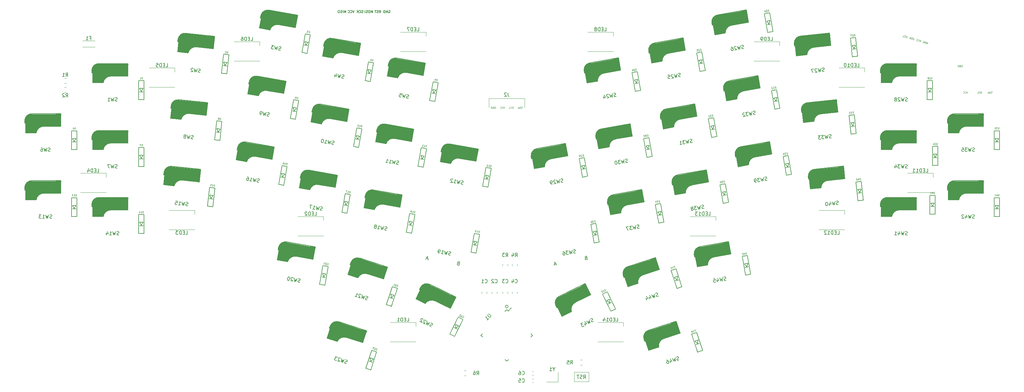
<source format=gbr>
%TF.GenerationSoftware,KiCad,Pcbnew,(5.1.6)-1*%
%TF.CreationDate,2020-09-17T21:57:32+09:00*%
%TF.ProjectId,yacc46,79616363-3436-42e6-9b69-6361645f7063,rev?*%
%TF.SameCoordinates,Original*%
%TF.FileFunction,Legend,Bot*%
%TF.FilePolarity,Positive*%
%FSLAX46Y46*%
G04 Gerber Fmt 4.6, Leading zero omitted, Abs format (unit mm)*
G04 Created by KiCad (PCBNEW (5.1.6)-1) date 2020-09-17 21:57:32*
%MOMM*%
%LPD*%
G01*
G04 APERTURE LIST*
%ADD10C,0.150000*%
%ADD11C,0.120000*%
%ADD12C,0.400000*%
%ADD13C,0.500000*%
%ADD14C,3.500000*%
%ADD15C,1.000000*%
%ADD16C,3.000000*%
%ADD17C,0.800000*%
%ADD18C,0.300000*%
%ADD19C,0.100000*%
%ADD20C,0.125000*%
G04 APERTURE END LIST*
D10*
X165170600Y-114160000D02*
G75*
G03*
X165170600Y-114160000I-400000J0D01*
G01*
D11*
%TO.C,J2*%
X159690600Y-57450000D02*
X159690600Y-54910000D01*
X169850600Y-54910000D02*
X169850600Y-57450000D01*
X159690600Y-54910000D02*
X169850600Y-54910000D01*
D12*
%TO.C,SW1*%
X57050000Y-45175000D02*
X55800000Y-45175000D01*
D13*
X47350000Y-50275000D02*
X49800000Y-50275000D01*
D10*
X57200000Y-44975000D02*
X48999999Y-44975000D01*
X52400000Y-48575000D02*
X57200000Y-48575000D01*
X47150000Y-50475000D02*
X50180000Y-50475000D01*
X46900000Y-46875000D02*
X46900000Y-47625000D01*
X47150000Y-46025000D02*
X47150000Y-50475000D01*
X46900000Y-47625000D02*
X47100000Y-47625000D01*
X57180000Y-47575000D02*
X57180000Y-45325000D01*
X57200000Y-48575000D02*
X57200000Y-44975000D01*
D14*
X55400000Y-46775000D02*
X48700000Y-46775000D01*
D15*
X56700000Y-45575000D02*
X56700000Y-48075000D01*
D13*
X57000000Y-48325000D02*
X55700000Y-48275000D01*
D16*
X48630000Y-46475000D02*
X48630000Y-48715000D01*
D17*
X47500000Y-49975000D02*
X47500000Y-48175001D01*
D18*
X47000000Y-47525000D02*
X47000000Y-46875000D01*
D10*
X50183682Y-50453529D02*
G75*
G02*
X52400000Y-48575000I2151318J-291471D01*
G01*
X46900000Y-46875001D02*
G75*
G02*
X48999999Y-44975000I2000000J-99999D01*
G01*
D15*
X49783682Y-50053529D02*
G75*
G02*
X52000000Y-48175000I2151318J-291471D01*
G01*
D12*
%TO.C,SW2*%
X81671689Y-37385834D02*
X80428537Y-37255173D01*
D13*
X71491732Y-41443969D02*
X73928310Y-41700064D01*
D10*
X81841773Y-37202609D02*
X73686693Y-36345475D01*
X76691766Y-40281151D02*
X81465471Y-40782888D01*
X71271922Y-41621968D02*
X74285323Y-41938689D01*
X71399594Y-38015557D02*
X71321197Y-38761449D01*
X71737073Y-37196346D02*
X71271922Y-41621968D01*
X71321197Y-38761449D02*
X71520102Y-38782354D01*
X81550109Y-39786275D02*
X81785298Y-37548601D01*
X81465471Y-40782888D02*
X81841773Y-37202609D01*
D14*
X79863483Y-38804597D02*
X73200186Y-38104256D01*
D15*
X81281795Y-37747058D02*
X81020474Y-40233362D01*
D13*
X81292698Y-40513351D02*
X80005046Y-40327738D01*
D16*
X73161928Y-37798583D02*
X72927784Y-40026312D01*
D17*
X71672268Y-41161292D02*
X71860420Y-39371154D01*
D18*
X71431102Y-38672449D02*
X71499046Y-38026010D01*
D10*
X74291229Y-41917721D02*
G75*
G02*
X76691766Y-40281151I2109066J-514748D01*
G01*
X71399594Y-38015558D02*
G75*
G02*
X73686693Y-36345475I1978591J-308508D01*
G01*
D15*
X73935232Y-41478102D02*
G75*
G02*
X76335768Y-39841531I2109066J-514747D01*
G01*
D12*
%TO.C,SW3*%
X105213345Y-31381210D02*
X103982336Y-31164150D01*
D13*
X94775104Y-34719342D02*
X97187883Y-35144780D01*
D10*
X105395796Y-31210296D02*
X97320372Y-29786381D01*
X100043585Y-33922092D02*
X104770663Y-34755604D01*
X94543413Y-34881574D02*
X97527381Y-35407728D01*
X94922345Y-31292854D02*
X94792109Y-32031460D01*
X95316148Y-30499180D02*
X94543413Y-34881574D01*
X94792109Y-32031460D02*
X94989070Y-32066190D01*
X104924615Y-33767323D02*
X105315323Y-31551506D01*
X104770663Y-34755604D02*
X105395796Y-31210296D01*
D14*
X103310575Y-32670383D02*
X96712363Y-31506940D01*
D15*
X104799203Y-31714356D02*
X104365083Y-34176376D01*
D13*
X104617113Y-34474672D02*
X103345545Y-34199689D01*
D16*
X96695521Y-31199343D02*
X96306549Y-33405312D01*
D17*
X94974920Y-34449947D02*
X95287487Y-32677294D01*
D18*
X94907954Y-31950344D02*
X95020825Y-31310219D01*
D10*
X97534734Y-35387223D02*
G75*
G02*
X100043585Y-33922092I2068022J-660615D01*
G01*
X94922345Y-31292854D02*
G75*
G02*
X97320372Y-29786381I1952250J-445777D01*
G01*
D15*
X97210271Y-34923841D02*
G75*
G02*
X99719122Y-33458710I2068022J-660615D01*
G01*
D12*
%TO.C,SW4*%
X123146933Y-39379355D02*
X121915924Y-39162295D01*
D13*
X112708692Y-42717487D02*
X115121471Y-43142925D01*
D10*
X123329384Y-39208441D02*
X115253960Y-37784526D01*
X117977173Y-41920237D02*
X122704251Y-42753749D01*
X112477001Y-42879719D02*
X115460969Y-43405873D01*
X112855933Y-39290999D02*
X112725697Y-40029605D01*
X113249736Y-38497325D02*
X112477001Y-42879719D01*
X112725697Y-40029605D02*
X112922658Y-40064335D01*
X122858203Y-41765468D02*
X123248911Y-39549651D01*
X122704251Y-42753749D02*
X123329384Y-39208441D01*
D14*
X121244163Y-40668528D02*
X114645951Y-39505085D01*
D15*
X122732791Y-39712501D02*
X122298671Y-42174521D01*
D13*
X122550701Y-42472817D02*
X121279133Y-42197834D01*
D16*
X114629109Y-39197488D02*
X114240137Y-41403457D01*
D17*
X112908508Y-42448092D02*
X113221075Y-40675439D01*
D18*
X112841542Y-39948489D02*
X112954413Y-39308364D01*
D10*
X115468322Y-43385368D02*
G75*
G02*
X117977173Y-41920237I2068022J-660615D01*
G01*
X112855933Y-39290999D02*
G75*
G02*
X115253960Y-37784526I1952250J-445777D01*
G01*
D15*
X115143859Y-42921986D02*
G75*
G02*
X117652710Y-41456855I2068022J-660615D01*
G01*
D12*
%TO.C,SW5*%
X141494021Y-45032426D02*
X140263012Y-44815366D01*
D13*
X131055780Y-48370558D02*
X133468559Y-48795996D01*
D10*
X141676472Y-44861512D02*
X133601048Y-43437597D01*
X136324261Y-47573308D02*
X141051339Y-48406820D01*
X130824089Y-48532790D02*
X133808057Y-49058944D01*
X131203021Y-44944070D02*
X131072785Y-45682676D01*
X131596824Y-44150396D02*
X130824089Y-48532790D01*
X131072785Y-45682676D02*
X131269746Y-45717406D01*
X141205291Y-47418539D02*
X141595999Y-45202722D01*
X141051339Y-48406820D02*
X141676472Y-44861512D01*
D14*
X139591251Y-46321599D02*
X132993039Y-45158156D01*
D15*
X141079879Y-45365572D02*
X140645759Y-47827592D01*
D13*
X140897789Y-48125888D02*
X139626221Y-47850905D01*
D16*
X132976197Y-44850559D02*
X132587225Y-47056528D01*
D17*
X131255596Y-48101163D02*
X131568163Y-46328510D01*
D18*
X131188630Y-45601560D02*
X131301501Y-44961435D01*
D10*
X133815410Y-49038439D02*
G75*
G02*
X136324261Y-47573308I2068022J-660615D01*
G01*
X131203021Y-44944070D02*
G75*
G02*
X133601048Y-43437597I1952250J-445777D01*
G01*
D15*
X133490947Y-48575057D02*
G75*
G02*
X135999798Y-47109926I2068022J-660615D01*
G01*
D12*
%TO.C,SW6*%
X38000000Y-59462500D02*
X36750000Y-59462500D01*
D13*
X28300000Y-64562500D02*
X30750000Y-64562500D01*
D10*
X38150000Y-59262500D02*
X29949999Y-59262500D01*
X33350000Y-62862500D02*
X38150000Y-62862500D01*
X28100000Y-64762500D02*
X31130000Y-64762500D01*
X27850000Y-61162500D02*
X27850000Y-61912500D01*
X28100000Y-60312500D02*
X28100000Y-64762500D01*
X27850000Y-61912500D02*
X28050000Y-61912500D01*
X38130000Y-61862500D02*
X38130000Y-59612500D01*
X38150000Y-62862500D02*
X38150000Y-59262500D01*
D14*
X36350000Y-61062500D02*
X29650000Y-61062500D01*
D15*
X37650000Y-59862500D02*
X37650000Y-62362500D01*
D13*
X37950000Y-62612500D02*
X36650000Y-62562500D01*
D16*
X29580000Y-60762500D02*
X29580000Y-63002500D01*
D17*
X28450000Y-64262500D02*
X28450000Y-62462501D01*
D18*
X27950000Y-61812500D02*
X27950000Y-61162500D01*
D10*
X31133682Y-64741029D02*
G75*
G02*
X33350000Y-62862500I2151318J-291471D01*
G01*
X27850000Y-61162501D02*
G75*
G02*
X29949999Y-59262500I2000000J-99999D01*
G01*
D15*
X30733682Y-64341029D02*
G75*
G02*
X32950000Y-62462500I2151318J-291471D01*
G01*
D12*
%TO.C,SW7*%
X57050000Y-64225000D02*
X55800000Y-64225000D01*
D13*
X47350000Y-69325000D02*
X49800000Y-69325000D01*
D10*
X57200000Y-64025000D02*
X48999999Y-64025000D01*
X52400000Y-67625000D02*
X57200000Y-67625000D01*
X47150000Y-69525000D02*
X50180000Y-69525000D01*
X46900000Y-65925000D02*
X46900000Y-66675000D01*
X47150000Y-65075000D02*
X47150000Y-69525000D01*
X46900000Y-66675000D02*
X47100000Y-66675000D01*
X57180000Y-66625000D02*
X57180000Y-64375000D01*
X57200000Y-67625000D02*
X57200000Y-64025000D01*
D14*
X55400000Y-65825000D02*
X48700000Y-65825000D01*
D15*
X56700000Y-64625000D02*
X56700000Y-67125000D01*
D13*
X57000000Y-67375000D02*
X55700000Y-67325000D01*
D16*
X48630000Y-65525000D02*
X48630000Y-67765000D01*
D17*
X47500000Y-69025000D02*
X47500000Y-67225001D01*
D18*
X47000000Y-66575000D02*
X47000000Y-65925000D01*
D10*
X50183682Y-69503529D02*
G75*
G02*
X52400000Y-67625000I2151318J-291471D01*
G01*
X46900000Y-65925001D02*
G75*
G02*
X48999999Y-64025000I2000000J-99999D01*
G01*
D15*
X49783682Y-69103529D02*
G75*
G02*
X52000000Y-67225000I2151318J-291471D01*
G01*
D12*
%TO.C,SW8*%
X79680421Y-56331476D02*
X78437269Y-56200815D01*
D13*
X69500464Y-60389611D02*
X71937042Y-60645706D01*
D10*
X79850505Y-56148251D02*
X71695425Y-55291117D01*
X74700498Y-59226793D02*
X79474203Y-59728530D01*
X69280654Y-60567610D02*
X72294055Y-60884331D01*
X69408326Y-56961199D02*
X69329929Y-57707091D01*
X69745805Y-56141988D02*
X69280654Y-60567610D01*
X69329929Y-57707091D02*
X69528834Y-57727996D01*
X79558841Y-58731917D02*
X79794030Y-56494243D01*
X79474203Y-59728530D02*
X79850505Y-56148251D01*
D14*
X77872215Y-57750239D02*
X71208918Y-57049898D01*
D15*
X79290527Y-56692700D02*
X79029206Y-59179004D01*
D13*
X79301430Y-59458993D02*
X78013778Y-59273380D01*
D16*
X71170660Y-56744225D02*
X70936516Y-58971954D01*
D17*
X69681000Y-60106934D02*
X69869152Y-58316796D01*
D18*
X69439834Y-57618091D02*
X69507778Y-56971652D01*
D10*
X72299961Y-60863363D02*
G75*
G02*
X74700498Y-59226793I2109066J-514748D01*
G01*
X69408326Y-56961200D02*
G75*
G02*
X71695425Y-55291117I1978591J-308508D01*
G01*
D15*
X71943964Y-60423744D02*
G75*
G02*
X74344500Y-58787173I2109066J-514747D01*
G01*
D12*
%TO.C,SW9*%
X101905347Y-50141798D02*
X100674338Y-49924738D01*
D13*
X91467106Y-53479930D02*
X93879885Y-53905368D01*
D10*
X102087798Y-49970884D02*
X94012374Y-48546969D01*
X96735587Y-52682680D02*
X101462665Y-53516192D01*
X91235415Y-53642162D02*
X94219383Y-54168316D01*
X91614347Y-50053442D02*
X91484111Y-50792048D01*
X92008150Y-49259768D02*
X91235415Y-53642162D01*
X91484111Y-50792048D02*
X91681072Y-50826778D01*
X101616617Y-52527911D02*
X102007325Y-50312094D01*
X101462665Y-53516192D02*
X102087798Y-49970884D01*
D14*
X100002577Y-51430971D02*
X93404365Y-50267528D01*
D15*
X101491205Y-50474944D02*
X101057085Y-52936964D01*
D13*
X101309115Y-53235260D02*
X100037547Y-52960277D01*
D16*
X93387523Y-49959931D02*
X92998551Y-52165900D01*
D17*
X91666922Y-53210535D02*
X91979489Y-51437882D01*
D18*
X91599956Y-50710932D02*
X91712827Y-50070807D01*
D10*
X94226736Y-54147811D02*
G75*
G02*
X96735587Y-52682680I2068022J-660615D01*
G01*
X91614347Y-50053442D02*
G75*
G02*
X94012374Y-48546969I1952250J-445777D01*
G01*
D15*
X93902273Y-53684429D02*
G75*
G02*
X96411124Y-52219298I2068022J-660615D01*
G01*
D12*
%TO.C,SW10*%
X119838935Y-58139943D02*
X118607926Y-57922883D01*
D13*
X109400694Y-61478075D02*
X111813473Y-61903513D01*
D10*
X120021386Y-57969029D02*
X111945962Y-56545114D01*
X114669175Y-60680825D02*
X119396253Y-61514337D01*
X109169003Y-61640307D02*
X112152971Y-62166461D01*
X109547935Y-58051587D02*
X109417699Y-58790193D01*
X109941738Y-57257913D02*
X109169003Y-61640307D01*
X109417699Y-58790193D02*
X109614660Y-58824923D01*
X119550205Y-60526056D02*
X119940913Y-58310239D01*
X119396253Y-61514337D02*
X120021386Y-57969029D01*
D14*
X117936165Y-59429116D02*
X111337953Y-58265673D01*
D15*
X119424793Y-58473089D02*
X118990673Y-60935109D01*
D13*
X119242703Y-61233405D02*
X117971135Y-60958422D01*
D16*
X111321111Y-57958076D02*
X110932139Y-60164045D01*
D17*
X109600510Y-61208680D02*
X109913077Y-59436027D01*
D18*
X109533544Y-58709077D02*
X109646415Y-58068952D01*
D10*
X112160324Y-62145956D02*
G75*
G02*
X114669175Y-60680825I2068022J-660615D01*
G01*
X109547935Y-58051587D02*
G75*
G02*
X111945962Y-56545114I1952250J-445777D01*
G01*
D15*
X111835861Y-61682574D02*
G75*
G02*
X114344712Y-60217443I2068022J-660615D01*
G01*
D12*
%TO.C,SW11*%
X138186023Y-63793014D02*
X136955014Y-63575954D01*
D13*
X127747782Y-67131146D02*
X130160561Y-67556584D01*
D10*
X138368474Y-63622100D02*
X130293050Y-62198185D01*
X133016263Y-66333896D02*
X137743341Y-67167408D01*
X127516091Y-67293378D02*
X130500059Y-67819532D01*
X127895023Y-63704658D02*
X127764787Y-64443264D01*
X128288826Y-62910984D02*
X127516091Y-67293378D01*
X127764787Y-64443264D02*
X127961748Y-64477994D01*
X137897293Y-66179127D02*
X138288001Y-63963310D01*
X137743341Y-67167408D02*
X138368474Y-63622100D01*
D14*
X136283253Y-65082187D02*
X129685041Y-63918744D01*
D15*
X137771881Y-64126160D02*
X137337761Y-66588180D01*
D13*
X137589791Y-66886476D02*
X136318223Y-66611493D01*
D16*
X129668199Y-63611147D02*
X129279227Y-65817116D01*
D17*
X127947598Y-66861751D02*
X128260165Y-65089098D01*
D18*
X127880632Y-64362148D02*
X127993503Y-63722023D01*
D10*
X130507412Y-67799027D02*
G75*
G02*
X133016263Y-66333896I2068022J-660615D01*
G01*
X127895023Y-63704658D02*
G75*
G02*
X130293050Y-62198185I1952250J-445777D01*
G01*
D15*
X130182949Y-67335645D02*
G75*
G02*
X132691800Y-65870514I2068022J-660615D01*
G01*
D12*
%TO.C,SW12*%
X156533111Y-69446085D02*
X155302102Y-69229025D01*
D13*
X146094870Y-72784217D02*
X148507649Y-73209655D01*
D10*
X156715562Y-69275171D02*
X148640138Y-67851256D01*
X151363351Y-71986967D02*
X156090429Y-72820479D01*
X145863179Y-72946449D02*
X148847147Y-73472603D01*
X146242111Y-69357729D02*
X146111875Y-70096335D01*
X146635914Y-68564055D02*
X145863179Y-72946449D01*
X146111875Y-70096335D02*
X146308836Y-70131065D01*
X156244381Y-71832198D02*
X156635089Y-69616381D01*
X156090429Y-72820479D02*
X156715562Y-69275171D01*
D14*
X154630341Y-70735258D02*
X148032129Y-69571815D01*
D15*
X156118969Y-69779231D02*
X155684849Y-72241251D01*
D13*
X155936879Y-72539547D02*
X154665311Y-72264564D01*
D16*
X148015287Y-69264218D02*
X147626315Y-71470187D01*
D17*
X146294686Y-72514822D02*
X146607253Y-70742169D01*
D18*
X146227720Y-70015219D02*
X146340591Y-69375094D01*
D10*
X148854500Y-73452098D02*
G75*
G02*
X151363351Y-71986967I2068022J-660615D01*
G01*
X146242111Y-69357729D02*
G75*
G02*
X148640138Y-67851256I1952250J-445777D01*
G01*
D15*
X148530037Y-72988716D02*
G75*
G02*
X151038888Y-71523585I2068022J-660615D01*
G01*
D12*
%TO.C,SW13*%
X38000000Y-78512500D02*
X36750000Y-78512500D01*
D13*
X28300000Y-83612500D02*
X30750000Y-83612500D01*
D10*
X38150000Y-78312500D02*
X29949999Y-78312500D01*
X33350000Y-81912500D02*
X38150000Y-81912500D01*
X28100000Y-83812500D02*
X31130000Y-83812500D01*
X27850000Y-80212500D02*
X27850000Y-80962500D01*
X28100000Y-79362500D02*
X28100000Y-83812500D01*
X27850000Y-80962500D02*
X28050000Y-80962500D01*
X38130000Y-80912500D02*
X38130000Y-78662500D01*
X38150000Y-81912500D02*
X38150000Y-78312500D01*
D14*
X36350000Y-80112500D02*
X29650000Y-80112500D01*
D15*
X37650000Y-78912500D02*
X37650000Y-81412500D01*
D13*
X37950000Y-81662500D02*
X36650000Y-81612500D01*
D16*
X29580000Y-79812500D02*
X29580000Y-82052500D01*
D17*
X28450000Y-83312500D02*
X28450000Y-81512501D01*
D18*
X27950000Y-80862500D02*
X27950000Y-80212500D01*
D10*
X31133682Y-83791029D02*
G75*
G02*
X33350000Y-81912500I2151318J-291471D01*
G01*
X27850000Y-80212501D02*
G75*
G02*
X29949999Y-78312500I2000000J-99999D01*
G01*
D15*
X30733682Y-83391029D02*
G75*
G02*
X32950000Y-81512500I2151318J-291471D01*
G01*
D12*
%TO.C,SW14*%
X57050000Y-83275000D02*
X55800000Y-83275000D01*
D13*
X47350000Y-88375000D02*
X49800000Y-88375000D01*
D10*
X57200000Y-83075000D02*
X48999999Y-83075000D01*
X52400000Y-86675000D02*
X57200000Y-86675000D01*
X47150000Y-88575000D02*
X50180000Y-88575000D01*
X46900000Y-84975000D02*
X46900000Y-85725000D01*
X47150000Y-84125000D02*
X47150000Y-88575000D01*
X46900000Y-85725000D02*
X47100000Y-85725000D01*
X57180000Y-85675000D02*
X57180000Y-83425000D01*
X57200000Y-86675000D02*
X57200000Y-83075000D01*
D14*
X55400000Y-84875000D02*
X48700000Y-84875000D01*
D15*
X56700000Y-83675000D02*
X56700000Y-86175000D01*
D13*
X57000000Y-86425000D02*
X55700000Y-86375000D01*
D16*
X48630000Y-84575000D02*
X48630000Y-86815000D01*
D17*
X47500000Y-88075000D02*
X47500000Y-86275001D01*
D18*
X47000000Y-85625000D02*
X47000000Y-84975000D01*
D10*
X50183682Y-88553529D02*
G75*
G02*
X52400000Y-86675000I2151318J-291471D01*
G01*
X46900000Y-84975001D02*
G75*
G02*
X48999999Y-83075000I2000000J-99999D01*
G01*
D15*
X49783682Y-88153529D02*
G75*
G02*
X52000000Y-86275000I2151318J-291471D01*
G01*
D12*
%TO.C,SW15*%
X77689154Y-75277118D02*
X76446002Y-75146457D01*
D13*
X67509197Y-79335253D02*
X69945775Y-79591348D01*
D10*
X77859238Y-75093893D02*
X69704158Y-74236759D01*
X72709231Y-78172435D02*
X77482936Y-78674172D01*
X67289387Y-79513252D02*
X70302788Y-79829973D01*
X67417059Y-75906841D02*
X67338662Y-76652733D01*
X67754538Y-75087630D02*
X67289387Y-79513252D01*
X67338662Y-76652733D02*
X67537567Y-76673638D01*
X77567574Y-77677559D02*
X77802763Y-75439885D01*
X77482936Y-78674172D02*
X77859238Y-75093893D01*
D14*
X75880948Y-76695881D02*
X69217651Y-75995540D01*
D15*
X77299260Y-75638342D02*
X77037939Y-78124646D01*
D13*
X77310163Y-78404635D02*
X76022511Y-78219022D01*
D16*
X69179393Y-75689867D02*
X68945249Y-77917596D01*
D17*
X67689733Y-79052576D02*
X67877885Y-77262438D01*
D18*
X67448567Y-76563733D02*
X67516511Y-75917294D01*
D10*
X70308694Y-79809005D02*
G75*
G02*
X72709231Y-78172435I2109066J-514748D01*
G01*
X67417059Y-75906842D02*
G75*
G02*
X69704158Y-74236759I1978591J-308508D01*
G01*
D15*
X69952697Y-79369386D02*
G75*
G02*
X72353233Y-77732815I2109066J-514747D01*
G01*
D12*
%TO.C,SW16*%
X98597349Y-68902386D02*
X97366340Y-68685326D01*
D13*
X88159108Y-72240518D02*
X90571887Y-72665956D01*
D10*
X98779800Y-68731472D02*
X90704376Y-67307557D01*
X93427589Y-71443268D02*
X98154667Y-72276780D01*
X87927417Y-72402750D02*
X90911385Y-72928904D01*
X88306349Y-68814030D02*
X88176113Y-69552636D01*
X88700152Y-68020356D02*
X87927417Y-72402750D01*
X88176113Y-69552636D02*
X88373074Y-69587366D01*
X98308619Y-71288499D02*
X98699327Y-69072682D01*
X98154667Y-72276780D02*
X98779800Y-68731472D01*
D14*
X96694579Y-70191559D02*
X90096367Y-69028116D01*
D15*
X98183207Y-69235532D02*
X97749087Y-71697552D01*
D13*
X98001117Y-71995848D02*
X96729549Y-71720865D01*
D16*
X90079525Y-68720519D02*
X89690553Y-70926488D01*
D17*
X88358924Y-71971123D02*
X88671491Y-70198470D01*
D18*
X88291958Y-69471520D02*
X88404829Y-68831395D01*
D10*
X90918738Y-72908399D02*
G75*
G02*
X93427589Y-71443268I2068022J-660615D01*
G01*
X88306349Y-68814030D02*
G75*
G02*
X90704376Y-67307557I1952250J-445777D01*
G01*
D15*
X90594275Y-72445017D02*
G75*
G02*
X93103126Y-70979886I2068022J-660615D01*
G01*
D12*
%TO.C,SW17*%
X116530937Y-76900530D02*
X115299928Y-76683470D01*
D13*
X106092696Y-80238662D02*
X108505475Y-80664100D01*
D10*
X116713388Y-76729616D02*
X108637964Y-75305701D01*
X111361177Y-79441412D02*
X116088255Y-80274924D01*
X105861005Y-80400894D02*
X108844973Y-80927048D01*
X106239937Y-76812174D02*
X106109701Y-77550780D01*
X106633740Y-76018500D02*
X105861005Y-80400894D01*
X106109701Y-77550780D02*
X106306662Y-77585510D01*
X116242207Y-79286643D02*
X116632915Y-77070826D01*
X116088255Y-80274924D02*
X116713388Y-76729616D01*
D14*
X114628167Y-78189703D02*
X108029955Y-77026260D01*
D15*
X116116795Y-77233676D02*
X115682675Y-79695696D01*
D13*
X115934705Y-79993992D02*
X114663137Y-79719009D01*
D16*
X108013113Y-76718663D02*
X107624141Y-78924632D01*
D17*
X106292512Y-79969267D02*
X106605079Y-78196614D01*
D18*
X106225546Y-77469664D02*
X106338417Y-76829539D01*
D10*
X108852326Y-80906543D02*
G75*
G02*
X111361177Y-79441412I2068022J-660615D01*
G01*
X106239937Y-76812174D02*
G75*
G02*
X108637964Y-75305701I1952250J-445777D01*
G01*
D15*
X108527863Y-80443161D02*
G75*
G02*
X111036714Y-78978030I2068022J-660615D01*
G01*
D12*
%TO.C,SW18*%
X134878025Y-82553602D02*
X133647016Y-82336542D01*
D13*
X124439784Y-85891734D02*
X126852563Y-86317172D01*
D10*
X135060476Y-82382688D02*
X126985052Y-80958773D01*
X129708265Y-85094484D02*
X134435343Y-85927996D01*
X124208093Y-86053966D02*
X127192061Y-86580120D01*
X124587025Y-82465246D02*
X124456789Y-83203852D01*
X124980828Y-81671572D02*
X124208093Y-86053966D01*
X124456789Y-83203852D02*
X124653750Y-83238582D01*
X134589295Y-84939715D02*
X134980003Y-82723898D01*
X134435343Y-85927996D02*
X135060476Y-82382688D01*
D14*
X132975255Y-83842775D02*
X126377043Y-82679332D01*
D15*
X134463883Y-82886748D02*
X134029763Y-85348768D01*
D13*
X134281793Y-85647064D02*
X133010225Y-85372081D01*
D16*
X126360201Y-82371735D02*
X125971229Y-84577704D01*
D17*
X124639600Y-85622339D02*
X124952167Y-83849686D01*
D18*
X124572634Y-83122736D02*
X124685505Y-82482611D01*
D10*
X127199414Y-86559615D02*
G75*
G02*
X129708265Y-85094484I2068022J-660615D01*
G01*
X124587025Y-82465246D02*
G75*
G02*
X126985052Y-80958773I1952250J-445777D01*
G01*
D15*
X126874951Y-86096233D02*
G75*
G02*
X129383802Y-84631102I2068022J-660615D01*
G01*
D12*
%TO.C,SW20*%
X110230664Y-97363231D02*
X108999655Y-97146171D01*
D13*
X99792423Y-100701363D02*
X102205202Y-101126801D01*
D10*
X110413115Y-97192317D02*
X102337691Y-95768402D01*
X105060904Y-99904113D02*
X109787982Y-100737625D01*
X99560732Y-100863595D02*
X102544700Y-101389749D01*
X99939664Y-97274875D02*
X99809428Y-98013481D01*
X100333467Y-96481201D02*
X99560732Y-100863595D01*
X99809428Y-98013481D02*
X100006389Y-98048211D01*
X109941934Y-99749344D02*
X110332642Y-97533527D01*
X109787982Y-100737625D02*
X110413115Y-97192317D01*
D14*
X108327894Y-98652404D02*
X101729682Y-97488961D01*
D15*
X109816522Y-97696377D02*
X109382402Y-100158397D01*
D13*
X109634432Y-100456693D02*
X108362864Y-100181710D01*
D16*
X101712840Y-97181364D02*
X101323868Y-99387333D01*
D17*
X99992239Y-100431968D02*
X100304806Y-98659315D01*
D18*
X99925273Y-97932365D02*
X100038144Y-97292240D01*
D10*
X102552053Y-101369244D02*
G75*
G02*
X105060904Y-99904113I2068022J-660615D01*
G01*
X99939664Y-97274875D02*
G75*
G02*
X102337691Y-95768402I1952250J-445777D01*
G01*
D15*
X102227590Y-100905862D02*
G75*
G02*
X104736441Y-99440731I2068022J-660615D01*
G01*
D12*
%TO.C,SW21*%
X130682077Y-103073423D02*
X129493256Y-102687151D01*
D13*
X119880842Y-104926346D02*
X122210931Y-105683438D01*
D10*
X130886539Y-102929564D02*
X123087874Y-100395624D01*
X125209006Y-104870086D02*
X129774078Y-106353367D01*
X119628827Y-105054754D02*
X122510529Y-105991075D01*
X120503524Y-101553696D02*
X120271762Y-102266988D01*
X121003953Y-100822552D02*
X119628827Y-105054754D01*
X120271762Y-102266988D02*
X120461973Y-102328792D01*
X130064074Y-105396130D02*
X130759362Y-103256253D01*
X129774078Y-106353367D02*
X130886539Y-102929564D01*
D14*
X128618407Y-104085235D02*
X122246328Y-102014821D01*
D15*
X130225600Y-103345689D02*
X129453058Y-105723330D01*
D13*
X129661121Y-106053800D02*
X128440198Y-105604525D01*
D16*
X122272459Y-101707873D02*
X121580261Y-103838239D01*
D17*
X120116206Y-104687382D02*
X120672436Y-102975481D01*
D18*
X120397769Y-102202785D02*
X120598630Y-101584598D01*
D10*
X122520665Y-105971793D02*
G75*
G02*
X125209006Y-104870086I1955956J-941999D01*
G01*
X120503524Y-101553698D02*
G75*
G02*
X123087874Y-100395624I1871212J-713138D01*
G01*
D15*
X122263849Y-105467763D02*
G75*
G02*
X124952191Y-104366056I1955956J-942000D01*
G01*
D12*
%TO.C,SW22*%
X150139753Y-111574329D02*
X149016260Y-111026366D01*
D13*
X139185758Y-111905979D02*
X141387803Y-112979988D01*
D10*
X150362246Y-111460326D02*
X142992134Y-107865682D01*
X144469899Y-112591803D02*
X148784110Y-114695985D01*
X138918325Y-111998064D02*
X141641671Y-113326328D01*
X140271763Y-108652812D02*
X139942984Y-109326908D01*
X140869077Y-107998430D02*
X138918325Y-111998064D01*
X139942984Y-109326908D02*
X140122743Y-109414582D01*
X149204506Y-113788423D02*
X150190841Y-111766137D01*
X148784110Y-114695985D02*
X150362246Y-111460326D01*
D14*
X147955349Y-112289088D02*
X141933429Y-109352001D01*
D15*
X149649827Y-111780417D02*
X148553899Y-114027402D01*
D13*
X148713944Y-114383612D02*
X147567431Y-113768790D01*
D16*
X142002025Y-109051677D02*
X141020073Y-111064975D01*
D17*
X139452088Y-111702096D02*
X140241156Y-110084268D01*
D18*
X140076701Y-109280865D02*
X140361642Y-108696649D01*
D10*
X141654393Y-113308644D02*
G75*
G02*
X144469899Y-112591803I1805819J-1205048D01*
G01*
X140271761Y-108652813D02*
G75*
G02*
X142992134Y-107865682I1753752J-966621D01*
G01*
D15*
X141470224Y-112773778D02*
G75*
G02*
X144285730Y-112056937I1805819J-1205048D01*
G01*
D12*
%TO.C,SW23*%
X124795303Y-121191049D02*
X123606482Y-120804777D01*
D13*
X113994068Y-123043972D02*
X116324157Y-123801064D01*
D10*
X124999765Y-121047190D02*
X117201100Y-118513250D01*
X119322232Y-122987712D02*
X123887304Y-124470993D01*
X113742053Y-123172380D02*
X116623755Y-124108701D01*
X114616750Y-119671322D02*
X114384988Y-120384614D01*
X115117179Y-118940178D02*
X113742053Y-123172380D01*
X114384988Y-120384614D02*
X114575199Y-120446418D01*
X124177300Y-123513756D02*
X124872588Y-121373879D01*
X123887304Y-124470993D02*
X124999765Y-121047190D01*
D14*
X122731633Y-122202861D02*
X116359554Y-120132447D01*
D15*
X124338826Y-121463315D02*
X123566284Y-123840956D01*
D13*
X123774347Y-124171426D02*
X122553424Y-123722151D01*
D16*
X116385685Y-119825499D02*
X115693487Y-121955865D01*
D17*
X114229432Y-122805008D02*
X114785662Y-121093107D01*
D18*
X114510995Y-120320411D02*
X114711856Y-119702224D01*
D10*
X116633891Y-124089419D02*
G75*
G02*
X119322232Y-122987712I1955956J-941999D01*
G01*
X114616750Y-119671324D02*
G75*
G02*
X117201100Y-118513250I1871212J-713138D01*
G01*
D15*
X116377075Y-123585389D02*
G75*
G02*
X119065417Y-122483682I1955956J-942000D01*
G01*
D12*
%TO.C,SW24*%
X196418090Y-43556417D02*
X195187080Y-43773477D01*
D13*
X187751060Y-50263323D02*
X190163839Y-49837885D01*
D10*
X196531081Y-43333408D02*
X188455657Y-44757323D01*
X192429137Y-47712227D02*
X197156215Y-46878716D01*
X187588828Y-50495015D02*
X190572796Y-49968861D01*
X186717493Y-46993119D02*
X186847729Y-47731725D01*
X186816094Y-46112620D02*
X187588828Y-50495015D01*
X186847729Y-47731725D02*
X187044691Y-47696995D01*
X196962870Y-45897381D02*
X196572162Y-43681564D01*
X197156215Y-46878716D02*
X196531081Y-43333408D01*
D14*
X195070994Y-45418629D02*
X188472782Y-46582071D01*
D15*
X196142866Y-44011117D02*
X196576987Y-46473136D01*
D13*
X196915841Y-46667243D02*
X195626908Y-46843746D01*
D16*
X188351751Y-46298784D02*
X188740723Y-48504754D01*
D17*
X187846687Y-49941834D02*
X187534120Y-48169181D01*
D18*
X186928845Y-47615879D02*
X186815974Y-46975754D01*
D10*
X190572693Y-49947077D02*
G75*
G02*
X192429137Y-47712227I2169248J86530D01*
G01*
X186717493Y-46993119D02*
G75*
G02*
X188455657Y-44757323I1986980J248816D01*
G01*
D15*
X190109311Y-49622613D02*
G75*
G02*
X191965755Y-47387763I2169248J86530D01*
G01*
D12*
%TO.C,SW25*%
X214765178Y-37903346D02*
X213534168Y-38120406D01*
D13*
X206098148Y-44610252D02*
X208510927Y-44184814D01*
D10*
X214878169Y-37680337D02*
X206802745Y-39104252D01*
X210776225Y-42059156D02*
X215503303Y-41225645D01*
X205935916Y-44841944D02*
X208919884Y-44315790D01*
X205064581Y-41340048D02*
X205194817Y-42078654D01*
X205163182Y-40459549D02*
X205935916Y-44841944D01*
X205194817Y-42078654D02*
X205391779Y-42043924D01*
X215309958Y-40244310D02*
X214919250Y-38028493D01*
X215503303Y-41225645D02*
X214878169Y-37680337D01*
D14*
X213418082Y-39765558D02*
X206819870Y-40929000D01*
D15*
X214489954Y-38358046D02*
X214924075Y-40820065D01*
D13*
X215262929Y-41014172D02*
X213973996Y-41190675D01*
D16*
X206698839Y-40645713D02*
X207087811Y-42851683D01*
D17*
X206193775Y-44288763D02*
X205881208Y-42516110D01*
D18*
X205275933Y-41962808D02*
X205163062Y-41322683D01*
D10*
X208919781Y-44294006D02*
G75*
G02*
X210776225Y-42059156I2169248J86530D01*
G01*
X205064581Y-41340048D02*
G75*
G02*
X206802745Y-39104252I1986980J248816D01*
G01*
D15*
X208456399Y-43969542D02*
G75*
G02*
X210312843Y-41734692I2169248J86530D01*
G01*
D12*
%TO.C,SW26*%
X232698766Y-29905201D02*
X231467756Y-30122261D01*
D13*
X224031736Y-36612107D02*
X226444515Y-36186669D01*
D10*
X232811757Y-29682192D02*
X224736333Y-31106107D01*
X228709813Y-34061011D02*
X233436891Y-33227500D01*
X223869504Y-36843799D02*
X226853472Y-36317645D01*
X222998169Y-33341903D02*
X223128405Y-34080509D01*
X223096770Y-32461404D02*
X223869504Y-36843799D01*
X223128405Y-34080509D02*
X223325367Y-34045779D01*
X233243546Y-32246165D02*
X232852838Y-30030348D01*
X233436891Y-33227500D02*
X232811757Y-29682192D01*
D14*
X231351670Y-31767413D02*
X224753458Y-32930855D01*
D15*
X232423542Y-30359901D02*
X232857663Y-32821920D01*
D13*
X233196517Y-33016027D02*
X231907584Y-33192530D01*
D16*
X224632427Y-32647568D02*
X225021399Y-34853538D01*
D17*
X224127363Y-36290618D02*
X223814796Y-34517965D01*
D18*
X223209521Y-33964663D02*
X223096650Y-33324538D01*
D10*
X226853369Y-36295861D02*
G75*
G02*
X228709813Y-34061011I2169248J86530D01*
G01*
X222998169Y-33341903D02*
G75*
G02*
X224736333Y-31106107I1986980J248816D01*
G01*
D15*
X226389987Y-35971397D02*
G75*
G02*
X228246431Y-33736547I2169248J86530D01*
G01*
D12*
%TO.C,SW27*%
X256322992Y-36497342D02*
X255079840Y-36628002D01*
D13*
X247209225Y-42583330D02*
X249645803Y-42327235D01*
D10*
X256451264Y-36282758D02*
X248296184Y-37139892D01*
X252053862Y-40364774D02*
X256827567Y-39863037D01*
X247031226Y-42803140D02*
X250044627Y-42486418D01*
X246406293Y-39248993D02*
X246484689Y-39994884D01*
X246566074Y-38377517D02*
X247031226Y-42803140D01*
X246484689Y-39994884D02*
X246683594Y-39973979D01*
X256703148Y-38870606D02*
X256467959Y-36632931D01*
X256827567Y-39863037D02*
X256451264Y-36282758D01*
D14*
X254849276Y-38261049D02*
X248185980Y-38961390D01*
D15*
X256016721Y-36931736D02*
X256278042Y-39418040D01*
D13*
X256602530Y-39635312D02*
X255304426Y-39721473D01*
D16*
X248085005Y-38670350D02*
X248319148Y-40898079D01*
D17*
X247327044Y-42269294D02*
X247138893Y-40479155D01*
D18*
X246573689Y-39884979D02*
X246505745Y-39238540D01*
D10*
X250046045Y-42464681D02*
G75*
G02*
X252053862Y-40364774I2170000J-65000D01*
G01*
X246406294Y-39248994D02*
G75*
G02*
X248296184Y-37139892I1999496J109606D01*
G01*
D15*
X249606425Y-42108683D02*
G75*
G02*
X251614242Y-40008776I2170000J-65000D01*
G01*
D12*
%TO.C,SW28*%
X280991245Y-45175000D02*
X279741245Y-45175000D01*
D13*
X271291245Y-50275000D02*
X273741245Y-50275000D01*
D10*
X281141245Y-44975000D02*
X272941244Y-44975000D01*
X276341245Y-48575000D02*
X281141245Y-48575000D01*
X271091245Y-50475000D02*
X274121245Y-50475000D01*
X270841245Y-46875000D02*
X270841245Y-47625000D01*
X271091245Y-46025000D02*
X271091245Y-50475000D01*
X270841245Y-47625000D02*
X271041245Y-47625000D01*
X281121245Y-47575000D02*
X281121245Y-45325000D01*
X281141245Y-48575000D02*
X281141245Y-44975000D01*
D14*
X279341245Y-46775000D02*
X272641245Y-46775000D01*
D15*
X280641245Y-45575000D02*
X280641245Y-48075000D01*
D13*
X280941245Y-48325000D02*
X279641245Y-48275000D01*
D16*
X272571245Y-46475000D02*
X272571245Y-48715000D01*
D17*
X271441245Y-49975000D02*
X271441245Y-48175001D01*
D18*
X270941245Y-47525000D02*
X270941245Y-46875000D01*
D10*
X274124927Y-50453529D02*
G75*
G02*
X276341245Y-48575000I2151318J-291471D01*
G01*
X270841245Y-46875001D02*
G75*
G02*
X272941244Y-44975000I2000000J-99999D01*
G01*
D15*
X273724927Y-50053529D02*
G75*
G02*
X275941245Y-48175000I2151318J-291471D01*
G01*
D12*
%TO.C,SW29*%
X181379000Y-67970076D02*
X180147990Y-68187136D01*
D13*
X172711970Y-74676982D02*
X175124749Y-74251544D01*
D10*
X181491991Y-67747067D02*
X173416567Y-69170982D01*
X177390047Y-72125886D02*
X182117125Y-71292375D01*
X172549738Y-74908674D02*
X175533706Y-74382520D01*
X171678403Y-71406778D02*
X171808639Y-72145384D01*
X171777004Y-70526279D02*
X172549738Y-74908674D01*
X171808639Y-72145384D02*
X172005601Y-72110654D01*
X181923780Y-70311040D02*
X181533072Y-68095223D01*
X182117125Y-71292375D02*
X181491991Y-67747067D01*
D14*
X180031904Y-69832288D02*
X173433692Y-70995730D01*
D15*
X181103776Y-68424776D02*
X181537897Y-70886795D01*
D13*
X181876751Y-71080902D02*
X180587818Y-71257405D01*
D16*
X173312661Y-70712443D02*
X173701633Y-72918413D01*
D17*
X172807597Y-74355493D02*
X172495030Y-72582840D01*
D18*
X171889755Y-72029538D02*
X171776884Y-71389413D01*
D10*
X175533603Y-74360736D02*
G75*
G02*
X177390047Y-72125886I2169248J86530D01*
G01*
X171678403Y-71406778D02*
G75*
G02*
X173416567Y-69170982I1986980J248816D01*
G01*
D15*
X175070221Y-74036272D02*
G75*
G02*
X176926665Y-71801422I2169248J86530D01*
G01*
D12*
%TO.C,SW30*%
X199726088Y-62317005D02*
X198495078Y-62534065D01*
D13*
X191059058Y-69023911D02*
X193471837Y-68598473D01*
D10*
X199839079Y-62093996D02*
X191763655Y-63517911D01*
X195737135Y-66472815D02*
X200464213Y-65639304D01*
X190896826Y-69255603D02*
X193880794Y-68729449D01*
X190025491Y-65753707D02*
X190155727Y-66492313D01*
X190124092Y-64873208D02*
X190896826Y-69255603D01*
X190155727Y-66492313D02*
X190352689Y-66457583D01*
X200270868Y-64657969D02*
X199880160Y-62442152D01*
X200464213Y-65639304D02*
X199839079Y-62093996D01*
D14*
X198378992Y-64179217D02*
X191780780Y-65342659D01*
D15*
X199450864Y-62771705D02*
X199884985Y-65233724D01*
D13*
X200223839Y-65427831D02*
X198934906Y-65604334D01*
D16*
X191659749Y-65059372D02*
X192048721Y-67265342D01*
D17*
X191154685Y-68702422D02*
X190842118Y-66929769D01*
D18*
X190236843Y-66376467D02*
X190123972Y-65736342D01*
D10*
X193880691Y-68707665D02*
G75*
G02*
X195737135Y-66472815I2169248J86530D01*
G01*
X190025491Y-65753707D02*
G75*
G02*
X191763655Y-63517911I1986980J248816D01*
G01*
D15*
X193417309Y-68383201D02*
G75*
G02*
X195273753Y-66148351I2169248J86530D01*
G01*
D12*
%TO.C,SW31*%
X218073176Y-56663934D02*
X216842166Y-56880994D01*
D13*
X209406146Y-63370840D02*
X211818925Y-62945402D01*
D10*
X218186167Y-56440925D02*
X210110743Y-57864840D01*
X214084223Y-60819744D02*
X218811301Y-59986233D01*
X209243914Y-63602532D02*
X212227882Y-63076378D01*
X208372579Y-60100636D02*
X208502815Y-60839242D01*
X208471180Y-59220137D02*
X209243914Y-63602532D01*
X208502815Y-60839242D02*
X208699777Y-60804512D01*
X218617956Y-59004898D02*
X218227248Y-56789081D01*
X218811301Y-59986233D02*
X218186167Y-56440925D01*
D14*
X216726080Y-58526146D02*
X210127868Y-59689588D01*
D15*
X217797952Y-57118634D02*
X218232073Y-59580653D01*
D13*
X218570927Y-59774760D02*
X217281994Y-59951263D01*
D16*
X210006837Y-59406301D02*
X210395809Y-61612271D01*
D17*
X209501773Y-63049351D02*
X209189206Y-61276698D01*
D18*
X208583931Y-60723396D02*
X208471060Y-60083271D01*
D10*
X212227779Y-63054594D02*
G75*
G02*
X214084223Y-60819744I2169248J86530D01*
G01*
X208372579Y-60100636D02*
G75*
G02*
X210110743Y-57864840I1986980J248816D01*
G01*
D15*
X211764397Y-62730130D02*
G75*
G02*
X213620841Y-60495280I2169248J86530D01*
G01*
D12*
%TO.C,SW32*%
X236006764Y-48665789D02*
X234775754Y-48882849D01*
D13*
X227339734Y-55372695D02*
X229752513Y-54947257D01*
D10*
X236119755Y-48442780D02*
X228044331Y-49866695D01*
X232017811Y-52821599D02*
X236744889Y-51988088D01*
X227177502Y-55604387D02*
X230161470Y-55078233D01*
X226306167Y-52102491D02*
X226436403Y-52841097D01*
X226404768Y-51221992D02*
X227177502Y-55604387D01*
X226436403Y-52841097D02*
X226633365Y-52806367D01*
X236551544Y-51006753D02*
X236160836Y-48790936D01*
X236744889Y-51988088D02*
X236119755Y-48442780D01*
D14*
X234659668Y-50528001D02*
X228061456Y-51691443D01*
D15*
X235731540Y-49120489D02*
X236165661Y-51582508D01*
D13*
X236504515Y-51776615D02*
X235215582Y-51953118D01*
D16*
X227940425Y-51408156D02*
X228329397Y-53614126D01*
D17*
X227435361Y-55051206D02*
X227122794Y-53278553D01*
D18*
X226517519Y-52725251D02*
X226404648Y-52085126D01*
D10*
X230161367Y-55056449D02*
G75*
G02*
X232017811Y-52821599I2169248J86530D01*
G01*
X226306167Y-52102491D02*
G75*
G02*
X228044331Y-49866695I1986980J248816D01*
G01*
D15*
X229697985Y-54731985D02*
G75*
G02*
X231554429Y-52497135I2169248J86530D01*
G01*
D12*
%TO.C,SW33*%
X258314260Y-55442984D02*
X257071108Y-55573644D01*
D13*
X249200493Y-61528972D02*
X251637071Y-61272877D01*
D10*
X258442532Y-55228400D02*
X250287452Y-56085534D01*
X254045130Y-59310416D02*
X258818835Y-58808679D01*
X249022494Y-61748782D02*
X252035895Y-61432060D01*
X248397561Y-58194635D02*
X248475957Y-58940526D01*
X248557342Y-57323159D02*
X249022494Y-61748782D01*
X248475957Y-58940526D02*
X248674862Y-58919621D01*
X258694416Y-57816248D02*
X258459227Y-55578573D01*
X258818835Y-58808679D02*
X258442532Y-55228400D01*
D14*
X256840544Y-57206691D02*
X250177248Y-57907032D01*
D15*
X258007989Y-55877378D02*
X258269310Y-58363682D01*
D13*
X258593798Y-58580954D02*
X257295694Y-58667115D01*
D16*
X250076273Y-57615992D02*
X250310416Y-59843721D01*
D17*
X249318312Y-61214936D02*
X249130161Y-59424797D01*
D18*
X248564957Y-58830621D02*
X248497013Y-58184182D01*
D10*
X252037313Y-61410323D02*
G75*
G02*
X254045130Y-59310416I2170000J-65000D01*
G01*
X248397562Y-58194636D02*
G75*
G02*
X250287452Y-56085534I1999496J109606D01*
G01*
D15*
X251597693Y-61054325D02*
G75*
G02*
X253605510Y-58954418I2170000J-65000D01*
G01*
D12*
%TO.C,SW34*%
X280991245Y-64225000D02*
X279741245Y-64225000D01*
D13*
X271291245Y-69325000D02*
X273741245Y-69325000D01*
D10*
X281141245Y-64025000D02*
X272941244Y-64025000D01*
X276341245Y-67625000D02*
X281141245Y-67625000D01*
X271091245Y-69525000D02*
X274121245Y-69525000D01*
X270841245Y-65925000D02*
X270841245Y-66675000D01*
X271091245Y-65075000D02*
X271091245Y-69525000D01*
X270841245Y-66675000D02*
X271041245Y-66675000D01*
X281121245Y-66625000D02*
X281121245Y-64375000D01*
X281141245Y-67625000D02*
X281141245Y-64025000D01*
D14*
X279341245Y-65825000D02*
X272641245Y-65825000D01*
D15*
X280641245Y-64625000D02*
X280641245Y-67125000D01*
D13*
X280941245Y-67375000D02*
X279641245Y-67325000D01*
D16*
X272571245Y-65525000D02*
X272571245Y-67765000D01*
D17*
X271441245Y-69025000D02*
X271441245Y-67225001D01*
D18*
X270941245Y-66575000D02*
X270941245Y-65925000D01*
D10*
X274124927Y-69503529D02*
G75*
G02*
X276341245Y-67625000I2151318J-291471D01*
G01*
X270841245Y-65925001D02*
G75*
G02*
X272941244Y-64025000I2000000J-99999D01*
G01*
D15*
X273724927Y-69103529D02*
G75*
G02*
X275941245Y-67225000I2151318J-291471D01*
G01*
D12*
%TO.C,SW35*%
X300041245Y-59462500D02*
X298791245Y-59462500D01*
D13*
X290341245Y-64562500D02*
X292791245Y-64562500D01*
D10*
X300191245Y-59262500D02*
X291991244Y-59262500D01*
X295391245Y-62862500D02*
X300191245Y-62862500D01*
X290141245Y-64762500D02*
X293171245Y-64762500D01*
X289891245Y-61162500D02*
X289891245Y-61912500D01*
X290141245Y-60312500D02*
X290141245Y-64762500D01*
X289891245Y-61912500D02*
X290091245Y-61912500D01*
X300171245Y-61862500D02*
X300171245Y-59612500D01*
X300191245Y-62862500D02*
X300191245Y-59262500D01*
D14*
X298391245Y-61062500D02*
X291691245Y-61062500D01*
D15*
X299691245Y-59862500D02*
X299691245Y-62362500D01*
D13*
X299991245Y-62612500D02*
X298691245Y-62562500D01*
D16*
X291621245Y-60762500D02*
X291621245Y-63002500D01*
D17*
X290491245Y-64262500D02*
X290491245Y-62462501D01*
D18*
X289991245Y-61812500D02*
X289991245Y-61162500D01*
D10*
X293174927Y-64741029D02*
G75*
G02*
X295391245Y-62862500I2151318J-291471D01*
G01*
X289891245Y-61162501D02*
G75*
G02*
X291991244Y-59262500I2000000J-99999D01*
G01*
D15*
X292774927Y-64341029D02*
G75*
G02*
X294991245Y-62462500I2151318J-291471D01*
G01*
D12*
%TO.C,SW37*%
X203034086Y-81077593D02*
X201803076Y-81294653D01*
D13*
X194367056Y-87784499D02*
X196779835Y-87359061D01*
D10*
X203147077Y-80854584D02*
X195071653Y-82278499D01*
X199045133Y-85233403D02*
X203772211Y-84399892D01*
X194204824Y-88016191D02*
X197188792Y-87490037D01*
X193333489Y-84514295D02*
X193463725Y-85252901D01*
X193432090Y-83633796D02*
X194204824Y-88016191D01*
X193463725Y-85252901D02*
X193660687Y-85218171D01*
X203578866Y-83418557D02*
X203188158Y-81202740D01*
X203772211Y-84399892D02*
X203147077Y-80854584D01*
D14*
X201686990Y-82939805D02*
X195088778Y-84103247D01*
D15*
X202758862Y-81532293D02*
X203192983Y-83994312D01*
D13*
X203531837Y-84188419D02*
X202242904Y-84364922D01*
D16*
X194967747Y-83819960D02*
X195356719Y-86025930D01*
D17*
X194462683Y-87463010D02*
X194150116Y-85690357D01*
D18*
X193544841Y-85137055D02*
X193431970Y-84496930D01*
D10*
X197188689Y-87468253D02*
G75*
G02*
X199045133Y-85233403I2169248J86530D01*
G01*
X193333489Y-84514295D02*
G75*
G02*
X195071653Y-82278499I1986980J248816D01*
G01*
D15*
X196725307Y-87143789D02*
G75*
G02*
X198581751Y-84908939I2169248J86530D01*
G01*
D12*
%TO.C,SW38*%
X221381174Y-75424521D02*
X220150164Y-75641581D01*
D13*
X212714144Y-82131427D02*
X215126923Y-81705989D01*
D10*
X221494165Y-75201512D02*
X213418741Y-76625427D01*
X217392221Y-79580331D02*
X222119299Y-78746820D01*
X212551912Y-82363119D02*
X215535880Y-81836965D01*
X211680577Y-78861223D02*
X211810813Y-79599829D01*
X211779178Y-77980724D02*
X212551912Y-82363119D01*
X211810813Y-79599829D02*
X212007775Y-79565099D01*
X221925954Y-77765485D02*
X221535246Y-75549668D01*
X222119299Y-78746820D02*
X221494165Y-75201512D01*
D14*
X220034078Y-77286733D02*
X213435866Y-78450175D01*
D15*
X221105950Y-75879221D02*
X221540071Y-78341240D01*
D13*
X221878925Y-78535347D02*
X220589992Y-78711850D01*
D16*
X213314835Y-78166888D02*
X213703807Y-80372858D01*
D17*
X212809771Y-81809938D02*
X212497204Y-80037285D01*
D18*
X211891929Y-79483983D02*
X211779058Y-78843858D01*
D10*
X215535777Y-81815181D02*
G75*
G02*
X217392221Y-79580331I2169248J86530D01*
G01*
X211680577Y-78861223D02*
G75*
G02*
X213418741Y-76625427I1986980J248816D01*
G01*
D15*
X215072395Y-81490717D02*
G75*
G02*
X216928839Y-79255867I2169248J86530D01*
G01*
D12*
%TO.C,SW39*%
X239314762Y-67426377D02*
X238083752Y-67643437D01*
D13*
X230647732Y-74133283D02*
X233060511Y-73707845D01*
D10*
X239427753Y-67203368D02*
X231352329Y-68627283D01*
X235325809Y-71582187D02*
X240052887Y-70748676D01*
X230485500Y-74364975D02*
X233469468Y-73838821D01*
X229614165Y-70863079D02*
X229744401Y-71601685D01*
X229712766Y-69982580D02*
X230485500Y-74364975D01*
X229744401Y-71601685D02*
X229941363Y-71566955D01*
X239859542Y-69767341D02*
X239468834Y-67551524D01*
X240052887Y-70748676D02*
X239427753Y-67203368D01*
D14*
X237967666Y-69288589D02*
X231369454Y-70452031D01*
D15*
X239039538Y-67881077D02*
X239473659Y-70343096D01*
D13*
X239812513Y-70537203D02*
X238523580Y-70713706D01*
D16*
X231248423Y-70168744D02*
X231637395Y-72374714D01*
D17*
X230743359Y-73811794D02*
X230430792Y-72039141D01*
D18*
X229825517Y-71485839D02*
X229712646Y-70845714D01*
D10*
X233469365Y-73817037D02*
G75*
G02*
X235325809Y-71582187I2169248J86530D01*
G01*
X229614165Y-70863079D02*
G75*
G02*
X231352329Y-68627283I1986980J248816D01*
G01*
D15*
X233005983Y-73492573D02*
G75*
G02*
X234862427Y-71257723I2169248J86530D01*
G01*
D12*
%TO.C,SW40*%
X260305527Y-74388626D02*
X259062375Y-74519286D01*
D13*
X251191760Y-80474614D02*
X253628338Y-80218519D01*
D10*
X260433799Y-74174042D02*
X252278719Y-75031176D01*
X256036397Y-78256058D02*
X260810102Y-77754321D01*
X251013761Y-80694424D02*
X254027162Y-80377702D01*
X250388828Y-77140277D02*
X250467224Y-77886168D01*
X250548609Y-76268801D02*
X251013761Y-80694424D01*
X250467224Y-77886168D02*
X250666129Y-77865263D01*
X260685683Y-76761890D02*
X260450494Y-74524215D01*
X260810102Y-77754321D02*
X260433799Y-74174042D01*
D14*
X258831811Y-76152333D02*
X252168515Y-76852674D01*
D15*
X259999256Y-74823020D02*
X260260577Y-77309324D01*
D13*
X260585065Y-77526596D02*
X259286961Y-77612757D01*
D16*
X252067540Y-76561634D02*
X252301683Y-78789363D01*
D17*
X251309579Y-80160578D02*
X251121428Y-78370439D01*
D18*
X250556224Y-77776263D02*
X250488280Y-77129824D01*
D10*
X254028580Y-80355965D02*
G75*
G02*
X256036397Y-78256058I2170000J-65000D01*
G01*
X250388829Y-77140278D02*
G75*
G02*
X252278719Y-75031176I1999496J109606D01*
G01*
D15*
X253588960Y-79999967D02*
G75*
G02*
X255596777Y-77900060I2170000J-65000D01*
G01*
D12*
%TO.C,SW41*%
X280991245Y-83275000D02*
X279741245Y-83275000D01*
D13*
X271291245Y-88375000D02*
X273741245Y-88375000D01*
D10*
X281141245Y-83075000D02*
X272941244Y-83075000D01*
X276341245Y-86675000D02*
X281141245Y-86675000D01*
X271091245Y-88575000D02*
X274121245Y-88575000D01*
X270841245Y-84975000D02*
X270841245Y-85725000D01*
X271091245Y-84125000D02*
X271091245Y-88575000D01*
X270841245Y-85725000D02*
X271041245Y-85725000D01*
X281121245Y-85675000D02*
X281121245Y-83425000D01*
X281141245Y-86675000D02*
X281141245Y-83075000D01*
D14*
X279341245Y-84875000D02*
X272641245Y-84875000D01*
D15*
X280641245Y-83675000D02*
X280641245Y-86175000D01*
D13*
X280941245Y-86425000D02*
X279641245Y-86375000D01*
D16*
X272571245Y-84575000D02*
X272571245Y-86815000D01*
D17*
X271441245Y-88075000D02*
X271441245Y-86275001D01*
D18*
X270941245Y-85625000D02*
X270941245Y-84975000D01*
D10*
X274124927Y-88553529D02*
G75*
G02*
X276341245Y-86675000I2151318J-291471D01*
G01*
X270841245Y-84975001D02*
G75*
G02*
X272941244Y-83075000I2000000J-99999D01*
G01*
D15*
X273724927Y-88153529D02*
G75*
G02*
X275941245Y-86275000I2151318J-291471D01*
G01*
D12*
%TO.C,SW42*%
X300041245Y-78512500D02*
X298791245Y-78512500D01*
D13*
X290341245Y-83612500D02*
X292791245Y-83612500D01*
D10*
X300191245Y-78312500D02*
X291991244Y-78312500D01*
X295391245Y-81912500D02*
X300191245Y-81912500D01*
X290141245Y-83812500D02*
X293171245Y-83812500D01*
X289891245Y-80212500D02*
X289891245Y-80962500D01*
X290141245Y-79362500D02*
X290141245Y-83812500D01*
X289891245Y-80962500D02*
X290091245Y-80962500D01*
X300171245Y-80912500D02*
X300171245Y-78662500D01*
X300191245Y-81912500D02*
X300191245Y-78312500D01*
D14*
X298391245Y-80112500D02*
X291691245Y-80112500D01*
D15*
X299691245Y-78912500D02*
X299691245Y-81412500D01*
D13*
X299991245Y-81662500D02*
X298691245Y-81612500D01*
D16*
X291621245Y-79812500D02*
X291621245Y-82052500D01*
D17*
X290491245Y-83312500D02*
X290491245Y-81512501D01*
D18*
X289991245Y-80862500D02*
X289991245Y-80212500D01*
D10*
X293174927Y-83791029D02*
G75*
G02*
X295391245Y-81912500I2151318J-291471D01*
G01*
X289891245Y-80212501D02*
G75*
G02*
X291991244Y-78312500I2000000J-99999D01*
G01*
D15*
X292774927Y-83391029D02*
G75*
G02*
X294991245Y-81512500I2151318J-291471D01*
G01*
D12*
%TO.C,SW43*%
X187041241Y-107848175D02*
X185917749Y-108396139D01*
D13*
X180558632Y-116684224D02*
X182760677Y-115610215D01*
D10*
X187088386Y-107602660D02*
X179718274Y-111197304D01*
X184352311Y-112942500D02*
X188666522Y-110838319D01*
X180466547Y-116951658D02*
X183189893Y-115623393D01*
X178663713Y-113825592D02*
X178992491Y-114499687D01*
X178515796Y-112952024D02*
X180466547Y-116951658D01*
X178992491Y-114499687D02*
X179172250Y-114412013D01*
X188210175Y-109948292D02*
X187223840Y-107926006D01*
X188666522Y-110838319D02*
X187088386Y-107602660D01*
D14*
X186259625Y-110009558D02*
X180237705Y-112946644D01*
D15*
X186902012Y-108361122D02*
X187997940Y-110608107D01*
D13*
X188377171Y-110701295D02*
X187186820Y-111226237D01*
D16*
X180043278Y-112707692D02*
X181025229Y-114720991D01*
D17*
X180561940Y-116348831D02*
X179772872Y-114731002D01*
D18*
X179038533Y-114365971D02*
X178753592Y-113781755D01*
D10*
X183183790Y-115602482D02*
G75*
G02*
X184352311Y-112942500I2061365J681104D01*
G01*
X178663713Y-113825593D02*
G75*
G02*
X179718274Y-111197304I1841425J786864D01*
G01*
D15*
X182648925Y-115418312D02*
G75*
G02*
X183817445Y-112758331I2061364J681104D01*
G01*
D12*
%TO.C,SW44*%
X206943148Y-100446778D02*
X205754328Y-100833049D01*
D13*
X199293887Y-108294631D02*
X201623975Y-107537540D01*
D10*
X207024004Y-100210214D02*
X199225339Y-102744154D01*
X203571393Y-105117299D02*
X208136465Y-103634018D01*
X199165479Y-108546646D02*
X202047180Y-107610324D01*
X197815254Y-105200097D02*
X198047016Y-105913389D01*
X197790353Y-104314444D02*
X199165479Y-108546646D01*
X198047016Y-105913389D02*
X198237228Y-105851586D01*
X207808427Y-102689141D02*
X207113138Y-100549264D01*
X208136465Y-103634018D02*
X207024004Y-100210214D01*
D14*
X205868332Y-102478347D02*
X199496254Y-104548760D01*
D15*
X206733885Y-100935357D02*
X207506428Y-103312998D01*
D13*
X207868999Y-103458057D02*
X206617175Y-103812226D01*
D16*
X199336975Y-104285075D02*
X200029173Y-106415441D01*
D17*
X199343840Y-107962962D02*
X198787610Y-106251061D01*
D18*
X198111220Y-105787382D02*
X197910359Y-105169195D01*
D10*
X202044047Y-107588768D02*
G75*
G02*
X203571393Y-105117299I2136095J387590D01*
G01*
X197815254Y-105200097D02*
G75*
G02*
X199225339Y-102744154I1933014J522929D01*
G01*
D15*
X201540018Y-107331950D02*
G75*
G02*
X203067364Y-104860483I2136094J387588D01*
G01*
D12*
%TO.C,SW45*%
X227681447Y-95887222D02*
X226450437Y-96104282D01*
D13*
X219014417Y-102594128D02*
X221427196Y-102168690D01*
D10*
X227794438Y-95664213D02*
X219719014Y-97088128D01*
X223692494Y-100043032D02*
X228419572Y-99209521D01*
X218852185Y-102825820D02*
X221836153Y-102299666D01*
X217980850Y-99323924D02*
X218111086Y-100062530D01*
X218079451Y-98443425D02*
X218852185Y-102825820D01*
X218111086Y-100062530D02*
X218308048Y-100027800D01*
X228226227Y-98228186D02*
X227835519Y-96012369D01*
X228419572Y-99209521D02*
X227794438Y-95664213D01*
D14*
X226334351Y-97749434D02*
X219736139Y-98912876D01*
D15*
X227406223Y-96341922D02*
X227840344Y-98803941D01*
D13*
X228179198Y-98998048D02*
X226890265Y-99174551D01*
D16*
X219615108Y-98629589D02*
X220004080Y-100835559D01*
D17*
X219110044Y-102272639D02*
X218797477Y-100499986D01*
D18*
X218192202Y-99946684D02*
X218079331Y-99306559D01*
D10*
X221836050Y-102277882D02*
G75*
G02*
X223692494Y-100043032I2169248J86530D01*
G01*
X217980850Y-99323924D02*
G75*
G02*
X219719014Y-97088128I1986980J248816D01*
G01*
D15*
X221372668Y-101953418D02*
G75*
G02*
X223229112Y-99718568I2169248J86530D01*
G01*
D12*
%TO.C,SW46*%
X212829922Y-118564404D02*
X211641102Y-118950675D01*
D13*
X205180661Y-126412257D02*
X207510749Y-125655166D01*
D10*
X212910778Y-118327840D02*
X205112113Y-120861780D01*
X209458167Y-123234925D02*
X214023239Y-121751644D01*
X205052253Y-126664272D02*
X207933954Y-125727950D01*
X203702028Y-123317723D02*
X203933790Y-124031015D01*
X203677127Y-122432070D02*
X205052253Y-126664272D01*
X203933790Y-124031015D02*
X204124002Y-123969212D01*
X213695201Y-120806767D02*
X212999912Y-118666890D01*
X214023239Y-121751644D02*
X212910778Y-118327840D01*
D14*
X211755106Y-120595973D02*
X205383028Y-122666386D01*
D15*
X212620659Y-119052983D02*
X213393202Y-121430624D01*
D13*
X213755773Y-121575683D02*
X212503949Y-121929852D01*
D16*
X205223749Y-122402701D02*
X205915947Y-124533067D01*
D17*
X205230614Y-126080588D02*
X204674384Y-124368687D01*
D18*
X203997994Y-123905008D02*
X203797133Y-123286821D01*
D10*
X207930821Y-125706394D02*
G75*
G02*
X209458167Y-123234925I2136095J387590D01*
G01*
X203702028Y-123317723D02*
G75*
G02*
X205112113Y-120861780I1933014J522929D01*
G01*
D15*
X207426792Y-125449576D02*
G75*
G02*
X208954138Y-122978109I2136094J387588D01*
G01*
D10*
%TO.C,D6*%
X42441500Y-67315000D02*
X41441500Y-67315000D01*
X41941500Y-67215000D02*
X42441500Y-66315000D01*
X41441500Y-66315000D02*
X41941500Y-67215000D01*
X42441500Y-66315000D02*
X41441500Y-66315000D01*
X42691500Y-64115000D02*
X41191500Y-64115000D01*
X42691500Y-69515000D02*
X41191500Y-69515000D01*
X42691500Y-64115000D02*
X42691500Y-69515000D01*
X41191500Y-69515000D02*
X41191500Y-64115000D01*
%TO.C,D46*%
X219480596Y-124660076D02*
X218529539Y-124969093D01*
X218974166Y-124719479D02*
X219171579Y-123709019D01*
X218220522Y-124018036D02*
X218974166Y-124719479D01*
X219171579Y-123709019D02*
X218220522Y-124018036D01*
X218729506Y-121539441D02*
X217302921Y-122002966D01*
X220398197Y-126675146D02*
X218971612Y-127138671D01*
X218729506Y-121539441D02*
X220398197Y-126675146D01*
X218971612Y-127138671D02*
X217302921Y-122002966D01*
%TO.C,D45*%
X233419042Y-102849166D02*
X232434234Y-103022814D01*
X232909273Y-102837509D02*
X233245394Y-101864358D01*
X232260586Y-102038006D02*
X232909273Y-102837509D01*
X233245394Y-101864358D02*
X232260586Y-102038006D01*
X233109570Y-99654369D02*
X231632358Y-99914841D01*
X234047270Y-104972331D02*
X232570058Y-105232803D01*
X233109570Y-99654369D02*
X234047270Y-104972331D01*
X232570058Y-105232803D02*
X231632358Y-99914841D01*
%TO.C,D44*%
X213593822Y-106542450D02*
X212642765Y-106851467D01*
X213087392Y-106601853D02*
X213284805Y-105591393D01*
X212333748Y-105900410D02*
X213087392Y-106601853D01*
X213284805Y-105591393D02*
X212333748Y-105900410D01*
X212842732Y-103421815D02*
X211416147Y-103885340D01*
X214511423Y-108557520D02*
X213084838Y-109021045D01*
X212842732Y-103421815D02*
X214511423Y-108557520D01*
X213084838Y-109021045D02*
X211416147Y-103885340D01*
%TO.C,D43*%
X194475544Y-112958929D02*
X193576750Y-113397301D01*
X193982309Y-113088236D02*
X194037172Y-112060135D01*
X193138378Y-112498507D02*
X193982309Y-113088236D01*
X194037172Y-112060135D02*
X193138378Y-112498507D01*
X193297454Y-109973196D02*
X191949263Y-110630752D01*
X195664659Y-114826684D02*
X194316468Y-115484240D01*
X193297454Y-109973196D02*
X195664659Y-114826684D01*
X194316468Y-115484240D02*
X191949263Y-110630752D01*
%TO.C,D42*%
X304482745Y-86365000D02*
X303482745Y-86365000D01*
X303982745Y-86265000D02*
X304482745Y-85365000D01*
X303482745Y-85365000D02*
X303982745Y-86265000D01*
X304482745Y-85365000D02*
X303482745Y-85365000D01*
X304732745Y-83165000D02*
X303232745Y-83165000D01*
X304732745Y-88565000D02*
X303232745Y-88565000D01*
X304732745Y-83165000D02*
X304732745Y-88565000D01*
X303232745Y-88565000D02*
X303232745Y-83165000D01*
%TO.C,D41*%
X286190000Y-85690000D02*
X285190000Y-85690000D01*
X285690000Y-85590000D02*
X286190000Y-84690000D01*
X285190000Y-84690000D02*
X285690000Y-85590000D01*
X286190000Y-84690000D02*
X285190000Y-84690000D01*
X286440000Y-82490000D02*
X284940000Y-82490000D01*
X286440000Y-87890000D02*
X284940000Y-87890000D01*
X286440000Y-82490000D02*
X286440000Y-87890000D01*
X284940000Y-87890000D02*
X284940000Y-82490000D01*
%TO.C,D40*%
X265543505Y-81733846D02*
X264548983Y-81838374D01*
X265035791Y-81686658D02*
X265438977Y-80739324D01*
X264444455Y-80843852D02*
X265035791Y-81686658D01*
X265438977Y-80739324D02*
X264444455Y-80843852D01*
X265457645Y-78525244D02*
X263965862Y-78682036D01*
X266022098Y-83895662D02*
X264530315Y-84052454D01*
X265457645Y-78525244D02*
X266022098Y-83895662D01*
X264530315Y-84052454D02*
X263965862Y-78682036D01*
%TO.C,D39*%
X245052357Y-74388321D02*
X244067549Y-74561969D01*
X244542588Y-74376664D02*
X244878709Y-73403513D01*
X243893901Y-73577161D02*
X244542588Y-74376664D01*
X244878709Y-73403513D02*
X243893901Y-73577161D01*
X244742885Y-71193524D02*
X243265673Y-71453996D01*
X245680585Y-76511486D02*
X244203373Y-76771958D01*
X244742885Y-71193524D02*
X245680585Y-76511486D01*
X244203373Y-76771958D02*
X243265673Y-71453996D01*
%TO.C,D38*%
X227118769Y-82386465D02*
X226133961Y-82560113D01*
X226609000Y-82374808D02*
X226945121Y-81401657D01*
X225960313Y-81575305D02*
X226609000Y-82374808D01*
X226945121Y-81401657D02*
X225960313Y-81575305D01*
X226809297Y-79191668D02*
X225332085Y-79452140D01*
X227746997Y-84509630D02*
X226269785Y-84770102D01*
X226809297Y-79191668D02*
X227746997Y-84509630D01*
X226269785Y-84770102D02*
X225332085Y-79452140D01*
%TO.C,D37*%
X208771681Y-88039537D02*
X207786873Y-88213185D01*
X208261912Y-88027880D02*
X208598033Y-87054729D01*
X207613225Y-87228377D02*
X208261912Y-88027880D01*
X208598033Y-87054729D02*
X207613225Y-87228377D01*
X208462209Y-84844740D02*
X206984997Y-85105212D01*
X209399909Y-90162702D02*
X207922697Y-90423174D01*
X208462209Y-84844740D02*
X209399909Y-90162702D01*
X207922697Y-90423174D02*
X206984997Y-85105212D01*
%TO.C,D36*%
X190424593Y-93692608D02*
X189439785Y-93866256D01*
X189914824Y-93680951D02*
X190250945Y-92707800D01*
X189266137Y-92881448D02*
X189914824Y-93680951D01*
X190250945Y-92707800D02*
X189266137Y-92881448D01*
X190115121Y-90497811D02*
X188637909Y-90758283D01*
X191052821Y-95815773D02*
X189575609Y-96076245D01*
X190115121Y-90497811D02*
X191052821Y-95815773D01*
X189575609Y-96076245D02*
X188637909Y-90758283D01*
%TO.C,D35*%
X304482745Y-67315000D02*
X303482745Y-67315000D01*
X303982745Y-67215000D02*
X304482745Y-66315000D01*
X303482745Y-66315000D02*
X303982745Y-67215000D01*
X304482745Y-66315000D02*
X303482745Y-66315000D01*
X304732745Y-64115000D02*
X303232745Y-64115000D01*
X304732745Y-69515000D02*
X303232745Y-69515000D01*
X304732745Y-64115000D02*
X304732745Y-69515000D01*
X303232745Y-69515000D02*
X303232745Y-64115000D01*
%TO.C,D34*%
X286970000Y-71770000D02*
X285970000Y-71770000D01*
X286470000Y-71670000D02*
X286970000Y-70770000D01*
X285970000Y-70770000D02*
X286470000Y-71670000D01*
X286970000Y-70770000D02*
X285970000Y-70770000D01*
X287220000Y-68570000D02*
X285720000Y-68570000D01*
X287220000Y-73970000D02*
X285720000Y-73970000D01*
X287220000Y-68570000D02*
X287220000Y-73970000D01*
X285720000Y-73970000D02*
X285720000Y-68570000D01*
%TO.C,D33*%
X263552238Y-62788204D02*
X262557716Y-62892732D01*
X263044524Y-62741016D02*
X263447710Y-61793682D01*
X262453188Y-61898210D02*
X263044524Y-62741016D01*
X263447710Y-61793682D02*
X262453188Y-61898210D01*
X263466378Y-59579602D02*
X261974595Y-59736394D01*
X264030831Y-64950020D02*
X262539048Y-65106812D01*
X263466378Y-59579602D02*
X264030831Y-64950020D01*
X262539048Y-65106812D02*
X261974595Y-59736394D01*
%TO.C,D32*%
X241744359Y-55627733D02*
X240759551Y-55801381D01*
X241234590Y-55616076D02*
X241570711Y-54642925D01*
X240585903Y-54816573D02*
X241234590Y-55616076D01*
X241570711Y-54642925D02*
X240585903Y-54816573D01*
X241434887Y-52432936D02*
X239957675Y-52693408D01*
X242372587Y-57750898D02*
X240895375Y-58011370D01*
X241434887Y-52432936D02*
X242372587Y-57750898D01*
X240895375Y-58011370D02*
X239957675Y-52693408D01*
%TO.C,D31*%
X223810771Y-63625878D02*
X222825963Y-63799526D01*
X223301002Y-63614221D02*
X223637123Y-62641070D01*
X222652315Y-62814718D02*
X223301002Y-63614221D01*
X223637123Y-62641070D02*
X222652315Y-62814718D01*
X223501299Y-60431081D02*
X222024087Y-60691553D01*
X224438999Y-65749043D02*
X222961787Y-66009515D01*
X223501299Y-60431081D02*
X224438999Y-65749043D01*
X222961787Y-66009515D02*
X222024087Y-60691553D01*
%TO.C,D30*%
X205463683Y-69278949D02*
X204478875Y-69452597D01*
X204953914Y-69267292D02*
X205290035Y-68294141D01*
X204305227Y-68467789D02*
X204953914Y-69267292D01*
X205290035Y-68294141D02*
X204305227Y-68467789D01*
X205154211Y-66084152D02*
X203676999Y-66344624D01*
X206091911Y-71402114D02*
X204614699Y-71662586D01*
X205154211Y-66084152D02*
X206091911Y-71402114D01*
X204614699Y-71662586D02*
X203676999Y-66344624D01*
%TO.C,D29*%
X187116595Y-74932020D02*
X186131787Y-75105668D01*
X186606826Y-74920363D02*
X186942947Y-73947212D01*
X185958139Y-74120860D02*
X186606826Y-74920363D01*
X186942947Y-73947212D02*
X185958139Y-74120860D01*
X186807123Y-71737223D02*
X185329911Y-71997695D01*
X187744823Y-77055185D02*
X186267611Y-77315657D01*
X186807123Y-71737223D02*
X187744823Y-77055185D01*
X186267611Y-77315657D02*
X185329911Y-71997695D01*
%TO.C,D28*%
X285432745Y-53027500D02*
X284432745Y-53027500D01*
X284932745Y-52927500D02*
X285432745Y-52027500D01*
X284432745Y-52027500D02*
X284932745Y-52927500D01*
X285432745Y-52027500D02*
X284432745Y-52027500D01*
X285682745Y-49827500D02*
X284182745Y-49827500D01*
X285682745Y-55227500D02*
X284182745Y-55227500D01*
X285682745Y-49827500D02*
X285682745Y-55227500D01*
X284182745Y-55227500D02*
X284182745Y-49827500D01*
%TO.C,D27*%
X263959525Y-40744997D02*
X262965003Y-40849525D01*
X263451811Y-40697809D02*
X263854997Y-39750475D01*
X262860475Y-39855003D02*
X263451811Y-40697809D01*
X263854997Y-39750475D02*
X262860475Y-39855003D01*
X263873665Y-37536395D02*
X262381882Y-37693187D01*
X264438118Y-42906813D02*
X262946335Y-43063605D01*
X263873665Y-37536395D02*
X264438118Y-42906813D01*
X262946335Y-43063605D02*
X262381882Y-37693187D01*
%TO.C,D26*%
X239729228Y-33725580D02*
X238744420Y-33899228D01*
X239219459Y-33713923D02*
X239555580Y-32740772D01*
X238570772Y-32914420D02*
X239219459Y-33713923D01*
X239555580Y-32740772D02*
X238570772Y-32914420D01*
X239419756Y-30530783D02*
X237942544Y-30791255D01*
X240357456Y-35848745D02*
X238880244Y-36109217D01*
X239419756Y-30530783D02*
X240357456Y-35848745D01*
X238880244Y-36109217D02*
X237942544Y-30791255D01*
%TO.C,D25*%
X220502773Y-44865290D02*
X219517965Y-45038938D01*
X219993004Y-44853633D02*
X220329125Y-43880482D01*
X219344317Y-44054130D02*
X219993004Y-44853633D01*
X220329125Y-43880482D02*
X219344317Y-44054130D01*
X220193301Y-41670493D02*
X218716089Y-41930965D01*
X221131001Y-46988455D02*
X219653789Y-47248927D01*
X220193301Y-41670493D02*
X221131001Y-46988455D01*
X219653789Y-47248927D02*
X218716089Y-41930965D01*
%TO.C,D24*%
X202155685Y-50518361D02*
X201170877Y-50692009D01*
X201645916Y-50506704D02*
X201982037Y-49533553D01*
X200997229Y-49707201D02*
X201645916Y-50506704D01*
X201982037Y-49533553D02*
X200997229Y-49707201D01*
X201846213Y-47323564D02*
X200369001Y-47584036D01*
X202783913Y-52641526D02*
X201306701Y-52901998D01*
X201846213Y-47323564D02*
X202783913Y-52641526D01*
X201306701Y-52901998D02*
X200369001Y-47584036D01*
%TO.C,D23*%
X126592864Y-130031719D02*
X125641807Y-129722702D01*
X126148237Y-129782105D02*
X126901881Y-129080662D01*
X125950824Y-128771645D02*
X126148237Y-129782105D01*
X126901881Y-129080662D02*
X125950824Y-128771645D01*
X127819482Y-127065592D02*
X126392897Y-126602067D01*
X126150791Y-132201297D02*
X124724206Y-131737772D01*
X127819482Y-127065592D02*
X126150791Y-132201297D01*
X124724206Y-131737772D02*
X126392897Y-126602067D01*
%TO.C,D22*%
X150689436Y-120579135D02*
X149790642Y-120140763D01*
X150283877Y-120270070D02*
X151127808Y-119680341D01*
X150229014Y-119241969D02*
X150283877Y-120270070D01*
X151127808Y-119680341D02*
X150229014Y-119241969D01*
X152316923Y-117812586D02*
X150968732Y-117155030D01*
X149949718Y-122666074D02*
X148601527Y-122008518D01*
X152316923Y-117812586D02*
X149949718Y-122666074D01*
X148601527Y-122008518D02*
X150968732Y-117155030D01*
%TO.C,D21*%
X132479638Y-111914093D02*
X131528581Y-111605076D01*
X132035011Y-111664479D02*
X132788655Y-110963036D01*
X131837598Y-110654019D02*
X132035011Y-111664479D01*
X132788655Y-110963036D02*
X131837598Y-110654019D01*
X133706256Y-108947966D02*
X132279671Y-108484441D01*
X132037565Y-114083671D02*
X130610980Y-113620146D01*
X133706256Y-108947966D02*
X132037565Y-114083671D01*
X130610980Y-113620146D02*
X132279671Y-108484441D01*
%TO.C,D20*%
X113241115Y-105867692D02*
X112256307Y-105694044D01*
X112766076Y-105682387D02*
X113414763Y-104882884D01*
X112429955Y-104709236D02*
X112766076Y-105682387D01*
X113414763Y-104882884D02*
X112429955Y-104709236D01*
X114042991Y-102759719D02*
X112565779Y-102499247D01*
X113105291Y-108077681D02*
X111628079Y-107817209D01*
X114042991Y-102759719D02*
X113105291Y-108077681D01*
X111628079Y-107817209D02*
X112565779Y-102499247D01*
%TO.C,D19*%
X156235564Y-96711134D02*
X155250756Y-96537486D01*
X155760525Y-96525829D02*
X156409212Y-95726326D01*
X155424404Y-95552678D02*
X155760525Y-96525829D01*
X156409212Y-95726326D02*
X155424404Y-95552678D01*
X157037440Y-93603161D02*
X155560228Y-93342689D01*
X156099740Y-98921123D02*
X154622528Y-98660651D01*
X157037440Y-93603161D02*
X156099740Y-98921123D01*
X154622528Y-98660651D02*
X155560228Y-93342689D01*
%TO.C,D18*%
X137888476Y-91058063D02*
X136903668Y-90884415D01*
X137413437Y-90872758D02*
X138062124Y-90073255D01*
X137077316Y-89899607D02*
X137413437Y-90872758D01*
X138062124Y-90073255D02*
X137077316Y-89899607D01*
X138690352Y-87950090D02*
X137213140Y-87689618D01*
X137752652Y-93268052D02*
X136275440Y-93007580D01*
X138690352Y-87950090D02*
X137752652Y-93268052D01*
X136275440Y-93007580D02*
X137213140Y-87689618D01*
%TO.C,D17*%
X119541388Y-85404991D02*
X118556580Y-85231343D01*
X119066349Y-85219686D02*
X119715036Y-84420183D01*
X118730228Y-84246535D02*
X119066349Y-85219686D01*
X119715036Y-84420183D02*
X118730228Y-84246535D01*
X120343264Y-82297018D02*
X118866052Y-82036546D01*
X119405564Y-87614980D02*
X117928352Y-87354508D01*
X120343264Y-82297018D02*
X119405564Y-87614980D01*
X117928352Y-87354508D02*
X118866052Y-82036546D01*
%TO.C,D16*%
X101607800Y-77406847D02*
X100622992Y-77233199D01*
X101132761Y-77221542D02*
X101781448Y-76422039D01*
X100796640Y-76248391D02*
X101132761Y-77221542D01*
X101781448Y-76422039D02*
X100796640Y-76248391D01*
X102409676Y-74298874D02*
X100932464Y-74038402D01*
X101471976Y-79616836D02*
X99994764Y-79356364D01*
X102409676Y-74298874D02*
X101471976Y-79616836D01*
X99994764Y-79356364D02*
X100932464Y-74038402D01*
%TO.C,D15*%
X81285513Y-83550864D02*
X80290991Y-83446336D01*
X80798705Y-83399148D02*
X81390041Y-82556342D01*
X80395519Y-82451814D02*
X80798705Y-83399148D01*
X81390041Y-82556342D02*
X80395519Y-82451814D01*
X81868634Y-80394526D02*
X80376851Y-80237734D01*
X81304181Y-85764944D02*
X79812398Y-85608152D01*
X81868634Y-80394526D02*
X81304181Y-85764944D01*
X79812398Y-85608152D02*
X80376851Y-80237734D01*
%TO.C,D14*%
X61491499Y-91127500D02*
X60491499Y-91127500D01*
X60991499Y-91027500D02*
X61491499Y-90127500D01*
X60491499Y-90127500D02*
X60991499Y-91027500D01*
X61491499Y-90127500D02*
X60491499Y-90127500D01*
X61741499Y-87927500D02*
X60241499Y-87927500D01*
X61741499Y-93327500D02*
X60241499Y-93327500D01*
X61741499Y-87927500D02*
X61741499Y-93327500D01*
X60241499Y-93327500D02*
X60241499Y-87927500D01*
%TO.C,D13*%
X42441500Y-86365000D02*
X41441500Y-86365000D01*
X41941500Y-86265000D02*
X42441500Y-85365000D01*
X41441500Y-85365000D02*
X41941500Y-86265000D01*
X42441500Y-85365000D02*
X41441500Y-85365000D01*
X42691500Y-83165000D02*
X41191500Y-83165000D01*
X42691500Y-88565000D02*
X41191500Y-88565000D01*
X42691500Y-83165000D02*
X42691500Y-88565000D01*
X41191500Y-88565000D02*
X41191500Y-83165000D01*
%TO.C,D12*%
X159543562Y-77950546D02*
X158558754Y-77776898D01*
X159068523Y-77765241D02*
X159717210Y-76965738D01*
X158732402Y-76792090D02*
X159068523Y-77765241D01*
X159717210Y-76965738D02*
X158732402Y-76792090D01*
X160345438Y-74842573D02*
X158868226Y-74582101D01*
X159407738Y-80160535D02*
X157930526Y-79900063D01*
X160345438Y-74842573D02*
X159407738Y-80160535D01*
X157930526Y-79900063D02*
X158868226Y-74582101D01*
%TO.C,D11*%
X141196474Y-72297475D02*
X140211666Y-72123827D01*
X140721435Y-72112170D02*
X141370122Y-71312667D01*
X140385314Y-71139019D02*
X140721435Y-72112170D01*
X141370122Y-71312667D02*
X140385314Y-71139019D01*
X141998350Y-69189502D02*
X140521138Y-68929030D01*
X141060650Y-74507464D02*
X139583438Y-74246992D01*
X141998350Y-69189502D02*
X141060650Y-74507464D01*
X139583438Y-74246992D02*
X140521138Y-68929030D01*
%TO.C,D10*%
X122849386Y-66644404D02*
X121864578Y-66470756D01*
X122374347Y-66459099D02*
X123023034Y-65659596D01*
X122038226Y-65485948D02*
X122374347Y-66459099D01*
X123023034Y-65659596D02*
X122038226Y-65485948D01*
X123651262Y-63536431D02*
X122174050Y-63275959D01*
X122713562Y-68854393D02*
X121236350Y-68593921D01*
X123651262Y-63536431D02*
X122713562Y-68854393D01*
X121236350Y-68593921D02*
X122174050Y-63275959D01*
%TO.C,D9*%
X104915798Y-58646259D02*
X103930990Y-58472611D01*
X104440759Y-58460954D02*
X105089446Y-57661451D01*
X104104638Y-57487803D02*
X104440759Y-58460954D01*
X105089446Y-57661451D02*
X104104638Y-57487803D01*
X105717674Y-55538286D02*
X104240462Y-55277814D01*
X104779974Y-60856248D02*
X103302762Y-60595776D01*
X105717674Y-55538286D02*
X104779974Y-60856248D01*
X103302762Y-60595776D02*
X104240462Y-55277814D01*
%TO.C,D8*%
X83276780Y-64605222D02*
X82282258Y-64500694D01*
X82789972Y-64453506D02*
X83381308Y-63610700D01*
X82386786Y-63506172D02*
X82789972Y-64453506D01*
X83381308Y-63610700D02*
X82386786Y-63506172D01*
X83859901Y-61448884D02*
X82368118Y-61292092D01*
X83295448Y-66819302D02*
X81803665Y-66662510D01*
X83859901Y-61448884D02*
X83295448Y-66819302D01*
X81803665Y-66662510D02*
X82368118Y-61292092D01*
%TO.C,D7*%
X61491499Y-72077500D02*
X60491499Y-72077500D01*
X60991499Y-71977500D02*
X61491499Y-71077500D01*
X60491499Y-71077500D02*
X60991499Y-71977500D01*
X61491499Y-71077500D02*
X60491499Y-71077500D01*
X61741499Y-68877500D02*
X60241499Y-68877500D01*
X61741499Y-74277500D02*
X60241499Y-74277500D01*
X61741499Y-68877500D02*
X61741499Y-74277500D01*
X60241499Y-74277500D02*
X60241499Y-68877500D01*
%TO.C,D5*%
X144504472Y-53536887D02*
X143519664Y-53363239D01*
X144029433Y-53351582D02*
X144678120Y-52552079D01*
X143693312Y-52378431D02*
X144029433Y-53351582D01*
X144678120Y-52552079D02*
X143693312Y-52378431D01*
X145306348Y-50428914D02*
X143829136Y-50168442D01*
X144368648Y-55746876D02*
X142891436Y-55486404D01*
X145306348Y-50428914D02*
X144368648Y-55746876D01*
X142891436Y-55486404D02*
X143829136Y-50168442D01*
%TO.C,D4*%
X126157384Y-47883816D02*
X125172576Y-47710168D01*
X125682345Y-47698511D02*
X126331032Y-46899008D01*
X125346224Y-46725360D02*
X125682345Y-47698511D01*
X126331032Y-46899008D02*
X125346224Y-46725360D01*
X126959260Y-44775843D02*
X125482048Y-44515371D01*
X126021560Y-50093805D02*
X124544348Y-49833333D01*
X126959260Y-44775843D02*
X126021560Y-50093805D01*
X124544348Y-49833333D02*
X125482048Y-44515371D01*
%TO.C,D3*%
X108223796Y-39885671D02*
X107238988Y-39712023D01*
X107748757Y-39700366D02*
X108397444Y-38900863D01*
X107412636Y-38727215D02*
X107748757Y-39700366D01*
X108397444Y-38900863D02*
X107412636Y-38727215D01*
X109025672Y-36777698D02*
X107548460Y-36517226D01*
X108087972Y-42095660D02*
X106610760Y-41835188D01*
X109025672Y-36777698D02*
X108087972Y-42095660D01*
X106610760Y-41835188D02*
X107548460Y-36517226D01*
%TO.C,D2*%
X85268048Y-45659580D02*
X84273526Y-45555052D01*
X84781240Y-45507864D02*
X85372576Y-44665058D01*
X84378054Y-44560530D02*
X84781240Y-45507864D01*
X85372576Y-44665058D02*
X84378054Y-44560530D01*
X85851169Y-42503242D02*
X84359386Y-42346450D01*
X85286716Y-47873660D02*
X83794933Y-47716868D01*
X85851169Y-42503242D02*
X85286716Y-47873660D01*
X83794933Y-47716868D02*
X84359386Y-42346450D01*
%TO.C,D1*%
X61491499Y-53027500D02*
X60491499Y-53027500D01*
X60991499Y-52927500D02*
X61491499Y-52027500D01*
X60491499Y-52027500D02*
X60991499Y-52927500D01*
X61491499Y-52027500D02*
X60491499Y-52027500D01*
X61741499Y-49827500D02*
X60241499Y-49827500D01*
X61741499Y-55227500D02*
X60241499Y-55227500D01*
X61741499Y-49827500D02*
X61741499Y-55227500D01*
X60241499Y-55227500D02*
X60241499Y-49827500D01*
D11*
%TO.C,C1*%
X159130000Y-109918748D02*
X159130000Y-110441252D01*
X157710000Y-109918748D02*
X157710000Y-110441252D01*
%TO.C,C2*%
X160570000Y-109918748D02*
X160570000Y-110441252D01*
X161990000Y-109918748D02*
X161990000Y-110441252D01*
%TO.C,C3*%
X163630000Y-110441252D02*
X163630000Y-109918748D01*
X165050000Y-110441252D02*
X165050000Y-109918748D01*
%TO.C,C4*%
X167710000Y-110441252D02*
X167710000Y-109918748D01*
X166290000Y-110441252D02*
X166290000Y-109918748D01*
%TO.C,C5*%
X171948733Y-134750000D02*
X172291267Y-134750000D01*
X171948733Y-135770000D02*
X172291267Y-135770000D01*
%TO.C,C6*%
X171948733Y-133630000D02*
X172291267Y-133630000D01*
X171948733Y-132610000D02*
X172291267Y-132610000D01*
%TO.C,F1*%
X44410000Y-40270000D02*
X47810000Y-40270000D01*
X47810000Y-38470000D02*
X44410000Y-38470000D01*
X44410000Y-38470000D02*
X44410000Y-38570000D01*
X44410000Y-40270000D02*
X44410000Y-40170000D01*
X47810000Y-38470000D02*
X47810000Y-38570000D01*
X47810000Y-40270000D02*
X47810000Y-40170000D01*
%TO.C,LED5*%
X70477400Y-46221200D02*
X63177400Y-46221200D01*
X70477400Y-47371200D02*
X70477400Y-46221200D01*
X70477400Y-51721200D02*
X63177400Y-51721200D01*
%TO.C,LED6*%
X94600000Y-44240000D02*
X87300000Y-44240000D01*
X94600000Y-39890000D02*
X94600000Y-38740000D01*
X94600000Y-38740000D02*
X87300000Y-38740000D01*
%TO.C,LED7*%
X141830000Y-36010000D02*
X134530000Y-36010000D01*
X141830000Y-37160000D02*
X141830000Y-36010000D01*
X141830000Y-41510000D02*
X134530000Y-41510000D01*
%TO.C,LED8*%
X195011200Y-41510000D02*
X187711200Y-41510000D01*
X195011200Y-37160000D02*
X195011200Y-36010000D01*
X195011200Y-36010000D02*
X187711200Y-36010000D01*
%TO.C,LED9*%
X242241200Y-38740000D02*
X234941200Y-38740000D01*
X242241200Y-39890000D02*
X242241200Y-38740000D01*
X242241200Y-44240000D02*
X234941200Y-44240000D01*
%TO.C,LED10*%
X266363800Y-51721200D02*
X259063800Y-51721200D01*
X266363800Y-47371200D02*
X266363800Y-46221200D01*
X266363800Y-46221200D02*
X259063800Y-46221200D01*
%TO.C,LED11*%
X285871000Y-81701200D02*
X278571000Y-81701200D01*
X285871000Y-77351200D02*
X285871000Y-76201200D01*
X285871000Y-76201200D02*
X278571000Y-76201200D01*
%TO.C,LED12*%
X260725000Y-86785000D02*
X253425000Y-86785000D01*
X260725000Y-87935000D02*
X260725000Y-86785000D01*
X260725000Y-92285000D02*
X253425000Y-92285000D01*
%TO.C,LED13*%
X224123600Y-88512200D02*
X216823600Y-88512200D01*
X224123600Y-89662200D02*
X224123600Y-88512200D01*
X224123600Y-94012200D02*
X216823600Y-94012200D01*
%TO.C,LED14*%
X197881200Y-124162000D02*
X190581200Y-124162000D01*
X197881200Y-119812000D02*
X197881200Y-118662000D01*
X197881200Y-118662000D02*
X190581200Y-118662000D01*
%TO.C,LED1*%
X138960000Y-118662000D02*
X131660000Y-118662000D01*
X138960000Y-119812000D02*
X138960000Y-118662000D01*
X138960000Y-124162000D02*
X131660000Y-124162000D01*
%TO.C,LED2*%
X112717600Y-94012200D02*
X105417600Y-94012200D01*
X112717600Y-89662200D02*
X112717600Y-88512200D01*
X112717600Y-88512200D02*
X105417600Y-88512200D01*
D10*
%TO.C,U1*%
X165177186Y-115468031D02*
X166078748Y-114566470D01*
X157452045Y-122380000D02*
X157929342Y-121902703D01*
X164770600Y-129698555D02*
X165247897Y-129221258D01*
X172089155Y-122380000D02*
X171611858Y-122857297D01*
X164770600Y-115061445D02*
X164293303Y-115538742D01*
X172089155Y-122380000D02*
X171611858Y-121902703D01*
X164770600Y-129698555D02*
X164293303Y-129221258D01*
X157452045Y-122380000D02*
X157929342Y-122857297D01*
X164770600Y-115061445D02*
X165177186Y-115468031D01*
D11*
%TO.C,Y1*%
X179330000Y-135620000D02*
X176030000Y-135620000D01*
X179330000Y-132820000D02*
X179330000Y-135620000D01*
%TO.C,LED3*%
X76116200Y-92285000D02*
X68816200Y-92285000D01*
X76116200Y-87935000D02*
X76116200Y-86785000D01*
X76116200Y-86785000D02*
X68816200Y-86785000D01*
%TO.C,LED4*%
X50970200Y-81701200D02*
X43670200Y-81701200D01*
X50970200Y-77351200D02*
X50970200Y-76201200D01*
X50970200Y-76201200D02*
X43670200Y-76201200D01*
%TO.C,SW47*%
X183880000Y-132850000D02*
X183880000Y-135550000D01*
X188080000Y-132850000D02*
X183880000Y-132850000D01*
X188080000Y-135550000D02*
X188080000Y-132850000D01*
X183880000Y-135550000D02*
X188080000Y-135550000D01*
%TO.C,R1*%
X39621252Y-49150000D02*
X39098748Y-49150000D01*
X39621252Y-50570000D02*
X39098748Y-50570000D01*
%TO.C,R2*%
X39098748Y-51700000D02*
X39621252Y-51700000D01*
X39098748Y-53120000D02*
X39621252Y-53120000D01*
%TO.C,R3*%
X163630000Y-102611252D02*
X163630000Y-102088748D01*
X165050000Y-102611252D02*
X165050000Y-102088748D01*
%TO.C,R4*%
X166290000Y-102078748D02*
X166290000Y-102601252D01*
X167710000Y-102078748D02*
X167710000Y-102601252D01*
%TO.C,R5*%
X185718748Y-130770000D02*
X186241252Y-130770000D01*
X185718748Y-129350000D02*
X186241252Y-129350000D01*
%TO.C,R6*%
X152658748Y-132410000D02*
X153181252Y-132410000D01*
X152658748Y-133830000D02*
X153181252Y-133830000D01*
%TO.C,J2*%
D10*
X165103933Y-53302380D02*
X165103933Y-54016666D01*
X165151552Y-54159523D01*
X165246790Y-54254761D01*
X165389647Y-54302380D01*
X165484885Y-54302380D01*
X164675361Y-53397619D02*
X164627742Y-53350000D01*
X164532504Y-53302380D01*
X164294409Y-53302380D01*
X164199171Y-53350000D01*
X164151552Y-53397619D01*
X164103933Y-53492857D01*
X164103933Y-53588095D01*
X164151552Y-53730952D01*
X164722980Y-54302380D01*
X164103933Y-54302380D01*
D19*
X161341552Y-57300000D02*
X161389171Y-57276190D01*
X161460600Y-57276190D01*
X161532028Y-57300000D01*
X161579647Y-57347619D01*
X161603457Y-57395238D01*
X161627266Y-57490476D01*
X161627266Y-57561904D01*
X161603457Y-57657142D01*
X161579647Y-57704761D01*
X161532028Y-57752380D01*
X161460600Y-57776190D01*
X161412980Y-57776190D01*
X161341552Y-57752380D01*
X161317742Y-57728571D01*
X161317742Y-57561904D01*
X161412980Y-57561904D01*
X161103457Y-57776190D02*
X161103457Y-57276190D01*
X160817742Y-57776190D01*
X160817742Y-57276190D01*
X160579647Y-57776190D02*
X160579647Y-57276190D01*
X160460600Y-57276190D01*
X160389171Y-57300000D01*
X160341552Y-57347619D01*
X160317742Y-57395238D01*
X160293933Y-57490476D01*
X160293933Y-57561904D01*
X160317742Y-57657142D01*
X160341552Y-57704761D01*
X160389171Y-57752380D01*
X160460600Y-57776190D01*
X160579647Y-57776190D01*
X164167266Y-57276190D02*
X164000600Y-57776190D01*
X163833933Y-57276190D01*
X163381552Y-57728571D02*
X163405361Y-57752380D01*
X163476790Y-57776190D01*
X163524409Y-57776190D01*
X163595838Y-57752380D01*
X163643457Y-57704761D01*
X163667266Y-57657142D01*
X163691076Y-57561904D01*
X163691076Y-57490476D01*
X163667266Y-57395238D01*
X163643457Y-57347619D01*
X163595838Y-57300000D01*
X163524409Y-57276190D01*
X163476790Y-57276190D01*
X163405361Y-57300000D01*
X163381552Y-57323809D01*
X162881552Y-57728571D02*
X162905361Y-57752380D01*
X162976790Y-57776190D01*
X163024409Y-57776190D01*
X163095838Y-57752380D01*
X163143457Y-57704761D01*
X163167266Y-57657142D01*
X163191076Y-57561904D01*
X163191076Y-57490476D01*
X163167266Y-57395238D01*
X163143457Y-57347619D01*
X163095838Y-57300000D01*
X163024409Y-57276190D01*
X162976790Y-57276190D01*
X162905361Y-57300000D01*
X162881552Y-57323809D01*
X166635838Y-57752380D02*
X166564409Y-57776190D01*
X166445361Y-57776190D01*
X166397742Y-57752380D01*
X166373933Y-57728571D01*
X166350123Y-57680952D01*
X166350123Y-57633333D01*
X166373933Y-57585714D01*
X166397742Y-57561904D01*
X166445361Y-57538095D01*
X166540600Y-57514285D01*
X166588219Y-57490476D01*
X166612028Y-57466666D01*
X166635838Y-57419047D01*
X166635838Y-57371428D01*
X166612028Y-57323809D01*
X166588219Y-57300000D01*
X166540600Y-57276190D01*
X166421552Y-57276190D01*
X166350123Y-57300000D01*
X165850123Y-57728571D02*
X165873933Y-57752380D01*
X165945361Y-57776190D01*
X165992980Y-57776190D01*
X166064409Y-57752380D01*
X166112028Y-57704761D01*
X166135838Y-57657142D01*
X166159647Y-57561904D01*
X166159647Y-57490476D01*
X166135838Y-57395238D01*
X166112028Y-57347619D01*
X166064409Y-57300000D01*
X165992980Y-57276190D01*
X165945361Y-57276190D01*
X165873933Y-57300000D01*
X165850123Y-57323809D01*
X165397742Y-57776190D02*
X165635838Y-57776190D01*
X165635838Y-57276190D01*
X169187742Y-57752380D02*
X169116314Y-57776190D01*
X168997266Y-57776190D01*
X168949647Y-57752380D01*
X168925838Y-57728571D01*
X168902028Y-57680952D01*
X168902028Y-57633333D01*
X168925838Y-57585714D01*
X168949647Y-57561904D01*
X168997266Y-57538095D01*
X169092504Y-57514285D01*
X169140123Y-57490476D01*
X169163933Y-57466666D01*
X169187742Y-57419047D01*
X169187742Y-57371428D01*
X169163933Y-57323809D01*
X169140123Y-57300000D01*
X169092504Y-57276190D01*
X168973457Y-57276190D01*
X168902028Y-57300000D01*
X168687742Y-57776190D02*
X168687742Y-57276190D01*
X168568695Y-57276190D01*
X168497266Y-57300000D01*
X168449647Y-57347619D01*
X168425838Y-57395238D01*
X168402028Y-57490476D01*
X168402028Y-57561904D01*
X168425838Y-57657142D01*
X168449647Y-57704761D01*
X168497266Y-57752380D01*
X168568695Y-57776190D01*
X168687742Y-57776190D01*
X168211552Y-57633333D02*
X167973457Y-57633333D01*
X168259171Y-57776190D02*
X168092504Y-57276190D01*
X167925838Y-57776190D01*
%TO.C,J5*%
D20*
X302637142Y-53435380D02*
X302565714Y-53459190D01*
X302446666Y-53459190D01*
X302399047Y-53435380D01*
X302375238Y-53411571D01*
X302351428Y-53363952D01*
X302351428Y-53316333D01*
X302375238Y-53268714D01*
X302399047Y-53244904D01*
X302446666Y-53221095D01*
X302541904Y-53197285D01*
X302589523Y-53173476D01*
X302613333Y-53149666D01*
X302637142Y-53102047D01*
X302637142Y-53054428D01*
X302613333Y-53006809D01*
X302589523Y-52983000D01*
X302541904Y-52959190D01*
X302422857Y-52959190D01*
X302351428Y-52983000D01*
X302137142Y-53459190D02*
X302137142Y-52959190D01*
X302018095Y-52959190D01*
X301946666Y-52983000D01*
X301899047Y-53030619D01*
X301875238Y-53078238D01*
X301851428Y-53173476D01*
X301851428Y-53244904D01*
X301875238Y-53340142D01*
X301899047Y-53387761D01*
X301946666Y-53435380D01*
X302018095Y-53459190D01*
X302137142Y-53459190D01*
X301660952Y-53316333D02*
X301422857Y-53316333D01*
X301708571Y-53459190D02*
X301541904Y-52959190D01*
X301375238Y-53459190D01*
X299625238Y-53435380D02*
X299553809Y-53459190D01*
X299434761Y-53459190D01*
X299387142Y-53435380D01*
X299363333Y-53411571D01*
X299339523Y-53363952D01*
X299339523Y-53316333D01*
X299363333Y-53268714D01*
X299387142Y-53244904D01*
X299434761Y-53221095D01*
X299530000Y-53197285D01*
X299577619Y-53173476D01*
X299601428Y-53149666D01*
X299625238Y-53102047D01*
X299625238Y-53054428D01*
X299601428Y-53006809D01*
X299577619Y-52983000D01*
X299530000Y-52959190D01*
X299410952Y-52959190D01*
X299339523Y-52983000D01*
X298839523Y-53411571D02*
X298863333Y-53435380D01*
X298934761Y-53459190D01*
X298982380Y-53459190D01*
X299053809Y-53435380D01*
X299101428Y-53387761D01*
X299125238Y-53340142D01*
X299149047Y-53244904D01*
X299149047Y-53173476D01*
X299125238Y-53078238D01*
X299101428Y-53030619D01*
X299053809Y-52983000D01*
X298982380Y-52959190D01*
X298934761Y-52959190D01*
X298863333Y-52983000D01*
X298839523Y-53006809D01*
X298387142Y-53459190D02*
X298625238Y-53459190D01*
X298625238Y-52959190D01*
X295696666Y-52959190D02*
X295530000Y-53459190D01*
X295363333Y-52959190D01*
X294910952Y-53411571D02*
X294934761Y-53435380D01*
X295006190Y-53459190D01*
X295053809Y-53459190D01*
X295125238Y-53435380D01*
X295172857Y-53387761D01*
X295196666Y-53340142D01*
X295220476Y-53244904D01*
X295220476Y-53173476D01*
X295196666Y-53078238D01*
X295172857Y-53030619D01*
X295125238Y-52983000D01*
X295053809Y-52959190D01*
X295006190Y-52959190D01*
X294934761Y-52983000D01*
X294910952Y-53006809D01*
X294410952Y-53411571D02*
X294434761Y-53435380D01*
X294506190Y-53459190D01*
X294553809Y-53459190D01*
X294625238Y-53435380D01*
X294672857Y-53387761D01*
X294696666Y-53340142D01*
X294720476Y-53244904D01*
X294720476Y-53173476D01*
X294696666Y-53078238D01*
X294672857Y-53030619D01*
X294625238Y-52983000D01*
X294553809Y-52959190D01*
X294506190Y-52959190D01*
X294434761Y-52983000D01*
X294410952Y-53006809D01*
X293910952Y-45490000D02*
X293958571Y-45466190D01*
X294030000Y-45466190D01*
X294101428Y-45490000D01*
X294149047Y-45537619D01*
X294172857Y-45585238D01*
X294196666Y-45680476D01*
X294196666Y-45751904D01*
X294172857Y-45847142D01*
X294149047Y-45894761D01*
X294101428Y-45942380D01*
X294030000Y-45966190D01*
X293982380Y-45966190D01*
X293910952Y-45942380D01*
X293887142Y-45918571D01*
X293887142Y-45751904D01*
X293982380Y-45751904D01*
X293672857Y-45966190D02*
X293672857Y-45466190D01*
X293387142Y-45966190D01*
X293387142Y-45466190D01*
X293149047Y-45966190D02*
X293149047Y-45466190D01*
X293030000Y-45466190D01*
X292958571Y-45490000D01*
X292910952Y-45537619D01*
X292887142Y-45585238D01*
X292863333Y-45680476D01*
X292863333Y-45751904D01*
X292887142Y-45847142D01*
X292910952Y-45894761D01*
X292958571Y-45942380D01*
X293030000Y-45966190D01*
X293149047Y-45966190D01*
%TO.C,SW19*%
D10*
X148757945Y-99487094D02*
X148608990Y-99509182D01*
X148374512Y-99467838D01*
X148288989Y-99404404D01*
X148250363Y-99349239D01*
X148220005Y-99247179D01*
X148236543Y-99153388D01*
X148299976Y-99067866D01*
X148355141Y-99029239D01*
X148457201Y-98998882D01*
X148653053Y-98985062D01*
X148755113Y-98954704D01*
X148810277Y-98916077D01*
X148873711Y-98830555D01*
X148890249Y-98736764D01*
X148859891Y-98634704D01*
X148821264Y-98579539D01*
X148735742Y-98516106D01*
X148501264Y-98474761D01*
X148352308Y-98496850D01*
X148032308Y-98392071D02*
X147624182Y-99335534D01*
X147560634Y-98599024D01*
X147249017Y-99269383D01*
X147188187Y-98243230D01*
X146123522Y-99070927D02*
X146686270Y-99170155D01*
X146404896Y-99120541D02*
X146578544Y-98135733D01*
X146647529Y-98292958D01*
X146724782Y-98403287D01*
X146810304Y-98466721D01*
X145654566Y-98988238D02*
X145466984Y-98955162D01*
X145381462Y-98891728D01*
X145342835Y-98836564D01*
X145273851Y-98679339D01*
X145260031Y-98483488D01*
X145326183Y-98108323D01*
X145389616Y-98022801D01*
X145444781Y-97984174D01*
X145546841Y-97953816D01*
X145734423Y-97986892D01*
X145819946Y-98050326D01*
X145858572Y-98105490D01*
X145888930Y-98207550D01*
X145847585Y-98442028D01*
X145784152Y-98527551D01*
X145728987Y-98566177D01*
X145626927Y-98596535D01*
X145439344Y-98563459D01*
X145353822Y-98500026D01*
X145315196Y-98444861D01*
X145284838Y-98342801D01*
X150999666Y-101856166D02*
X150850710Y-101878254D01*
X150795545Y-101916881D01*
X150732112Y-102002403D01*
X150707305Y-102143090D01*
X150737662Y-102245150D01*
X150776289Y-102300315D01*
X150861811Y-102363748D01*
X151236976Y-102429900D01*
X151410624Y-101445092D01*
X151082355Y-101387210D01*
X150980295Y-101417567D01*
X150925130Y-101456194D01*
X150861697Y-101541716D01*
X150845159Y-101635507D01*
X150875517Y-101737568D01*
X150914143Y-101792732D01*
X150999666Y-101856166D01*
X151327935Y-101914048D01*
X142399872Y-100581558D02*
X141930916Y-100498868D01*
X142444050Y-100879469D02*
X142289429Y-99836779D01*
X141787511Y-100763704D01*
%TO.C,SW36*%
X184347365Y-98858653D02*
X184214947Y-98930355D01*
X183980469Y-98971700D01*
X183878409Y-98941342D01*
X183823244Y-98902716D01*
X183759811Y-98817193D01*
X183743273Y-98723402D01*
X183773630Y-98621342D01*
X183812257Y-98566177D01*
X183897779Y-98502744D01*
X184077093Y-98422772D01*
X184162615Y-98359339D01*
X184201242Y-98304174D01*
X184231599Y-98202114D01*
X184215061Y-98108323D01*
X184151628Y-98022801D01*
X184096463Y-97984174D01*
X183994403Y-97953816D01*
X183759925Y-97995161D01*
X183627507Y-98066864D01*
X183290969Y-98077851D02*
X183230139Y-99104003D01*
X182918522Y-98433645D01*
X182854974Y-99170155D01*
X182446848Y-98226692D01*
X182165474Y-98276306D02*
X181555832Y-98383802D01*
X181950252Y-98701084D01*
X181809566Y-98725891D01*
X181724043Y-98789325D01*
X181685417Y-98844489D01*
X181655059Y-98946550D01*
X181696404Y-99181028D01*
X181759837Y-99266550D01*
X181815002Y-99305177D01*
X181917062Y-99335534D01*
X182198436Y-99285920D01*
X182283958Y-99222487D01*
X182322585Y-99167322D01*
X180711711Y-98532644D02*
X180899293Y-98499568D01*
X181001353Y-98529925D01*
X181056518Y-98568552D01*
X181175116Y-98692701D01*
X181255087Y-98872014D01*
X181321239Y-99247179D01*
X181290881Y-99349239D01*
X181252255Y-99404404D01*
X181166732Y-99467838D01*
X180979150Y-99500913D01*
X180877090Y-99470556D01*
X180821925Y-99431929D01*
X180758492Y-99346407D01*
X180717147Y-99111929D01*
X180747505Y-99009869D01*
X180786131Y-98954704D01*
X180871653Y-98891271D01*
X181059236Y-98858195D01*
X181161296Y-98888552D01*
X181216461Y-98927179D01*
X181279894Y-99012701D01*
X187264162Y-100318139D02*
X187131744Y-100389841D01*
X187093117Y-100445006D01*
X187062759Y-100547066D01*
X187087566Y-100687753D01*
X187151000Y-100773275D01*
X187206164Y-100811901D01*
X187308225Y-100842259D01*
X187683389Y-100776107D01*
X187509741Y-99791300D01*
X187181472Y-99849182D01*
X187095950Y-99912616D01*
X187057323Y-99967781D01*
X187026965Y-100069841D01*
X187043503Y-100163632D01*
X187106937Y-100249154D01*
X187162101Y-100287781D01*
X187264162Y-100318139D01*
X187592431Y-100260256D01*
X178747058Y-102061702D02*
X178278102Y-102144392D01*
X178890463Y-102326538D02*
X178388545Y-101399613D01*
X178233924Y-102442303D01*
%TO.C,SW1*%
X54133333Y-55649761D02*
X53990476Y-55697380D01*
X53752380Y-55697380D01*
X53657142Y-55649761D01*
X53609523Y-55602142D01*
X53561904Y-55506904D01*
X53561904Y-55411666D01*
X53609523Y-55316428D01*
X53657142Y-55268809D01*
X53752380Y-55221190D01*
X53942857Y-55173571D01*
X54038095Y-55125952D01*
X54085714Y-55078333D01*
X54133333Y-54983095D01*
X54133333Y-54887857D01*
X54085714Y-54792619D01*
X54038095Y-54745000D01*
X53942857Y-54697380D01*
X53704761Y-54697380D01*
X53561904Y-54745000D01*
X53228571Y-54697380D02*
X52990476Y-55697380D01*
X52800000Y-54983095D01*
X52609523Y-55697380D01*
X52371428Y-54697380D01*
X51466666Y-55697380D02*
X52038095Y-55697380D01*
X51752380Y-55697380D02*
X51752380Y-54697380D01*
X51847619Y-54840238D01*
X51942857Y-54935476D01*
X52038095Y-54983095D01*
%TO.C,SW2*%
X77676090Y-47498338D02*
X77529037Y-47530764D01*
X77292247Y-47505876D01*
X77202508Y-47448563D01*
X77160127Y-47396227D01*
X77122724Y-47296533D01*
X77132679Y-47201817D01*
X77189992Y-47112078D01*
X77242328Y-47069697D01*
X77342022Y-47032294D01*
X77536432Y-47004846D01*
X77636126Y-46967443D01*
X77688462Y-46925063D01*
X77745775Y-46835324D01*
X77755730Y-46740607D01*
X77718327Y-46640913D01*
X77675947Y-46588578D01*
X77586208Y-46531264D01*
X77349417Y-46506377D01*
X77202365Y-46538802D01*
X76875835Y-46456601D02*
X76534516Y-47426235D01*
X76419746Y-46695952D01*
X76155650Y-47386415D01*
X76023388Y-46367005D01*
X75681925Y-46426879D02*
X75639545Y-46374543D01*
X75549806Y-46317230D01*
X75313015Y-46292342D01*
X75213321Y-46329745D01*
X75160985Y-46372126D01*
X75103672Y-46461865D01*
X75093717Y-46556581D01*
X75126142Y-46703633D01*
X75634710Y-47331662D01*
X75019054Y-47266954D01*
%TO.C,SW3*%
X100522065Y-41190362D02*
X100373110Y-41212451D01*
X100138632Y-41171106D01*
X100053109Y-41107672D01*
X100014483Y-41052508D01*
X99984125Y-40950448D01*
X100000663Y-40856656D01*
X100064096Y-40771134D01*
X100119261Y-40732508D01*
X100221321Y-40702150D01*
X100417173Y-40688330D01*
X100519233Y-40657972D01*
X100574397Y-40619346D01*
X100637831Y-40533824D01*
X100654369Y-40440032D01*
X100624011Y-40337972D01*
X100585384Y-40282808D01*
X100499862Y-40219374D01*
X100265384Y-40178029D01*
X100116428Y-40200118D01*
X99796428Y-40095340D02*
X99388302Y-41038803D01*
X99324754Y-40302293D01*
X99013137Y-40972651D01*
X98952307Y-39946498D01*
X98670933Y-39896885D02*
X98061291Y-39789388D01*
X98323408Y-40222436D01*
X98182721Y-40197629D01*
X98080661Y-40227986D01*
X98025497Y-40266613D01*
X97962063Y-40352135D01*
X97920718Y-40586613D01*
X97951076Y-40688674D01*
X97989703Y-40743838D01*
X98075225Y-40807272D01*
X98356598Y-40856885D01*
X98458659Y-40826528D01*
X98513823Y-40787901D01*
%TO.C,SW4*%
X118455653Y-49188507D02*
X118306698Y-49210596D01*
X118072220Y-49169251D01*
X117986697Y-49105817D01*
X117948071Y-49050653D01*
X117917713Y-48948593D01*
X117934251Y-48854801D01*
X117997684Y-48769279D01*
X118052849Y-48730653D01*
X118154909Y-48700295D01*
X118350761Y-48686475D01*
X118452821Y-48656117D01*
X118507985Y-48617491D01*
X118571419Y-48531969D01*
X118587957Y-48438177D01*
X118557599Y-48336117D01*
X118518972Y-48280953D01*
X118433450Y-48217519D01*
X118198972Y-48176174D01*
X118050016Y-48198263D01*
X117730016Y-48093485D02*
X117321890Y-49036948D01*
X117258342Y-48300438D01*
X116946725Y-48970796D01*
X116885895Y-47944643D01*
X116030787Y-48132340D02*
X115915022Y-48788879D01*
X116331417Y-47798520D02*
X116441860Y-48543299D01*
X115832217Y-48435803D01*
%TO.C,SW5*%
X136802741Y-54841578D02*
X136653786Y-54863667D01*
X136419308Y-54822322D01*
X136333785Y-54758888D01*
X136295159Y-54703724D01*
X136264801Y-54601664D01*
X136281339Y-54507872D01*
X136344772Y-54422350D01*
X136399937Y-54383724D01*
X136501997Y-54353366D01*
X136697849Y-54339546D01*
X136799909Y-54309188D01*
X136855073Y-54270562D01*
X136918507Y-54185040D01*
X136935045Y-54091248D01*
X136904687Y-53989188D01*
X136866060Y-53934024D01*
X136780538Y-53870590D01*
X136546060Y-53829245D01*
X136397104Y-53851334D01*
X136077104Y-53746556D02*
X135668978Y-54690019D01*
X135605430Y-53953509D01*
X135293813Y-54623867D01*
X135232983Y-53597714D01*
X134388862Y-53448873D02*
X134857818Y-53531563D01*
X134822024Y-54008788D01*
X134783398Y-53953623D01*
X134697875Y-53890190D01*
X134463397Y-53848845D01*
X134361337Y-53879202D01*
X134306173Y-53917829D01*
X134242739Y-54003351D01*
X134201394Y-54237829D01*
X134231752Y-54339890D01*
X134270379Y-54395054D01*
X134355901Y-54458488D01*
X134590379Y-54499833D01*
X134692439Y-54469475D01*
X134747604Y-54430848D01*
%TO.C,SW6*%
X35083333Y-69937261D02*
X34940476Y-69984880D01*
X34702380Y-69984880D01*
X34607142Y-69937261D01*
X34559523Y-69889642D01*
X34511904Y-69794404D01*
X34511904Y-69699166D01*
X34559523Y-69603928D01*
X34607142Y-69556309D01*
X34702380Y-69508690D01*
X34892857Y-69461071D01*
X34988095Y-69413452D01*
X35035714Y-69365833D01*
X35083333Y-69270595D01*
X35083333Y-69175357D01*
X35035714Y-69080119D01*
X34988095Y-69032500D01*
X34892857Y-68984880D01*
X34654761Y-68984880D01*
X34511904Y-69032500D01*
X34178571Y-68984880D02*
X33940476Y-69984880D01*
X33750000Y-69270595D01*
X33559523Y-69984880D01*
X33321428Y-68984880D01*
X32511904Y-68984880D02*
X32702380Y-68984880D01*
X32797619Y-69032500D01*
X32845238Y-69080119D01*
X32940476Y-69222976D01*
X32988095Y-69413452D01*
X32988095Y-69794404D01*
X32940476Y-69889642D01*
X32892857Y-69937261D01*
X32797619Y-69984880D01*
X32607142Y-69984880D01*
X32511904Y-69937261D01*
X32464285Y-69889642D01*
X32416666Y-69794404D01*
X32416666Y-69556309D01*
X32464285Y-69461071D01*
X32511904Y-69413452D01*
X32607142Y-69365833D01*
X32797619Y-69365833D01*
X32892857Y-69413452D01*
X32940476Y-69461071D01*
X32988095Y-69556309D01*
%TO.C,SW7*%
X54133333Y-74699761D02*
X53990476Y-74747380D01*
X53752380Y-74747380D01*
X53657142Y-74699761D01*
X53609523Y-74652142D01*
X53561904Y-74556904D01*
X53561904Y-74461666D01*
X53609523Y-74366428D01*
X53657142Y-74318809D01*
X53752380Y-74271190D01*
X53942857Y-74223571D01*
X54038095Y-74175952D01*
X54085714Y-74128333D01*
X54133333Y-74033095D01*
X54133333Y-73937857D01*
X54085714Y-73842619D01*
X54038095Y-73795000D01*
X53942857Y-73747380D01*
X53704761Y-73747380D01*
X53561904Y-73795000D01*
X53228571Y-73747380D02*
X52990476Y-74747380D01*
X52800000Y-74033095D01*
X52609523Y-74747380D01*
X52371428Y-73747380D01*
X52085714Y-73747380D02*
X51419047Y-73747380D01*
X51847619Y-74747380D01*
%TO.C,SW8*%
X75684822Y-66443980D02*
X75537769Y-66476406D01*
X75300979Y-66451518D01*
X75211240Y-66394205D01*
X75168859Y-66341869D01*
X75131456Y-66242175D01*
X75141411Y-66147459D01*
X75198724Y-66057720D01*
X75251060Y-66015339D01*
X75350754Y-65977936D01*
X75545164Y-65950488D01*
X75644858Y-65913085D01*
X75697194Y-65870705D01*
X75754507Y-65780966D01*
X75764462Y-65686249D01*
X75727059Y-65586555D01*
X75684679Y-65534220D01*
X75594940Y-65476906D01*
X75358149Y-65452019D01*
X75211097Y-65484444D01*
X74884567Y-65402243D02*
X74543248Y-66371877D01*
X74428478Y-65641594D01*
X74164382Y-66332057D01*
X74032120Y-65312647D01*
X73466382Y-65684118D02*
X73566076Y-65646715D01*
X73618411Y-65604334D01*
X73675725Y-65514596D01*
X73680702Y-65467237D01*
X73643299Y-65367543D01*
X73600918Y-65315208D01*
X73511180Y-65257894D01*
X73321747Y-65237984D01*
X73222053Y-65275387D01*
X73169717Y-65317768D01*
X73112404Y-65407507D01*
X73107426Y-65454865D01*
X73144829Y-65554559D01*
X73187210Y-65606895D01*
X73276949Y-65664208D01*
X73466382Y-65684118D01*
X73556120Y-65741431D01*
X73598501Y-65793767D01*
X73635904Y-65893461D01*
X73615994Y-66082894D01*
X73558681Y-66172633D01*
X73506345Y-66215013D01*
X73406651Y-66252416D01*
X73217218Y-66232506D01*
X73127480Y-66175193D01*
X73085099Y-66122857D01*
X73047696Y-66023163D01*
X73067606Y-65833730D01*
X73124919Y-65743992D01*
X73177255Y-65701611D01*
X73276949Y-65664208D01*
%TO.C,SW9*%
X97214067Y-59950950D02*
X97065112Y-59973039D01*
X96830634Y-59931694D01*
X96745111Y-59868260D01*
X96706485Y-59813096D01*
X96676127Y-59711036D01*
X96692665Y-59617244D01*
X96756098Y-59531722D01*
X96811263Y-59493096D01*
X96913323Y-59462738D01*
X97109175Y-59448918D01*
X97211235Y-59418560D01*
X97266399Y-59379934D01*
X97329833Y-59294412D01*
X97346371Y-59200620D01*
X97316013Y-59098560D01*
X97277386Y-59043396D01*
X97191864Y-58979962D01*
X96957386Y-58938617D01*
X96808430Y-58960706D01*
X96488430Y-58855928D02*
X96080304Y-59799391D01*
X96016756Y-59062881D01*
X95705139Y-59733239D01*
X95644309Y-58707086D01*
X95048600Y-59617473D02*
X94861018Y-59584398D01*
X94775496Y-59520964D01*
X94736869Y-59465800D01*
X94667885Y-59308575D01*
X94654065Y-59112723D01*
X94720217Y-58737559D01*
X94783650Y-58652036D01*
X94838815Y-58613410D01*
X94940875Y-58583052D01*
X95128457Y-58616128D01*
X95213980Y-58679561D01*
X95252606Y-58734726D01*
X95282964Y-58836786D01*
X95241619Y-59071264D01*
X95178186Y-59156786D01*
X95123021Y-59195413D01*
X95020961Y-59225771D01*
X94833378Y-59192695D01*
X94747856Y-59129261D01*
X94709230Y-59074097D01*
X94678872Y-58972037D01*
%TO.C,SW10*%
X115616611Y-68031785D02*
X115467656Y-68053873D01*
X115233178Y-68012529D01*
X115147655Y-67949095D01*
X115109029Y-67893930D01*
X115078671Y-67791870D01*
X115095209Y-67698079D01*
X115158642Y-67612557D01*
X115213807Y-67573930D01*
X115315867Y-67543573D01*
X115511719Y-67529753D01*
X115613779Y-67499395D01*
X115668943Y-67460768D01*
X115732377Y-67375246D01*
X115748915Y-67281455D01*
X115718557Y-67179395D01*
X115679930Y-67124230D01*
X115594408Y-67060797D01*
X115359930Y-67019452D01*
X115210974Y-67041541D01*
X114890974Y-66936762D02*
X114482848Y-67880225D01*
X114419300Y-67143715D01*
X114107683Y-67814074D01*
X114046853Y-66787921D01*
X112982188Y-67615618D02*
X113544936Y-67714846D01*
X113263562Y-67665232D02*
X113437210Y-66680424D01*
X113506195Y-66837649D01*
X113583448Y-66947978D01*
X113668970Y-67011412D01*
X112546194Y-66523314D02*
X112452403Y-66506776D01*
X112350342Y-66537134D01*
X112295178Y-66575761D01*
X112231744Y-66661283D01*
X112151773Y-66840596D01*
X112110428Y-67075074D01*
X112124248Y-67270926D01*
X112154605Y-67372986D01*
X112193232Y-67428151D01*
X112278754Y-67491584D01*
X112372546Y-67508122D01*
X112474606Y-67477764D01*
X112529770Y-67439138D01*
X112593204Y-67353615D01*
X112673175Y-67174302D01*
X112714520Y-66939824D01*
X112700700Y-66743973D01*
X112670343Y-66641912D01*
X112631716Y-66586748D01*
X112546194Y-66523314D01*
%TO.C,SW11*%
X133963699Y-73684856D02*
X133814744Y-73706944D01*
X133580266Y-73665600D01*
X133494743Y-73602166D01*
X133456117Y-73547001D01*
X133425759Y-73444941D01*
X133442297Y-73351150D01*
X133505730Y-73265628D01*
X133560895Y-73227001D01*
X133662955Y-73196644D01*
X133858807Y-73182824D01*
X133960867Y-73152466D01*
X134016031Y-73113839D01*
X134079465Y-73028317D01*
X134096003Y-72934526D01*
X134065645Y-72832466D01*
X134027018Y-72777301D01*
X133941496Y-72713868D01*
X133707018Y-72672523D01*
X133558062Y-72694612D01*
X133238062Y-72589833D02*
X132829936Y-73533296D01*
X132766388Y-72796786D01*
X132454771Y-73467145D01*
X132393941Y-72440992D01*
X131329276Y-73268689D02*
X131892024Y-73367917D01*
X131610650Y-73318303D02*
X131784298Y-72333495D01*
X131853283Y-72490720D01*
X131930536Y-72601049D01*
X132016058Y-72664483D01*
X130391364Y-73103310D02*
X130954112Y-73202538D01*
X130672738Y-73152924D02*
X130846386Y-72168116D01*
X130915370Y-72325341D01*
X130992624Y-72435670D01*
X131078146Y-72499104D01*
%TO.C,SW12*%
X152310787Y-79337927D02*
X152161832Y-79360015D01*
X151927354Y-79318671D01*
X151841831Y-79255237D01*
X151803205Y-79200072D01*
X151772847Y-79098012D01*
X151789385Y-79004221D01*
X151852818Y-78918699D01*
X151907983Y-78880072D01*
X152010043Y-78849715D01*
X152205895Y-78835895D01*
X152307955Y-78805537D01*
X152363119Y-78766910D01*
X152426553Y-78681388D01*
X152443091Y-78587597D01*
X152412733Y-78485537D01*
X152374106Y-78430372D01*
X152288584Y-78366939D01*
X152054106Y-78325594D01*
X151905150Y-78347683D01*
X151585150Y-78242904D02*
X151177024Y-79186367D01*
X151113476Y-78449857D01*
X150801859Y-79120216D01*
X150741029Y-78094063D01*
X149676364Y-78921760D02*
X150239112Y-79020988D01*
X149957738Y-78971374D02*
X150131386Y-77986566D01*
X150200371Y-78143791D01*
X150277624Y-78254120D01*
X150363146Y-78317554D01*
X149458310Y-77964592D02*
X149419683Y-77909428D01*
X149334161Y-77845994D01*
X149099683Y-77804649D01*
X148997623Y-77835007D01*
X148942458Y-77873634D01*
X148879025Y-77959156D01*
X148862487Y-78052947D01*
X148884575Y-78201903D01*
X149348095Y-78863878D01*
X148738452Y-78756381D01*
%TO.C,SW13*%
X35559523Y-88987261D02*
X35416666Y-89034880D01*
X35178571Y-89034880D01*
X35083333Y-88987261D01*
X35035714Y-88939642D01*
X34988095Y-88844404D01*
X34988095Y-88749166D01*
X35035714Y-88653928D01*
X35083333Y-88606309D01*
X35178571Y-88558690D01*
X35369047Y-88511071D01*
X35464285Y-88463452D01*
X35511904Y-88415833D01*
X35559523Y-88320595D01*
X35559523Y-88225357D01*
X35511904Y-88130119D01*
X35464285Y-88082500D01*
X35369047Y-88034880D01*
X35130952Y-88034880D01*
X34988095Y-88082500D01*
X34654761Y-88034880D02*
X34416666Y-89034880D01*
X34226190Y-88320595D01*
X34035714Y-89034880D01*
X33797619Y-88034880D01*
X32892857Y-89034880D02*
X33464285Y-89034880D01*
X33178571Y-89034880D02*
X33178571Y-88034880D01*
X33273809Y-88177738D01*
X33369047Y-88272976D01*
X33464285Y-88320595D01*
X32559523Y-88034880D02*
X31940476Y-88034880D01*
X32273809Y-88415833D01*
X32130952Y-88415833D01*
X32035714Y-88463452D01*
X31988095Y-88511071D01*
X31940476Y-88606309D01*
X31940476Y-88844404D01*
X31988095Y-88939642D01*
X32035714Y-88987261D01*
X32130952Y-89034880D01*
X32416666Y-89034880D01*
X32511904Y-88987261D01*
X32559523Y-88939642D01*
%TO.C,SW14*%
X54609523Y-93749761D02*
X54466666Y-93797380D01*
X54228571Y-93797380D01*
X54133333Y-93749761D01*
X54085714Y-93702142D01*
X54038095Y-93606904D01*
X54038095Y-93511666D01*
X54085714Y-93416428D01*
X54133333Y-93368809D01*
X54228571Y-93321190D01*
X54419047Y-93273571D01*
X54514285Y-93225952D01*
X54561904Y-93178333D01*
X54609523Y-93083095D01*
X54609523Y-92987857D01*
X54561904Y-92892619D01*
X54514285Y-92845000D01*
X54419047Y-92797380D01*
X54180952Y-92797380D01*
X54038095Y-92845000D01*
X53704761Y-92797380D02*
X53466666Y-93797380D01*
X53276190Y-93083095D01*
X53085714Y-93797380D01*
X52847619Y-92797380D01*
X51942857Y-93797380D02*
X52514285Y-93797380D01*
X52228571Y-93797380D02*
X52228571Y-92797380D01*
X52323809Y-92940238D01*
X52419047Y-93035476D01*
X52514285Y-93083095D01*
X51085714Y-93130714D02*
X51085714Y-93797380D01*
X51323809Y-92749761D02*
X51561904Y-93464047D01*
X50942857Y-93464047D01*
%TO.C,SW15*%
X74167136Y-85439398D02*
X74020084Y-85471823D01*
X73783293Y-85446936D01*
X73693555Y-85389622D01*
X73651174Y-85337287D01*
X73613771Y-85237593D01*
X73623726Y-85142876D01*
X73681039Y-85053138D01*
X73733375Y-85010757D01*
X73833069Y-84973354D01*
X74027479Y-84945906D01*
X74127173Y-84908503D01*
X74179509Y-84866122D01*
X74236822Y-84776383D01*
X74246777Y-84681667D01*
X74209374Y-84581973D01*
X74166993Y-84529637D01*
X74077255Y-84472324D01*
X73840464Y-84447436D01*
X73693412Y-84479862D01*
X73366882Y-84397661D02*
X73025562Y-85367295D01*
X72910793Y-84637012D01*
X72646697Y-85327475D01*
X72514434Y-84308065D01*
X71510100Y-85208013D02*
X72078399Y-85267744D01*
X71794250Y-85237879D02*
X71898778Y-84243357D01*
X71978562Y-84395386D01*
X72063323Y-84500058D01*
X72153062Y-84557371D01*
X70714823Y-84118918D02*
X71188405Y-84168694D01*
X71185988Y-84647253D01*
X71143607Y-84594917D01*
X71053869Y-84537604D01*
X70817078Y-84512716D01*
X70717384Y-84550119D01*
X70665048Y-84592500D01*
X70607735Y-84682239D01*
X70582847Y-84919030D01*
X70620250Y-85018724D01*
X70662631Y-85071059D01*
X70752370Y-85128373D01*
X70989160Y-85153260D01*
X71088854Y-85115857D01*
X71141190Y-85073477D01*
%TO.C,SW16*%
X94375025Y-78794228D02*
X94226070Y-78816316D01*
X93991592Y-78774972D01*
X93906069Y-78711538D01*
X93867443Y-78656373D01*
X93837085Y-78554313D01*
X93853623Y-78460522D01*
X93917056Y-78375000D01*
X93972221Y-78336373D01*
X94074281Y-78306016D01*
X94270133Y-78292196D01*
X94372193Y-78261838D01*
X94427357Y-78223211D01*
X94490791Y-78137689D01*
X94507329Y-78043898D01*
X94476971Y-77941838D01*
X94438344Y-77886673D01*
X94352822Y-77823240D01*
X94118344Y-77781895D01*
X93969388Y-77803984D01*
X93649388Y-77699205D02*
X93241262Y-78642668D01*
X93177714Y-77906158D01*
X92866097Y-78576517D01*
X92805267Y-77550364D01*
X91740602Y-78378061D02*
X92303350Y-78477289D01*
X92021976Y-78427675D02*
X92195624Y-77442867D01*
X92264609Y-77600092D01*
X92341862Y-77710421D01*
X92427384Y-77773855D01*
X91070130Y-77244412D02*
X91257712Y-77277488D01*
X91343234Y-77340922D01*
X91381861Y-77396086D01*
X91450845Y-77553311D01*
X91464665Y-77749162D01*
X91398513Y-78124327D01*
X91335080Y-78209850D01*
X91279915Y-78248476D01*
X91177855Y-78278834D01*
X90990273Y-78245758D01*
X90904750Y-78182325D01*
X90866124Y-78127160D01*
X90835766Y-78025100D01*
X90877111Y-77790622D01*
X90940544Y-77705100D01*
X90995709Y-77666473D01*
X91097769Y-77636115D01*
X91285352Y-77669191D01*
X91370874Y-77732625D01*
X91409501Y-77787789D01*
X91439858Y-77889849D01*
%TO.C,SW17*%
X112308613Y-86792372D02*
X112159658Y-86814460D01*
X111925180Y-86773116D01*
X111839657Y-86709682D01*
X111801031Y-86654517D01*
X111770673Y-86552457D01*
X111787211Y-86458666D01*
X111850644Y-86373144D01*
X111905809Y-86334517D01*
X112007869Y-86304160D01*
X112203721Y-86290340D01*
X112305781Y-86259982D01*
X112360945Y-86221355D01*
X112424379Y-86135833D01*
X112440917Y-86042042D01*
X112410559Y-85939982D01*
X112371932Y-85884817D01*
X112286410Y-85821384D01*
X112051932Y-85780039D01*
X111902976Y-85802128D01*
X111582976Y-85697349D02*
X111174850Y-86640812D01*
X111111302Y-85904302D01*
X110799685Y-86574661D01*
X110738855Y-85548508D01*
X109674190Y-86376205D02*
X110236938Y-86475433D01*
X109955564Y-86425819D02*
X110129212Y-85441011D01*
X110198197Y-85598236D01*
X110275450Y-85708565D01*
X110360972Y-85771999D01*
X109519569Y-85333515D02*
X108863031Y-85217750D01*
X109111443Y-86276978D01*
%TO.C,SW18*%
X130655701Y-92445444D02*
X130506746Y-92467532D01*
X130272268Y-92426188D01*
X130186745Y-92362754D01*
X130148119Y-92307589D01*
X130117761Y-92205529D01*
X130134299Y-92111738D01*
X130197732Y-92026216D01*
X130252897Y-91987589D01*
X130354957Y-91957232D01*
X130550809Y-91943412D01*
X130652869Y-91913054D01*
X130708033Y-91874427D01*
X130771467Y-91788905D01*
X130788005Y-91695114D01*
X130757647Y-91593054D01*
X130719020Y-91537889D01*
X130633498Y-91474456D01*
X130399020Y-91433111D01*
X130250064Y-91455200D01*
X129930064Y-91350421D02*
X129521938Y-92293884D01*
X129458390Y-91557374D01*
X129146773Y-92227733D01*
X129085943Y-91201580D01*
X128021278Y-92029277D02*
X128584026Y-92128505D01*
X128302652Y-92078891D02*
X128476300Y-91094083D01*
X128545285Y-91251308D01*
X128622538Y-91361637D01*
X128708060Y-91425071D01*
X127557759Y-91367303D02*
X127659819Y-91336945D01*
X127714983Y-91298318D01*
X127778417Y-91212796D01*
X127786686Y-91165900D01*
X127756328Y-91063840D01*
X127717702Y-91008676D01*
X127632179Y-90945242D01*
X127444597Y-90912166D01*
X127342537Y-90942524D01*
X127287372Y-90981151D01*
X127223939Y-91066673D01*
X127215670Y-91113569D01*
X127246027Y-91215629D01*
X127284654Y-91270793D01*
X127370176Y-91334227D01*
X127557759Y-91367303D01*
X127643281Y-91430736D01*
X127681908Y-91485901D01*
X127712265Y-91587961D01*
X127679189Y-91775543D01*
X127615756Y-91861066D01*
X127560591Y-91899692D01*
X127458531Y-91930050D01*
X127270949Y-91896974D01*
X127185426Y-91833541D01*
X127146800Y-91778376D01*
X127116442Y-91676316D01*
X127149518Y-91488733D01*
X127212952Y-91403211D01*
X127268116Y-91364584D01*
X127370176Y-91334227D01*
%TO.C,SW20*%
X106008340Y-107255073D02*
X105859385Y-107277161D01*
X105624907Y-107235817D01*
X105539384Y-107172383D01*
X105500758Y-107117218D01*
X105470400Y-107015158D01*
X105486938Y-106921367D01*
X105550371Y-106835845D01*
X105605536Y-106797218D01*
X105707596Y-106766861D01*
X105903448Y-106753041D01*
X106005508Y-106722683D01*
X106060672Y-106684056D01*
X106124106Y-106598534D01*
X106140644Y-106504743D01*
X106110286Y-106402683D01*
X106071659Y-106347518D01*
X105986137Y-106284085D01*
X105751659Y-106242740D01*
X105602703Y-106264829D01*
X105282703Y-106160050D02*
X104874577Y-107103513D01*
X104811029Y-106367003D01*
X104499412Y-107037362D01*
X104438582Y-106011209D01*
X104093775Y-106047117D02*
X104055148Y-105991953D01*
X103969626Y-105928519D01*
X103735148Y-105887175D01*
X103633088Y-105917532D01*
X103577923Y-105956159D01*
X103514490Y-106041681D01*
X103497952Y-106135472D01*
X103520041Y-106284428D01*
X103983560Y-106946403D01*
X103373917Y-106838906D01*
X102937923Y-105746602D02*
X102844132Y-105730064D01*
X102742071Y-105760422D01*
X102686907Y-105799049D01*
X102623473Y-105884571D01*
X102543502Y-106063884D01*
X102502157Y-106298362D01*
X102515977Y-106494214D01*
X102546334Y-106596274D01*
X102584961Y-106651439D01*
X102670483Y-106714872D01*
X102764275Y-106731410D01*
X102866335Y-106701052D01*
X102921499Y-106662426D01*
X102984933Y-106576903D01*
X103064904Y-106397590D01*
X103106249Y-106163112D01*
X103092429Y-105967261D01*
X103062072Y-105865200D01*
X103023445Y-105810036D01*
X102937923Y-105746602D01*
%TO.C,SW21*%
X125124167Y-112281364D02*
X124973586Y-112282507D01*
X124747144Y-112208931D01*
X124671283Y-112134213D01*
X124640709Y-112074209D01*
X124624851Y-111968917D01*
X124654281Y-111878340D01*
X124729000Y-111802479D01*
X124789003Y-111771905D01*
X124894295Y-111756047D01*
X125090164Y-111769619D01*
X125195456Y-111753761D01*
X125255459Y-111723188D01*
X125330178Y-111647326D01*
X125359608Y-111556749D01*
X125343750Y-111451457D01*
X125313177Y-111391454D01*
X125237315Y-111316735D01*
X125010873Y-111243160D01*
X124860293Y-111244303D01*
X124557989Y-111096009D02*
X124022530Y-111973490D01*
X124062103Y-111235303D01*
X123660223Y-111855769D01*
X123742797Y-110831137D01*
X123396348Y-110818708D02*
X123365775Y-110758705D01*
X123289913Y-110683986D01*
X123063471Y-110610411D01*
X122958180Y-110626269D01*
X122898176Y-110656842D01*
X122823457Y-110732704D01*
X122794027Y-110823281D01*
X122795170Y-110973861D01*
X123162050Y-111693903D01*
X122573301Y-111502607D01*
X121667533Y-111208305D02*
X122210994Y-111384886D01*
X121939263Y-111296595D02*
X122248280Y-110345539D01*
X122294712Y-110510834D01*
X122355858Y-110630841D01*
X122431720Y-110705560D01*
%TO.C,SW22*%
X143354434Y-119919148D02*
X143205160Y-119899323D01*
X142991161Y-119794949D01*
X142926437Y-119710400D01*
X142904512Y-119646725D01*
X142903462Y-119540251D01*
X142945211Y-119454652D01*
X143029761Y-119389927D01*
X143093435Y-119368002D01*
X143199909Y-119366952D01*
X143391983Y-119407652D01*
X143498457Y-119406602D01*
X143562132Y-119384677D01*
X143646681Y-119319952D01*
X143688431Y-119234353D01*
X143687381Y-119127878D01*
X143665456Y-119064204D01*
X143600731Y-118979655D01*
X143386733Y-118875280D01*
X143237459Y-118855456D01*
X142958736Y-118666532D02*
X142306366Y-119460952D01*
X142448289Y-118735457D01*
X141963968Y-119293954D01*
X142188341Y-118290786D01*
X141846993Y-118230261D02*
X141825068Y-118166587D01*
X141760343Y-118082037D01*
X141546345Y-117977663D01*
X141439871Y-117978713D01*
X141376196Y-118000638D01*
X141291647Y-118065363D01*
X141249897Y-118150962D01*
X141230072Y-118300236D01*
X141493171Y-119064331D01*
X140936775Y-118792958D01*
X140990999Y-117812765D02*
X140969074Y-117749090D01*
X140904349Y-117664541D01*
X140690351Y-117560167D01*
X140583876Y-117561217D01*
X140520202Y-117583142D01*
X140435652Y-117647867D01*
X140393903Y-117733466D01*
X140374078Y-117882740D01*
X140637177Y-118646834D01*
X140080781Y-118375462D01*
%TO.C,SW23*%
X119237393Y-130398990D02*
X119086812Y-130400133D01*
X118860370Y-130326557D01*
X118784509Y-130251839D01*
X118753935Y-130191835D01*
X118738077Y-130086543D01*
X118767507Y-129995966D01*
X118842226Y-129920105D01*
X118902229Y-129889531D01*
X119007521Y-129873673D01*
X119203390Y-129887245D01*
X119308682Y-129871387D01*
X119368685Y-129840814D01*
X119443404Y-129764952D01*
X119472834Y-129674375D01*
X119456976Y-129569083D01*
X119426403Y-129509080D01*
X119350541Y-129434361D01*
X119124099Y-129360786D01*
X118973519Y-129361929D01*
X118671215Y-129213635D02*
X118135756Y-130091116D01*
X118175329Y-129352929D01*
X117773449Y-129973395D01*
X117856023Y-128948763D01*
X117509574Y-128936334D02*
X117479001Y-128876331D01*
X117403139Y-128801612D01*
X117176697Y-128728037D01*
X117071406Y-128743895D01*
X117011402Y-128774468D01*
X116936683Y-128850330D01*
X116907253Y-128940907D01*
X116908396Y-129091487D01*
X117275276Y-129811529D01*
X116686527Y-129620233D01*
X116678525Y-128566170D02*
X116089776Y-128374874D01*
X116289074Y-128840187D01*
X116153209Y-128796042D01*
X116047917Y-128811900D01*
X115987913Y-128842473D01*
X115913195Y-128918335D01*
X115839619Y-129144777D01*
X115855477Y-129250069D01*
X115886051Y-129310073D01*
X115961912Y-129384791D01*
X116233643Y-129473082D01*
X116338935Y-129457223D01*
X116398938Y-129426650D01*
%TO.C,SW24*%
X195833613Y-54295827D02*
X195701195Y-54367529D01*
X195466717Y-54408874D01*
X195364657Y-54378516D01*
X195309492Y-54339890D01*
X195246059Y-54254367D01*
X195229521Y-54160576D01*
X195259878Y-54058516D01*
X195298505Y-54003351D01*
X195384027Y-53939918D01*
X195563341Y-53859946D01*
X195648863Y-53796513D01*
X195687490Y-53741348D01*
X195717847Y-53639288D01*
X195701309Y-53545497D01*
X195637876Y-53459975D01*
X195582711Y-53421348D01*
X195480651Y-53390990D01*
X195246173Y-53432335D01*
X195113755Y-53504038D01*
X194777217Y-53515025D02*
X194716387Y-54541177D01*
X194404770Y-53870819D01*
X194341222Y-54607329D01*
X193933096Y-53663866D01*
X193621365Y-53815540D02*
X193566200Y-53776913D01*
X193464140Y-53746556D01*
X193229662Y-53787900D01*
X193144140Y-53851334D01*
X193105513Y-53906499D01*
X193075155Y-54008559D01*
X193091693Y-54102350D01*
X193163396Y-54234768D01*
X193825371Y-54698288D01*
X193215728Y-54805784D01*
X192255841Y-54298087D02*
X192371607Y-54954625D01*
X192424168Y-53881577D02*
X192782680Y-54543667D01*
X192173037Y-54651163D01*
%TO.C,SW25*%
X214180701Y-48642756D02*
X214048283Y-48714458D01*
X213813805Y-48755803D01*
X213711745Y-48725445D01*
X213656580Y-48686819D01*
X213593147Y-48601296D01*
X213576609Y-48507505D01*
X213606966Y-48405445D01*
X213645593Y-48350280D01*
X213731115Y-48286847D01*
X213910429Y-48206875D01*
X213995951Y-48143442D01*
X214034578Y-48088277D01*
X214064935Y-47986217D01*
X214048397Y-47892426D01*
X213984964Y-47806904D01*
X213929799Y-47768277D01*
X213827739Y-47737919D01*
X213593261Y-47779264D01*
X213460843Y-47850967D01*
X213124305Y-47861954D02*
X213063475Y-48888106D01*
X212751858Y-48217748D01*
X212688310Y-48954258D01*
X212280184Y-48010795D01*
X211968453Y-48162469D02*
X211913288Y-48123842D01*
X211811228Y-48093485D01*
X211576750Y-48134829D01*
X211491228Y-48198263D01*
X211452601Y-48253428D01*
X211422243Y-48355488D01*
X211438781Y-48449279D01*
X211510484Y-48581697D01*
X212172459Y-49045217D01*
X211562816Y-49152713D01*
X210498151Y-48325016D02*
X210967107Y-48242326D01*
X211096692Y-48703013D01*
X211041528Y-48664386D01*
X210939468Y-48634029D01*
X210704989Y-48675374D01*
X210619467Y-48738807D01*
X210580841Y-48793972D01*
X210550483Y-48896032D01*
X210591828Y-49130510D01*
X210655261Y-49216032D01*
X210710426Y-49254659D01*
X210812486Y-49285016D01*
X211046964Y-49243672D01*
X211132486Y-49180238D01*
X211171113Y-49125074D01*
%TO.C,SW26*%
X232114289Y-40644611D02*
X231981871Y-40716313D01*
X231747393Y-40757658D01*
X231645333Y-40727300D01*
X231590168Y-40688674D01*
X231526735Y-40603151D01*
X231510197Y-40509360D01*
X231540554Y-40407300D01*
X231579181Y-40352135D01*
X231664703Y-40288702D01*
X231844017Y-40208730D01*
X231929539Y-40145297D01*
X231968166Y-40090132D01*
X231998523Y-39988072D01*
X231981985Y-39894281D01*
X231918552Y-39808759D01*
X231863387Y-39770132D01*
X231761327Y-39739774D01*
X231526849Y-39781119D01*
X231394431Y-39852822D01*
X231057893Y-39863809D02*
X230997063Y-40889961D01*
X230685446Y-40219603D01*
X230621898Y-40956113D01*
X230213772Y-40012650D01*
X229902041Y-40164324D02*
X229846876Y-40125697D01*
X229744816Y-40095340D01*
X229510338Y-40136684D01*
X229424816Y-40200118D01*
X229386189Y-40255283D01*
X229355831Y-40357343D01*
X229372369Y-40451134D01*
X229444072Y-40583552D01*
X230106047Y-41047072D01*
X229496404Y-41154568D01*
X228478635Y-40318602D02*
X228666217Y-40285526D01*
X228768277Y-40315883D01*
X228823442Y-40354510D01*
X228942040Y-40478659D01*
X229022011Y-40657972D01*
X229088163Y-41033137D01*
X229057805Y-41135197D01*
X229019179Y-41190362D01*
X228933656Y-41253796D01*
X228746074Y-41286871D01*
X228644014Y-41256514D01*
X228588849Y-41217887D01*
X228525416Y-41132365D01*
X228484071Y-40897887D01*
X228514429Y-40795827D01*
X228553055Y-40740662D01*
X228638577Y-40677229D01*
X228826160Y-40644153D01*
X228928220Y-40674510D01*
X228983385Y-40713137D01*
X229046818Y-40798659D01*
%TO.C,SW27*%
X254990795Y-47169820D02*
X254853698Y-47232111D01*
X254616907Y-47256999D01*
X254517213Y-47219596D01*
X254464877Y-47177215D01*
X254407564Y-47087476D01*
X254397609Y-46992760D01*
X254435012Y-46893066D01*
X254477392Y-46840730D01*
X254567131Y-46783417D01*
X254751586Y-46716149D01*
X254841325Y-46658835D01*
X254883706Y-46606500D01*
X254921109Y-46506806D01*
X254911154Y-46412089D01*
X254853841Y-46322351D01*
X254801505Y-46279970D01*
X254701811Y-46242567D01*
X254465020Y-46267455D01*
X254327923Y-46329745D01*
X253991438Y-46317230D02*
X253859176Y-47336640D01*
X253595080Y-46646177D01*
X253480310Y-47376460D01*
X253138991Y-46406826D01*
X252817439Y-46536385D02*
X252765103Y-46494004D01*
X252665409Y-46456601D01*
X252428618Y-46481489D01*
X252338879Y-46538802D01*
X252296499Y-46591138D01*
X252259096Y-46690832D01*
X252269051Y-46785548D01*
X252331341Y-46922645D01*
X252959370Y-47431213D01*
X252343714Y-47495921D01*
X251907678Y-46536242D02*
X251244663Y-46605928D01*
X251775416Y-47555652D01*
%TO.C,SW28*%
X278550768Y-55649761D02*
X278407911Y-55697380D01*
X278169816Y-55697380D01*
X278074578Y-55649761D01*
X278026959Y-55602142D01*
X277979340Y-55506904D01*
X277979340Y-55411666D01*
X278026959Y-55316428D01*
X278074578Y-55268809D01*
X278169816Y-55221190D01*
X278360292Y-55173571D01*
X278455530Y-55125952D01*
X278503149Y-55078333D01*
X278550768Y-54983095D01*
X278550768Y-54887857D01*
X278503149Y-54792619D01*
X278455530Y-54745000D01*
X278360292Y-54697380D01*
X278122197Y-54697380D01*
X277979340Y-54745000D01*
X277646006Y-54697380D02*
X277407911Y-55697380D01*
X277217435Y-54983095D01*
X277026959Y-55697380D01*
X276788864Y-54697380D01*
X276455530Y-54792619D02*
X276407911Y-54745000D01*
X276312673Y-54697380D01*
X276074578Y-54697380D01*
X275979340Y-54745000D01*
X275931721Y-54792619D01*
X275884102Y-54887857D01*
X275884102Y-54983095D01*
X275931721Y-55125952D01*
X276503149Y-55697380D01*
X275884102Y-55697380D01*
X275312673Y-55125952D02*
X275407911Y-55078333D01*
X275455530Y-55030714D01*
X275503149Y-54935476D01*
X275503149Y-54887857D01*
X275455530Y-54792619D01*
X275407911Y-54745000D01*
X275312673Y-54697380D01*
X275122197Y-54697380D01*
X275026959Y-54745000D01*
X274979340Y-54792619D01*
X274931721Y-54887857D01*
X274931721Y-54935476D01*
X274979340Y-55030714D01*
X275026959Y-55078333D01*
X275122197Y-55125952D01*
X275312673Y-55125952D01*
X275407911Y-55173571D01*
X275455530Y-55221190D01*
X275503149Y-55316428D01*
X275503149Y-55506904D01*
X275455530Y-55602142D01*
X275407911Y-55649761D01*
X275312673Y-55697380D01*
X275122197Y-55697380D01*
X275026959Y-55649761D01*
X274979340Y-55602142D01*
X274931721Y-55506904D01*
X274931721Y-55316428D01*
X274979340Y-55221190D01*
X275026959Y-55173571D01*
X275122197Y-55125952D01*
%TO.C,SW29*%
X180794523Y-78709486D02*
X180662105Y-78781188D01*
X180427627Y-78822533D01*
X180325567Y-78792175D01*
X180270402Y-78753549D01*
X180206969Y-78668026D01*
X180190431Y-78574235D01*
X180220788Y-78472175D01*
X180259415Y-78417010D01*
X180344937Y-78353577D01*
X180524251Y-78273605D01*
X180609773Y-78210172D01*
X180648400Y-78155007D01*
X180678757Y-78052947D01*
X180662219Y-77959156D01*
X180598786Y-77873634D01*
X180543621Y-77835007D01*
X180441561Y-77804649D01*
X180207083Y-77845994D01*
X180074665Y-77917697D01*
X179738127Y-77928684D02*
X179677297Y-78954836D01*
X179365680Y-78284478D01*
X179302132Y-79020988D01*
X178894006Y-78077525D01*
X178582275Y-78229199D02*
X178527110Y-78190572D01*
X178425050Y-78160215D01*
X178190572Y-78201559D01*
X178105050Y-78264993D01*
X178066423Y-78320158D01*
X178036065Y-78422218D01*
X178052603Y-78516009D01*
X178124306Y-78648427D01*
X178786281Y-79111947D01*
X178176638Y-79219443D01*
X177707682Y-79302133D02*
X177520099Y-79335209D01*
X177418039Y-79304851D01*
X177362874Y-79266224D01*
X177244276Y-79142075D01*
X177164305Y-78962762D01*
X177098153Y-78587597D01*
X177128511Y-78485537D01*
X177167138Y-78430372D01*
X177252660Y-78366939D01*
X177440242Y-78333863D01*
X177542302Y-78364221D01*
X177597467Y-78402847D01*
X177660901Y-78488369D01*
X177702245Y-78722847D01*
X177671888Y-78824908D01*
X177633261Y-78880072D01*
X177547739Y-78943506D01*
X177360156Y-78976582D01*
X177258096Y-78946224D01*
X177202932Y-78907597D01*
X177139498Y-78822075D01*
%TO.C,SW30*%
X199141611Y-73056415D02*
X199009193Y-73128117D01*
X198774715Y-73169462D01*
X198672655Y-73139104D01*
X198617490Y-73100478D01*
X198554057Y-73014955D01*
X198537519Y-72921164D01*
X198567876Y-72819104D01*
X198606503Y-72763939D01*
X198692025Y-72700506D01*
X198871339Y-72620534D01*
X198956861Y-72557101D01*
X198995488Y-72501936D01*
X199025845Y-72399876D01*
X199009307Y-72306085D01*
X198945874Y-72220563D01*
X198890709Y-72181936D01*
X198788649Y-72151578D01*
X198554171Y-72192923D01*
X198421753Y-72264626D01*
X198085215Y-72275613D02*
X198024385Y-73301765D01*
X197712768Y-72631407D01*
X197649220Y-73367917D01*
X197241094Y-72424454D01*
X196959720Y-72474068D02*
X196350078Y-72581564D01*
X196744498Y-72898846D01*
X196603812Y-72923653D01*
X196518289Y-72987087D01*
X196479663Y-73042251D01*
X196449305Y-73144312D01*
X196490650Y-73378790D01*
X196554083Y-73464312D01*
X196609248Y-73502939D01*
X196711308Y-73533296D01*
X196992682Y-73483682D01*
X197078204Y-73420249D01*
X197116831Y-73365084D01*
X195740435Y-72689061D02*
X195646643Y-72705599D01*
X195561121Y-72769032D01*
X195522495Y-72824197D01*
X195492137Y-72926257D01*
X195478317Y-73122108D01*
X195519662Y-73356586D01*
X195599633Y-73535900D01*
X195663067Y-73621422D01*
X195718231Y-73660049D01*
X195820292Y-73690406D01*
X195914083Y-73673869D01*
X195999605Y-73610435D01*
X196038232Y-73555270D01*
X196068589Y-73453210D01*
X196082409Y-73257359D01*
X196041064Y-73022881D01*
X195961093Y-72843567D01*
X195897659Y-72758045D01*
X195842495Y-72719418D01*
X195740435Y-72689061D01*
%TO.C,SW31*%
X217488699Y-67403344D02*
X217356281Y-67475046D01*
X217121803Y-67516391D01*
X217019743Y-67486033D01*
X216964578Y-67447407D01*
X216901145Y-67361884D01*
X216884607Y-67268093D01*
X216914964Y-67166033D01*
X216953591Y-67110868D01*
X217039113Y-67047435D01*
X217218427Y-66967463D01*
X217303949Y-66904030D01*
X217342576Y-66848865D01*
X217372933Y-66746805D01*
X217356395Y-66653014D01*
X217292962Y-66567492D01*
X217237797Y-66528865D01*
X217135737Y-66498507D01*
X216901259Y-66539852D01*
X216768841Y-66611555D01*
X216432303Y-66622542D02*
X216371473Y-67648694D01*
X216059856Y-66978336D01*
X215996308Y-67714846D01*
X215588182Y-66771383D01*
X215306808Y-66820997D02*
X214697166Y-66928493D01*
X215091586Y-67245775D01*
X214950900Y-67270582D01*
X214865377Y-67334016D01*
X214826751Y-67389180D01*
X214796393Y-67491241D01*
X214837738Y-67725719D01*
X214901171Y-67811241D01*
X214956336Y-67849868D01*
X215058396Y-67880225D01*
X215339770Y-67830611D01*
X215425292Y-67767178D01*
X215463919Y-67712013D01*
X213932902Y-68078680D02*
X214495649Y-67979453D01*
X214214275Y-68029067D02*
X214040627Y-67044259D01*
X214159225Y-67168408D01*
X214269554Y-67245661D01*
X214371614Y-67276019D01*
%TO.C,SW32*%
X235422287Y-59405199D02*
X235289869Y-59476901D01*
X235055391Y-59518246D01*
X234953331Y-59487888D01*
X234898166Y-59449262D01*
X234834733Y-59363739D01*
X234818195Y-59269948D01*
X234848552Y-59167888D01*
X234887179Y-59112723D01*
X234972701Y-59049290D01*
X235152015Y-58969318D01*
X235237537Y-58905885D01*
X235276164Y-58850720D01*
X235306521Y-58748660D01*
X235289983Y-58654869D01*
X235226550Y-58569347D01*
X235171385Y-58530720D01*
X235069325Y-58500362D01*
X234834847Y-58541707D01*
X234702429Y-58613410D01*
X234365891Y-58624397D02*
X234305061Y-59650549D01*
X233993444Y-58980191D01*
X233929896Y-59716701D01*
X233521770Y-58773238D01*
X233240396Y-58822852D02*
X232630754Y-58930348D01*
X233025174Y-59247630D01*
X232884488Y-59272437D01*
X232798965Y-59335871D01*
X232760339Y-59391035D01*
X232729981Y-59493096D01*
X232771326Y-59727574D01*
X232834759Y-59813096D01*
X232889924Y-59851723D01*
X232991984Y-59882080D01*
X233273358Y-59832466D01*
X233358880Y-59769033D01*
X233397507Y-59713868D01*
X232272127Y-59090291D02*
X232216962Y-59051665D01*
X232114902Y-59021307D01*
X231880424Y-59062652D01*
X231794902Y-59126085D01*
X231756275Y-59181250D01*
X231725917Y-59283310D01*
X231742455Y-59377101D01*
X231814158Y-59509519D01*
X232476132Y-59973039D01*
X231866490Y-60080535D01*
%TO.C,SW33*%
X256982063Y-66115462D02*
X256844966Y-66177753D01*
X256608175Y-66202641D01*
X256508481Y-66165238D01*
X256456145Y-66122857D01*
X256398832Y-66033118D01*
X256388877Y-65938402D01*
X256426280Y-65838708D01*
X256468660Y-65786372D01*
X256558399Y-65729059D01*
X256742854Y-65661791D01*
X256832593Y-65604477D01*
X256874974Y-65552142D01*
X256912377Y-65452448D01*
X256902422Y-65357731D01*
X256845109Y-65267993D01*
X256792773Y-65225612D01*
X256693079Y-65188209D01*
X256456288Y-65213097D01*
X256319191Y-65275387D01*
X255982706Y-65262872D02*
X255850444Y-66282282D01*
X255586348Y-65591819D01*
X255471578Y-66322102D01*
X255130259Y-65352468D01*
X254846110Y-65382333D02*
X254230453Y-65447041D01*
X254601781Y-65791064D01*
X254459706Y-65805996D01*
X254369968Y-65863310D01*
X254327587Y-65915646D01*
X254290184Y-66015339D01*
X254315072Y-66252130D01*
X254372385Y-66341869D01*
X254424721Y-66384250D01*
X254524415Y-66421653D01*
X254808564Y-66391788D01*
X254898303Y-66334474D01*
X254940683Y-66282139D01*
X253898946Y-65481884D02*
X253283290Y-65546592D01*
X253654617Y-65890615D01*
X253512543Y-65905547D01*
X253422804Y-65962861D01*
X253380423Y-66015196D01*
X253343020Y-66114890D01*
X253367908Y-66351681D01*
X253425221Y-66441420D01*
X253477557Y-66483801D01*
X253577251Y-66521204D01*
X253861400Y-66491339D01*
X253951139Y-66434025D01*
X253993519Y-66381690D01*
%TO.C,SW34*%
X278550768Y-74699761D02*
X278407911Y-74747380D01*
X278169816Y-74747380D01*
X278074578Y-74699761D01*
X278026959Y-74652142D01*
X277979340Y-74556904D01*
X277979340Y-74461666D01*
X278026959Y-74366428D01*
X278074578Y-74318809D01*
X278169816Y-74271190D01*
X278360292Y-74223571D01*
X278455530Y-74175952D01*
X278503149Y-74128333D01*
X278550768Y-74033095D01*
X278550768Y-73937857D01*
X278503149Y-73842619D01*
X278455530Y-73795000D01*
X278360292Y-73747380D01*
X278122197Y-73747380D01*
X277979340Y-73795000D01*
X277646006Y-73747380D02*
X277407911Y-74747380D01*
X277217435Y-74033095D01*
X277026959Y-74747380D01*
X276788864Y-73747380D01*
X276503149Y-73747380D02*
X275884102Y-73747380D01*
X276217435Y-74128333D01*
X276074578Y-74128333D01*
X275979340Y-74175952D01*
X275931721Y-74223571D01*
X275884102Y-74318809D01*
X275884102Y-74556904D01*
X275931721Y-74652142D01*
X275979340Y-74699761D01*
X276074578Y-74747380D01*
X276360292Y-74747380D01*
X276455530Y-74699761D01*
X276503149Y-74652142D01*
X275026959Y-74080714D02*
X275026959Y-74747380D01*
X275265054Y-73699761D02*
X275503149Y-74414047D01*
X274884102Y-74414047D01*
%TO.C,SW35*%
X297600768Y-69937261D02*
X297457911Y-69984880D01*
X297219816Y-69984880D01*
X297124578Y-69937261D01*
X297076959Y-69889642D01*
X297029340Y-69794404D01*
X297029340Y-69699166D01*
X297076959Y-69603928D01*
X297124578Y-69556309D01*
X297219816Y-69508690D01*
X297410292Y-69461071D01*
X297505530Y-69413452D01*
X297553149Y-69365833D01*
X297600768Y-69270595D01*
X297600768Y-69175357D01*
X297553149Y-69080119D01*
X297505530Y-69032500D01*
X297410292Y-68984880D01*
X297172197Y-68984880D01*
X297029340Y-69032500D01*
X296696006Y-68984880D02*
X296457911Y-69984880D01*
X296267435Y-69270595D01*
X296076959Y-69984880D01*
X295838864Y-68984880D01*
X295553149Y-68984880D02*
X294934102Y-68984880D01*
X295267435Y-69365833D01*
X295124578Y-69365833D01*
X295029340Y-69413452D01*
X294981721Y-69461071D01*
X294934102Y-69556309D01*
X294934102Y-69794404D01*
X294981721Y-69889642D01*
X295029340Y-69937261D01*
X295124578Y-69984880D01*
X295410292Y-69984880D01*
X295505530Y-69937261D01*
X295553149Y-69889642D01*
X294029340Y-68984880D02*
X294505530Y-68984880D01*
X294553149Y-69461071D01*
X294505530Y-69413452D01*
X294410292Y-69365833D01*
X294172197Y-69365833D01*
X294076959Y-69413452D01*
X294029340Y-69461071D01*
X293981721Y-69556309D01*
X293981721Y-69794404D01*
X294029340Y-69889642D01*
X294076959Y-69937261D01*
X294172197Y-69984880D01*
X294410292Y-69984880D01*
X294505530Y-69937261D01*
X294553149Y-69889642D01*
%TO.C,SW37*%
X202449609Y-91817003D02*
X202317191Y-91888705D01*
X202082713Y-91930050D01*
X201980653Y-91899692D01*
X201925488Y-91861066D01*
X201862055Y-91775543D01*
X201845517Y-91681752D01*
X201875874Y-91579692D01*
X201914501Y-91524527D01*
X202000023Y-91461094D01*
X202179337Y-91381122D01*
X202264859Y-91317689D01*
X202303486Y-91262524D01*
X202333843Y-91160464D01*
X202317305Y-91066673D01*
X202253872Y-90981151D01*
X202198707Y-90942524D01*
X202096647Y-90912166D01*
X201862169Y-90953511D01*
X201729751Y-91025214D01*
X201393213Y-91036201D02*
X201332383Y-92062353D01*
X201020766Y-91391995D01*
X200957218Y-92128505D01*
X200549092Y-91185042D01*
X200267718Y-91234656D02*
X199658076Y-91342152D01*
X200052496Y-91659434D01*
X199911810Y-91684241D01*
X199826287Y-91747675D01*
X199787661Y-91802839D01*
X199757303Y-91904900D01*
X199798648Y-92139378D01*
X199862081Y-92224900D01*
X199917246Y-92263527D01*
X200019306Y-92293884D01*
X200300680Y-92244270D01*
X200386202Y-92180837D01*
X200424829Y-92125672D01*
X199329806Y-91400035D02*
X198673268Y-91515800D01*
X199268976Y-92426188D01*
%TO.C,SW38*%
X220796697Y-86163931D02*
X220664279Y-86235633D01*
X220429801Y-86276978D01*
X220327741Y-86246620D01*
X220272576Y-86207994D01*
X220209143Y-86122471D01*
X220192605Y-86028680D01*
X220222962Y-85926620D01*
X220261589Y-85871455D01*
X220347111Y-85808022D01*
X220526425Y-85728050D01*
X220611947Y-85664617D01*
X220650574Y-85609452D01*
X220680931Y-85507392D01*
X220664393Y-85413601D01*
X220600960Y-85328079D01*
X220545795Y-85289452D01*
X220443735Y-85259094D01*
X220209257Y-85300439D01*
X220076839Y-85372142D01*
X219740301Y-85383129D02*
X219679471Y-86409281D01*
X219367854Y-85738923D01*
X219304306Y-86475433D01*
X218896180Y-85531970D01*
X218614806Y-85581584D02*
X218005164Y-85689080D01*
X218399584Y-86006362D01*
X218258898Y-86031169D01*
X218173375Y-86094603D01*
X218134749Y-86149767D01*
X218104391Y-86251828D01*
X218145736Y-86486306D01*
X218209169Y-86571828D01*
X218264334Y-86610455D01*
X218366394Y-86640812D01*
X218647768Y-86591198D01*
X218733290Y-86527765D01*
X218771917Y-86472600D01*
X217516837Y-86210368D02*
X217602359Y-86146935D01*
X217640986Y-86091770D01*
X217671343Y-85989710D01*
X217663075Y-85942814D01*
X217599641Y-85857292D01*
X217544476Y-85818666D01*
X217442416Y-85788308D01*
X217254834Y-85821384D01*
X217169312Y-85884817D01*
X217130685Y-85939982D01*
X217100327Y-86042042D01*
X217108596Y-86088938D01*
X217172030Y-86174460D01*
X217227194Y-86213086D01*
X217329254Y-86243444D01*
X217516837Y-86210368D01*
X217618897Y-86240726D01*
X217674062Y-86279353D01*
X217737495Y-86364875D01*
X217770571Y-86552457D01*
X217740213Y-86654517D01*
X217701587Y-86709682D01*
X217616064Y-86773116D01*
X217428482Y-86806191D01*
X217326422Y-86775834D01*
X217271257Y-86737207D01*
X217207824Y-86651685D01*
X217174748Y-86464102D01*
X217205106Y-86362042D01*
X217243732Y-86306878D01*
X217329254Y-86243444D01*
%TO.C,SW39*%
X238730285Y-78165787D02*
X238597867Y-78237489D01*
X238363389Y-78278834D01*
X238261329Y-78248476D01*
X238206164Y-78209850D01*
X238142731Y-78124327D01*
X238126193Y-78030536D01*
X238156550Y-77928476D01*
X238195177Y-77873311D01*
X238280699Y-77809878D01*
X238460013Y-77729906D01*
X238545535Y-77666473D01*
X238584162Y-77611308D01*
X238614519Y-77509248D01*
X238597981Y-77415457D01*
X238534548Y-77329935D01*
X238479383Y-77291308D01*
X238377323Y-77260950D01*
X238142845Y-77302295D01*
X238010427Y-77373998D01*
X237673889Y-77384985D02*
X237613059Y-78411137D01*
X237301442Y-77740779D01*
X237237894Y-78477289D01*
X236829768Y-77533826D01*
X236548394Y-77583440D02*
X235938752Y-77690936D01*
X236333172Y-78008218D01*
X236192486Y-78033025D01*
X236106963Y-78096459D01*
X236068337Y-78151623D01*
X236037979Y-78253684D01*
X236079324Y-78488162D01*
X236142757Y-78573684D01*
X236197922Y-78612311D01*
X236299982Y-78642668D01*
X236581356Y-78593054D01*
X236666878Y-78529621D01*
X236705505Y-78474456D01*
X235643444Y-78758434D02*
X235455861Y-78791510D01*
X235353801Y-78761152D01*
X235298636Y-78722525D01*
X235180038Y-78598376D01*
X235100067Y-78419063D01*
X235033915Y-78043898D01*
X235064273Y-77941838D01*
X235102900Y-77886673D01*
X235188422Y-77823240D01*
X235376004Y-77790164D01*
X235478064Y-77820522D01*
X235533229Y-77859148D01*
X235596663Y-77944670D01*
X235638007Y-78179148D01*
X235607650Y-78281209D01*
X235569023Y-78336373D01*
X235483501Y-78399807D01*
X235295918Y-78432883D01*
X235193858Y-78402525D01*
X235138694Y-78363898D01*
X235075260Y-78278376D01*
%TO.C,SW40*%
X258973330Y-85061104D02*
X258836233Y-85123395D01*
X258599442Y-85148283D01*
X258499748Y-85110880D01*
X258447412Y-85068499D01*
X258390099Y-84978760D01*
X258380144Y-84884044D01*
X258417547Y-84784350D01*
X258459927Y-84732014D01*
X258549666Y-84674701D01*
X258734121Y-84607433D01*
X258823860Y-84550119D01*
X258866241Y-84497784D01*
X258903644Y-84398090D01*
X258893689Y-84303373D01*
X258836376Y-84213635D01*
X258784040Y-84171254D01*
X258684346Y-84133851D01*
X258447555Y-84158739D01*
X258310458Y-84221029D01*
X257973973Y-84208514D02*
X257841711Y-85227924D01*
X257577615Y-84537461D01*
X257462845Y-85267744D01*
X257121526Y-84298110D01*
X256351280Y-84714235D02*
X256420965Y-85377250D01*
X256548250Y-84310482D02*
X256859704Y-84995967D01*
X256244048Y-85060675D01*
X255606064Y-84457391D02*
X255511348Y-84467346D01*
X255421609Y-84524660D01*
X255379228Y-84576995D01*
X255341825Y-84676689D01*
X255314377Y-84871100D01*
X255339265Y-85107891D01*
X255406533Y-85292346D01*
X255463846Y-85382085D01*
X255516182Y-85424465D01*
X255615876Y-85461868D01*
X255710592Y-85451913D01*
X255800331Y-85394600D01*
X255842712Y-85342264D01*
X255880115Y-85242570D01*
X255907563Y-85048160D01*
X255882675Y-84811369D01*
X255815407Y-84626914D01*
X255758094Y-84537175D01*
X255705758Y-84494794D01*
X255606064Y-84457391D01*
%TO.C,SW41*%
X278550768Y-93749761D02*
X278407911Y-93797380D01*
X278169816Y-93797380D01*
X278074578Y-93749761D01*
X278026959Y-93702142D01*
X277979340Y-93606904D01*
X277979340Y-93511666D01*
X278026959Y-93416428D01*
X278074578Y-93368809D01*
X278169816Y-93321190D01*
X278360292Y-93273571D01*
X278455530Y-93225952D01*
X278503149Y-93178333D01*
X278550768Y-93083095D01*
X278550768Y-92987857D01*
X278503149Y-92892619D01*
X278455530Y-92845000D01*
X278360292Y-92797380D01*
X278122197Y-92797380D01*
X277979340Y-92845000D01*
X277646006Y-92797380D02*
X277407911Y-93797380D01*
X277217435Y-93083095D01*
X277026959Y-93797380D01*
X276788864Y-92797380D01*
X275979340Y-93130714D02*
X275979340Y-93797380D01*
X276217435Y-92749761D02*
X276455530Y-93464047D01*
X275836483Y-93464047D01*
X274931721Y-93797380D02*
X275503149Y-93797380D01*
X275217435Y-93797380D02*
X275217435Y-92797380D01*
X275312673Y-92940238D01*
X275407911Y-93035476D01*
X275503149Y-93083095D01*
%TO.C,SW42*%
X297600768Y-88987261D02*
X297457911Y-89034880D01*
X297219816Y-89034880D01*
X297124578Y-88987261D01*
X297076959Y-88939642D01*
X297029340Y-88844404D01*
X297029340Y-88749166D01*
X297076959Y-88653928D01*
X297124578Y-88606309D01*
X297219816Y-88558690D01*
X297410292Y-88511071D01*
X297505530Y-88463452D01*
X297553149Y-88415833D01*
X297600768Y-88320595D01*
X297600768Y-88225357D01*
X297553149Y-88130119D01*
X297505530Y-88082500D01*
X297410292Y-88034880D01*
X297172197Y-88034880D01*
X297029340Y-88082500D01*
X296696006Y-88034880D02*
X296457911Y-89034880D01*
X296267435Y-88320595D01*
X296076959Y-89034880D01*
X295838864Y-88034880D01*
X295029340Y-88368214D02*
X295029340Y-89034880D01*
X295267435Y-87987261D02*
X295505530Y-88701547D01*
X294886483Y-88701547D01*
X294553149Y-88130119D02*
X294505530Y-88082500D01*
X294410292Y-88034880D01*
X294172197Y-88034880D01*
X294076959Y-88082500D01*
X294029340Y-88130119D01*
X293981721Y-88225357D01*
X293981721Y-88320595D01*
X294029340Y-88463452D01*
X294600768Y-89034880D01*
X293981721Y-89034880D01*
%TO.C,SW43*%
X189439589Y-118332662D02*
X189332064Y-118438086D01*
X189118066Y-118542460D01*
X189011592Y-118541410D01*
X188947917Y-118519485D01*
X188863368Y-118454761D01*
X188821618Y-118369161D01*
X188822668Y-118262687D01*
X188844593Y-118199012D01*
X188909318Y-118114463D01*
X189059642Y-117988164D01*
X189124366Y-117903615D01*
X189146291Y-117839940D01*
X189147341Y-117733466D01*
X189105592Y-117647867D01*
X189021042Y-117583142D01*
X188957368Y-117561217D01*
X188850893Y-117560167D01*
X188636895Y-117664541D01*
X188529371Y-117769965D01*
X188208898Y-117873289D02*
X188433270Y-118876457D01*
X187948949Y-118317961D01*
X188090873Y-119043456D01*
X187438503Y-118249036D01*
X186857031Y-118903506D02*
X187149279Y-119502702D01*
X186904031Y-118456734D02*
X187431152Y-118994356D01*
X186874756Y-119265728D01*
X186325710Y-118791781D02*
X185769314Y-119063154D01*
X186235910Y-119259428D01*
X186107511Y-119322052D01*
X186042787Y-119406602D01*
X186020862Y-119470276D01*
X186019812Y-119576750D01*
X186124186Y-119790749D01*
X186208735Y-119855474D01*
X186272410Y-119877398D01*
X186378884Y-119878449D01*
X186635682Y-119753200D01*
X186700407Y-119668650D01*
X186722332Y-119604976D01*
%TO.C,SW44*%
X207858996Y-111163016D02*
X207737846Y-111252450D01*
X207511404Y-111326026D01*
X207406112Y-111310167D01*
X207346109Y-111279594D01*
X207271390Y-111203732D01*
X207241960Y-111113155D01*
X207257818Y-111007864D01*
X207288391Y-110947860D01*
X207364253Y-110873141D01*
X207530692Y-110768993D01*
X207606553Y-110694274D01*
X207637127Y-110634271D01*
X207652985Y-110528979D01*
X207623555Y-110438402D01*
X207548836Y-110362540D01*
X207488833Y-110331967D01*
X207383541Y-110316109D01*
X207157099Y-110389684D01*
X207035949Y-110479118D01*
X206704215Y-110536835D02*
X206786790Y-111561467D01*
X206384910Y-110941001D01*
X206424482Y-111679188D01*
X205889023Y-110801707D01*
X205222126Y-111368882D02*
X205428137Y-112002920D01*
X205330847Y-110932999D02*
X205778016Y-111538750D01*
X205189267Y-111730046D01*
X204316358Y-111663184D02*
X204522369Y-112297222D01*
X204425079Y-111227301D02*
X204872248Y-111833052D01*
X204283498Y-112024348D01*
%TO.C,SW45*%
X227096970Y-106626632D02*
X226964552Y-106698334D01*
X226730074Y-106739679D01*
X226628014Y-106709321D01*
X226572849Y-106670695D01*
X226509416Y-106585172D01*
X226492878Y-106491381D01*
X226523235Y-106389321D01*
X226561862Y-106334156D01*
X226647384Y-106270723D01*
X226826698Y-106190751D01*
X226912220Y-106127318D01*
X226950847Y-106072153D01*
X226981204Y-105970093D01*
X226964666Y-105876302D01*
X226901233Y-105790780D01*
X226846068Y-105752153D01*
X226744008Y-105721795D01*
X226509530Y-105763140D01*
X226377112Y-105834843D01*
X226040574Y-105845830D02*
X225979744Y-106871982D01*
X225668127Y-106201624D01*
X225604579Y-106938134D01*
X225196453Y-105994671D01*
X224457110Y-106463513D02*
X224572876Y-107120051D01*
X224625437Y-106047003D02*
X224983949Y-106709092D01*
X224374306Y-106816589D01*
X223414420Y-106308892D02*
X223883376Y-106226202D01*
X224012961Y-106686889D01*
X223957797Y-106648262D01*
X223855737Y-106617905D01*
X223621258Y-106659250D01*
X223535736Y-106722683D01*
X223497110Y-106777848D01*
X223466752Y-106879908D01*
X223508097Y-107114386D01*
X223571530Y-107199908D01*
X223626695Y-107238535D01*
X223728755Y-107268892D01*
X223963233Y-107227548D01*
X224048755Y-107164114D01*
X224087382Y-107108950D01*
%TO.C,SW46*%
X213745770Y-129280642D02*
X213624620Y-129370076D01*
X213398178Y-129443652D01*
X213292886Y-129427793D01*
X213232883Y-129397220D01*
X213158164Y-129321358D01*
X213128734Y-129230781D01*
X213144592Y-129125490D01*
X213175165Y-129065486D01*
X213251027Y-128990767D01*
X213417466Y-128886619D01*
X213493327Y-128811900D01*
X213523901Y-128751897D01*
X213539759Y-128646605D01*
X213510329Y-128556028D01*
X213435610Y-128480166D01*
X213375607Y-128449593D01*
X213270315Y-128433735D01*
X213043873Y-128507310D01*
X212922723Y-128596744D01*
X212590989Y-128654461D02*
X212673564Y-129679093D01*
X212271684Y-129058627D01*
X212311256Y-129796814D01*
X211775797Y-128919333D01*
X211108900Y-129486508D02*
X211314911Y-130120546D01*
X211217621Y-129050625D02*
X211664790Y-129656376D01*
X211076041Y-129847672D01*
X210100126Y-129463791D02*
X210281280Y-129404931D01*
X210386572Y-129420789D01*
X210446575Y-129451362D01*
X210581297Y-129557797D01*
X210685446Y-129724236D01*
X210803167Y-130086543D01*
X210787309Y-130191835D01*
X210756735Y-130251839D01*
X210680874Y-130326557D01*
X210499720Y-130385418D01*
X210394428Y-130369559D01*
X210334425Y-130338986D01*
X210259706Y-130263124D01*
X210186131Y-130036682D01*
X210201989Y-129931390D01*
X210232562Y-129871387D01*
X210308424Y-129796668D01*
X210489578Y-129737808D01*
X210594869Y-129753666D01*
X210654873Y-129784239D01*
X210729592Y-129860101D01*
%TO.C,D6*%
D20*
X42310547Y-63671190D02*
X42310547Y-63171190D01*
X42191500Y-63171190D01*
X42120071Y-63195000D01*
X42072452Y-63242619D01*
X42048642Y-63290238D01*
X42024833Y-63385476D01*
X42024833Y-63456904D01*
X42048642Y-63552142D01*
X42072452Y-63599761D01*
X42120071Y-63647380D01*
X42191500Y-63671190D01*
X42310547Y-63671190D01*
X41596261Y-63171190D02*
X41691500Y-63171190D01*
X41739119Y-63195000D01*
X41762928Y-63218809D01*
X41810547Y-63290238D01*
X41834357Y-63385476D01*
X41834357Y-63575952D01*
X41810547Y-63623571D01*
X41786738Y-63647380D01*
X41739119Y-63671190D01*
X41643880Y-63671190D01*
X41596261Y-63647380D01*
X41572452Y-63623571D01*
X41548642Y-63575952D01*
X41548642Y-63456904D01*
X41572452Y-63409285D01*
X41596261Y-63385476D01*
X41643880Y-63361666D01*
X41739119Y-63361666D01*
X41786738Y-63385476D01*
X41810547Y-63409285D01*
X41834357Y-63456904D01*
%TO.C,D46*%
X218456495Y-121161498D02*
X218301987Y-120685970D01*
X218188766Y-120722757D01*
X218128191Y-120767474D01*
X218097617Y-120827478D01*
X218089688Y-120880124D01*
X218096474Y-120978058D01*
X218118547Y-121045991D01*
X218170621Y-121129210D01*
X218207981Y-121167141D01*
X218267984Y-121197714D01*
X218343274Y-121198286D01*
X218456495Y-121161498D01*
X217674164Y-121065206D02*
X217777169Y-121382224D01*
X217728524Y-120847264D02*
X217952108Y-121150139D01*
X217657734Y-121245788D01*
X217169777Y-121053847D02*
X217260354Y-121024417D01*
X217313000Y-121032346D01*
X217343001Y-121047633D01*
X217410362Y-121100850D01*
X217462437Y-121184069D01*
X217521297Y-121365223D01*
X217513368Y-121417869D01*
X217498081Y-121447871D01*
X217460150Y-121485230D01*
X217369574Y-121514660D01*
X217316928Y-121506731D01*
X217286926Y-121491444D01*
X217249567Y-121453514D01*
X217212779Y-121340293D01*
X217220708Y-121287647D01*
X217235995Y-121257645D01*
X217273926Y-121220286D01*
X217364502Y-121190855D01*
X217417148Y-121198785D01*
X217447150Y-121214071D01*
X217484509Y-121252002D01*
%TO.C,D45*%
X232891816Y-99242108D02*
X232804992Y-98749705D01*
X232687753Y-98770377D01*
X232621544Y-98806228D01*
X232582917Y-98861393D01*
X232567739Y-98912423D01*
X232560829Y-99010349D01*
X232573232Y-99080692D01*
X232613218Y-99170349D01*
X232644935Y-99213110D01*
X232700099Y-99251736D01*
X232774577Y-99262781D01*
X232891816Y-99242108D01*
X232130499Y-99037874D02*
X232188382Y-99366143D01*
X232214662Y-98829619D02*
X232393919Y-99160663D01*
X232089097Y-99214412D01*
X231609154Y-98960563D02*
X231843632Y-98919218D01*
X231908425Y-99149562D01*
X231880842Y-99130248D01*
X231829812Y-99115070D01*
X231712573Y-99135742D01*
X231669812Y-99167459D01*
X231650499Y-99195041D01*
X231635320Y-99246071D01*
X231655992Y-99363310D01*
X231687709Y-99406071D01*
X231715291Y-99425385D01*
X231766321Y-99440563D01*
X231883561Y-99419891D01*
X231926322Y-99388174D01*
X231945635Y-99360592D01*
%TO.C,D44*%
X212569721Y-103043872D02*
X212415213Y-102568344D01*
X212301992Y-102605131D01*
X212241417Y-102649848D01*
X212210843Y-102709852D01*
X212202914Y-102762498D01*
X212209700Y-102860432D01*
X212231773Y-102928365D01*
X212283847Y-103011584D01*
X212321207Y-103049515D01*
X212381210Y-103080088D01*
X212456500Y-103080660D01*
X212569721Y-103043872D01*
X211787390Y-102947580D02*
X211890395Y-103264598D01*
X211841750Y-102729638D02*
X212065334Y-103032513D01*
X211770960Y-103128162D01*
X211334506Y-103094731D02*
X211437511Y-103411749D01*
X211388866Y-102876789D02*
X211612450Y-103179664D01*
X211318076Y-103275313D01*
%TO.C,D43*%
X192974501Y-109636926D02*
X192755316Y-109187529D01*
X192648316Y-109239716D01*
X192594554Y-109292428D01*
X192572629Y-109356103D01*
X192572104Y-109409340D01*
X192592454Y-109505377D01*
X192623766Y-109569576D01*
X192686916Y-109644738D01*
X192729190Y-109677101D01*
X192792865Y-109699026D01*
X192867502Y-109689113D01*
X192974501Y-109636926D01*
X192186382Y-109650450D02*
X192332506Y-109950048D01*
X192209882Y-109427065D02*
X192473442Y-109695875D01*
X192195244Y-109831562D01*
X191920721Y-109594588D02*
X191642523Y-109730274D01*
X191875821Y-109828411D01*
X191811622Y-109859724D01*
X191779259Y-109901998D01*
X191768297Y-109933836D01*
X191767772Y-109987073D01*
X191819959Y-110094072D01*
X191862234Y-110126434D01*
X191894071Y-110137397D01*
X191947308Y-110137922D01*
X192075707Y-110075297D01*
X192108070Y-110033023D01*
X192119032Y-110001185D01*
%TO.C,D42*%
X304589887Y-82721190D02*
X304589887Y-82221190D01*
X304470840Y-82221190D01*
X304399411Y-82245000D01*
X304351792Y-82292619D01*
X304327983Y-82340238D01*
X304304173Y-82435476D01*
X304304173Y-82506904D01*
X304327983Y-82602142D01*
X304351792Y-82649761D01*
X304399411Y-82697380D01*
X304470840Y-82721190D01*
X304589887Y-82721190D01*
X303875602Y-82387857D02*
X303875602Y-82721190D01*
X303994649Y-82197380D02*
X304113697Y-82554523D01*
X303804173Y-82554523D01*
X303637506Y-82268809D02*
X303613697Y-82245000D01*
X303566078Y-82221190D01*
X303447030Y-82221190D01*
X303399411Y-82245000D01*
X303375602Y-82268809D01*
X303351792Y-82316428D01*
X303351792Y-82364047D01*
X303375602Y-82435476D01*
X303661316Y-82721190D01*
X303351792Y-82721190D01*
%TO.C,D41*%
X286297142Y-82046190D02*
X286297142Y-81546190D01*
X286178095Y-81546190D01*
X286106666Y-81570000D01*
X286059047Y-81617619D01*
X286035238Y-81665238D01*
X286011428Y-81760476D01*
X286011428Y-81831904D01*
X286035238Y-81927142D01*
X286059047Y-81974761D01*
X286106666Y-82022380D01*
X286178095Y-82046190D01*
X286297142Y-82046190D01*
X285582857Y-81712857D02*
X285582857Y-82046190D01*
X285701904Y-81522380D02*
X285820952Y-81879523D01*
X285511428Y-81879523D01*
X285059047Y-82046190D02*
X285344761Y-82046190D01*
X285201904Y-82046190D02*
X285201904Y-81546190D01*
X285249523Y-81617619D01*
X285297142Y-81665238D01*
X285344761Y-81689047D01*
%TO.C,D40*%
X265269179Y-78098797D02*
X265216914Y-77601536D01*
X265098519Y-77613980D01*
X265029971Y-77645125D01*
X264987590Y-77697461D01*
X264968888Y-77747308D01*
X264955164Y-77844513D01*
X264962631Y-77915551D01*
X264996265Y-78007778D01*
X265024921Y-78052648D01*
X265077257Y-78095028D01*
X265150783Y-78111241D01*
X265269179Y-78098797D01*
X264523963Y-77841953D02*
X264558806Y-78173460D01*
X264622448Y-77640076D02*
X264778175Y-77982819D01*
X264470347Y-78015173D01*
X264151355Y-77713531D02*
X264103997Y-77718509D01*
X264059128Y-77747165D01*
X264037937Y-77773333D01*
X264019236Y-77823180D01*
X264005512Y-77920385D01*
X264017956Y-78038781D01*
X264051590Y-78131008D01*
X264080247Y-78175878D01*
X264106414Y-78197068D01*
X264156261Y-78215769D01*
X264203620Y-78210792D01*
X264248489Y-78182135D01*
X264269679Y-78155967D01*
X264288381Y-78106120D01*
X264302105Y-78008915D01*
X264289661Y-77890520D01*
X264256027Y-77798292D01*
X264227370Y-77753423D01*
X264201202Y-77732233D01*
X264151355Y-77713531D01*
%TO.C,D39*%
X244525131Y-70781263D02*
X244438307Y-70288860D01*
X244321068Y-70309532D01*
X244254859Y-70345383D01*
X244216232Y-70400548D01*
X244201054Y-70451578D01*
X244194144Y-70549504D01*
X244206547Y-70619847D01*
X244246533Y-70709504D01*
X244278250Y-70752265D01*
X244333414Y-70790891D01*
X244407892Y-70801936D01*
X244525131Y-70781263D01*
X243992799Y-70367415D02*
X243687977Y-70421163D01*
X243885188Y-70579804D01*
X243814844Y-70592207D01*
X243772083Y-70623924D01*
X243752770Y-70651506D01*
X243737591Y-70702537D01*
X243758263Y-70819776D01*
X243789980Y-70862537D01*
X243817562Y-70881850D01*
X243868593Y-70897029D01*
X244009279Y-70872222D01*
X244052041Y-70840505D01*
X244071354Y-70812923D01*
X243540323Y-70954912D02*
X243446532Y-70971449D01*
X243395502Y-70956271D01*
X243367920Y-70936957D01*
X243308621Y-70874883D01*
X243268635Y-70785226D01*
X243235559Y-70597644D01*
X243250738Y-70546614D01*
X243270051Y-70519031D01*
X243312812Y-70487315D01*
X243406604Y-70470777D01*
X243457634Y-70485955D01*
X243485216Y-70505269D01*
X243516933Y-70548030D01*
X243537605Y-70665269D01*
X243522426Y-70716299D01*
X243503113Y-70743881D01*
X243460352Y-70775598D01*
X243366561Y-70792136D01*
X243315531Y-70776957D01*
X243287948Y-70757644D01*
X243256232Y-70714883D01*
%TO.C,D38*%
X226591543Y-78779407D02*
X226504719Y-78287004D01*
X226387480Y-78307676D01*
X226321271Y-78343527D01*
X226282644Y-78398692D01*
X226267466Y-78449722D01*
X226260556Y-78547648D01*
X226272959Y-78617991D01*
X226312945Y-78707648D01*
X226344662Y-78750409D01*
X226399826Y-78789035D01*
X226474304Y-78800080D01*
X226591543Y-78779407D01*
X226059211Y-78365559D02*
X225754389Y-78419307D01*
X225951600Y-78577948D01*
X225881256Y-78590351D01*
X225838495Y-78622068D01*
X225819182Y-78649650D01*
X225804003Y-78700681D01*
X225824675Y-78817920D01*
X225856392Y-78860681D01*
X225883974Y-78879994D01*
X225935005Y-78895173D01*
X226075691Y-78870366D01*
X226118453Y-78838649D01*
X226137766Y-78811067D01*
X225510226Y-78679951D02*
X225552987Y-78648234D01*
X225572300Y-78620652D01*
X225587479Y-78569622D01*
X225583345Y-78546174D01*
X225551628Y-78503413D01*
X225524046Y-78484099D01*
X225473016Y-78468921D01*
X225379224Y-78485459D01*
X225336463Y-78517175D01*
X225317150Y-78544758D01*
X225301971Y-78595788D01*
X225306106Y-78619236D01*
X225337822Y-78661997D01*
X225365405Y-78681310D01*
X225416435Y-78696489D01*
X225510226Y-78679951D01*
X225561256Y-78695130D01*
X225588838Y-78714443D01*
X225620555Y-78757204D01*
X225637093Y-78850995D01*
X225621914Y-78902025D01*
X225602601Y-78929608D01*
X225559840Y-78961325D01*
X225466048Y-78977862D01*
X225415018Y-78962684D01*
X225387436Y-78943370D01*
X225355719Y-78900609D01*
X225339181Y-78806818D01*
X225354360Y-78755788D01*
X225373674Y-78728206D01*
X225416435Y-78696489D01*
%TO.C,D37*%
X208244455Y-84432479D02*
X208157631Y-83940076D01*
X208040392Y-83960748D01*
X207974183Y-83996599D01*
X207935556Y-84051764D01*
X207920378Y-84102794D01*
X207913468Y-84200720D01*
X207925871Y-84271063D01*
X207965857Y-84360720D01*
X207997574Y-84403481D01*
X208052738Y-84442107D01*
X208127216Y-84453152D01*
X208244455Y-84432479D01*
X207712123Y-84018631D02*
X207407301Y-84072379D01*
X207604512Y-84231020D01*
X207534168Y-84243423D01*
X207491407Y-84275140D01*
X207472094Y-84302722D01*
X207456915Y-84353753D01*
X207477587Y-84470992D01*
X207509304Y-84513753D01*
X207536886Y-84533066D01*
X207587917Y-84548245D01*
X207728603Y-84523438D01*
X207771365Y-84491721D01*
X207790678Y-84464139D01*
X207243167Y-84101320D02*
X206914897Y-84159203D01*
X207212752Y-84614397D01*
%TO.C,D36*%
X189897367Y-90085550D02*
X189810543Y-89593147D01*
X189693304Y-89613819D01*
X189627095Y-89649670D01*
X189588468Y-89704835D01*
X189573290Y-89755865D01*
X189566380Y-89853791D01*
X189578783Y-89924134D01*
X189618769Y-90013791D01*
X189650486Y-90056552D01*
X189705650Y-90095178D01*
X189780128Y-90106223D01*
X189897367Y-90085550D01*
X189365035Y-89671702D02*
X189060213Y-89725450D01*
X189257424Y-89884091D01*
X189187080Y-89896494D01*
X189144319Y-89928211D01*
X189125006Y-89955793D01*
X189109827Y-90006824D01*
X189130499Y-90124063D01*
X189162216Y-90166824D01*
X189189798Y-90186137D01*
X189240829Y-90201316D01*
X189381515Y-90176509D01*
X189424277Y-90144792D01*
X189443590Y-90117210D01*
X188638153Y-89799871D02*
X188731944Y-89783333D01*
X188782974Y-89798511D01*
X188810556Y-89817825D01*
X188869855Y-89879899D01*
X188909841Y-89969556D01*
X188942917Y-90157138D01*
X188927738Y-90208168D01*
X188908425Y-90235751D01*
X188865664Y-90267468D01*
X188771872Y-90284005D01*
X188720842Y-90268827D01*
X188693260Y-90249513D01*
X188661543Y-90206752D01*
X188640871Y-90089513D01*
X188656050Y-90038483D01*
X188675363Y-90010901D01*
X188718124Y-89979184D01*
X188811915Y-89962646D01*
X188862946Y-89977825D01*
X188890528Y-89997138D01*
X188922245Y-90039899D01*
%TO.C,D35*%
X304589887Y-63671190D02*
X304589887Y-63171190D01*
X304470840Y-63171190D01*
X304399411Y-63195000D01*
X304351792Y-63242619D01*
X304327983Y-63290238D01*
X304304173Y-63385476D01*
X304304173Y-63456904D01*
X304327983Y-63552142D01*
X304351792Y-63599761D01*
X304399411Y-63647380D01*
X304470840Y-63671190D01*
X304589887Y-63671190D01*
X304137506Y-63171190D02*
X303827983Y-63171190D01*
X303994649Y-63361666D01*
X303923221Y-63361666D01*
X303875602Y-63385476D01*
X303851792Y-63409285D01*
X303827983Y-63456904D01*
X303827983Y-63575952D01*
X303851792Y-63623571D01*
X303875602Y-63647380D01*
X303923221Y-63671190D01*
X304066078Y-63671190D01*
X304113697Y-63647380D01*
X304137506Y-63623571D01*
X303375602Y-63171190D02*
X303613697Y-63171190D01*
X303637506Y-63409285D01*
X303613697Y-63385476D01*
X303566078Y-63361666D01*
X303447030Y-63361666D01*
X303399411Y-63385476D01*
X303375602Y-63409285D01*
X303351792Y-63456904D01*
X303351792Y-63575952D01*
X303375602Y-63623571D01*
X303399411Y-63647380D01*
X303447030Y-63671190D01*
X303566078Y-63671190D01*
X303613697Y-63647380D01*
X303637506Y-63623571D01*
%TO.C,D34*%
X287077142Y-68126190D02*
X287077142Y-67626190D01*
X286958095Y-67626190D01*
X286886666Y-67650000D01*
X286839047Y-67697619D01*
X286815238Y-67745238D01*
X286791428Y-67840476D01*
X286791428Y-67911904D01*
X286815238Y-68007142D01*
X286839047Y-68054761D01*
X286886666Y-68102380D01*
X286958095Y-68126190D01*
X287077142Y-68126190D01*
X286624761Y-67626190D02*
X286315238Y-67626190D01*
X286481904Y-67816666D01*
X286410476Y-67816666D01*
X286362857Y-67840476D01*
X286339047Y-67864285D01*
X286315238Y-67911904D01*
X286315238Y-68030952D01*
X286339047Y-68078571D01*
X286362857Y-68102380D01*
X286410476Y-68126190D01*
X286553333Y-68126190D01*
X286600952Y-68102380D01*
X286624761Y-68078571D01*
X285886666Y-67792857D02*
X285886666Y-68126190D01*
X286005714Y-67602380D02*
X286124761Y-67959523D01*
X285815238Y-67959523D01*
%TO.C,D33*%
X263277912Y-59153155D02*
X263225647Y-58655894D01*
X263107252Y-58668338D01*
X263038704Y-58699483D01*
X262996323Y-58751819D01*
X262977621Y-58801666D01*
X262963897Y-58898871D01*
X262971364Y-58969909D01*
X263004998Y-59062136D01*
X263033654Y-59107006D01*
X263085990Y-59149386D01*
X263159516Y-59165599D01*
X263277912Y-59153155D01*
X262775745Y-58703181D02*
X262467917Y-58735535D01*
X262653580Y-58907546D01*
X262582543Y-58915013D01*
X262537674Y-58943669D01*
X262516483Y-58969837D01*
X262497782Y-59019684D01*
X262510226Y-59138080D01*
X262538882Y-59182949D01*
X262565050Y-59204139D01*
X262614897Y-59222841D01*
X262756972Y-59207908D01*
X262801841Y-59179252D01*
X262823031Y-59153084D01*
X262302163Y-58752956D02*
X261994335Y-58785310D01*
X262179998Y-58957322D01*
X262108961Y-58964788D01*
X262064092Y-58993445D01*
X262042901Y-59019613D01*
X262024200Y-59069460D01*
X262036644Y-59187855D01*
X262065300Y-59232724D01*
X262091468Y-59253915D01*
X262141315Y-59272616D01*
X262283390Y-59257684D01*
X262328259Y-59229027D01*
X262349450Y-59202859D01*
%TO.C,D32*%
X241217133Y-52020675D02*
X241130309Y-51528272D01*
X241013070Y-51548944D01*
X240946861Y-51584795D01*
X240908234Y-51639960D01*
X240893056Y-51690990D01*
X240886146Y-51788916D01*
X240898549Y-51859259D01*
X240938535Y-51948916D01*
X240970252Y-51991677D01*
X241025416Y-52030303D01*
X241099894Y-52041348D01*
X241217133Y-52020675D01*
X240684801Y-51606827D02*
X240379979Y-51660575D01*
X240577190Y-51819216D01*
X240506846Y-51831619D01*
X240464085Y-51863336D01*
X240444772Y-51890918D01*
X240429593Y-51941949D01*
X240450265Y-52059188D01*
X240481982Y-52101949D01*
X240509564Y-52121262D01*
X240560595Y-52136441D01*
X240701281Y-52111634D01*
X240744043Y-52079917D01*
X240763356Y-52052335D01*
X240200666Y-51740546D02*
X240173083Y-51721233D01*
X240122053Y-51706054D01*
X240004814Y-51726727D01*
X239962053Y-51758443D01*
X239942740Y-51786026D01*
X239927561Y-51837056D01*
X239935830Y-51883951D01*
X239971681Y-51950160D01*
X240302669Y-52181920D01*
X239997847Y-52235668D01*
%TO.C,D31*%
X223283545Y-60018820D02*
X223196721Y-59526417D01*
X223079482Y-59547089D01*
X223013273Y-59582940D01*
X222974646Y-59638105D01*
X222959468Y-59689135D01*
X222952558Y-59787061D01*
X222964961Y-59857404D01*
X223004947Y-59947061D01*
X223036664Y-59989822D01*
X223091828Y-60028448D01*
X223166306Y-60039493D01*
X223283545Y-60018820D01*
X222751213Y-59604972D02*
X222446391Y-59658720D01*
X222643602Y-59817361D01*
X222573258Y-59829764D01*
X222530497Y-59861481D01*
X222511184Y-59889063D01*
X222496005Y-59940094D01*
X222516677Y-60057333D01*
X222548394Y-60100094D01*
X222575976Y-60119407D01*
X222627007Y-60134586D01*
X222767693Y-60109779D01*
X222810455Y-60078062D01*
X222829768Y-60050480D01*
X222064259Y-60233813D02*
X222345633Y-60184200D01*
X222204946Y-60209006D02*
X222118122Y-59716603D01*
X222177421Y-59778677D01*
X222232586Y-59817304D01*
X222283616Y-59832483D01*
%TO.C,D30*%
X204936457Y-65671891D02*
X204849633Y-65179488D01*
X204732394Y-65200160D01*
X204666185Y-65236011D01*
X204627558Y-65291176D01*
X204612380Y-65342206D01*
X204605470Y-65440132D01*
X204617873Y-65510475D01*
X204657859Y-65600132D01*
X204689576Y-65642893D01*
X204744740Y-65681519D01*
X204819218Y-65692564D01*
X204936457Y-65671891D01*
X204404125Y-65258043D02*
X204099303Y-65311791D01*
X204296514Y-65470432D01*
X204226170Y-65482835D01*
X204183409Y-65514552D01*
X204164096Y-65542134D01*
X204148917Y-65593165D01*
X204169589Y-65710404D01*
X204201306Y-65753165D01*
X204228888Y-65772478D01*
X204279919Y-65787657D01*
X204420605Y-65762850D01*
X204463367Y-65731133D01*
X204482680Y-65703551D01*
X203794482Y-65365539D02*
X203747586Y-65373808D01*
X203704825Y-65405525D01*
X203685512Y-65433107D01*
X203670333Y-65484137D01*
X203663423Y-65582063D01*
X203684095Y-65699302D01*
X203724081Y-65788959D01*
X203755798Y-65831720D01*
X203783380Y-65851033D01*
X203834410Y-65866212D01*
X203881306Y-65857943D01*
X203924067Y-65826226D01*
X203943380Y-65798644D01*
X203958559Y-65747614D01*
X203965469Y-65649688D01*
X203944797Y-65532449D01*
X203904811Y-65442792D01*
X203873094Y-65400031D01*
X203845512Y-65380718D01*
X203794482Y-65365539D01*
%TO.C,D29*%
X186589369Y-71324962D02*
X186502545Y-70832559D01*
X186385306Y-70853231D01*
X186319097Y-70889082D01*
X186280470Y-70944247D01*
X186265292Y-70995277D01*
X186258382Y-71093203D01*
X186270785Y-71163546D01*
X186310771Y-71253203D01*
X186342488Y-71295964D01*
X186397652Y-71334590D01*
X186472130Y-71345635D01*
X186589369Y-71324962D01*
X186041858Y-70962144D02*
X186014276Y-70942830D01*
X185963245Y-70927652D01*
X185846006Y-70948324D01*
X185803245Y-70980041D01*
X185783932Y-71007623D01*
X185768753Y-71058653D01*
X185777022Y-71105549D01*
X185812873Y-71171758D01*
X186143861Y-71403518D01*
X185839039Y-71457266D01*
X185604561Y-71498611D02*
X185510770Y-71515148D01*
X185459740Y-71499970D01*
X185432158Y-71480656D01*
X185372859Y-71418582D01*
X185332873Y-71328925D01*
X185299797Y-71141343D01*
X185314976Y-71090313D01*
X185334289Y-71062730D01*
X185377050Y-71031014D01*
X185470842Y-71014476D01*
X185521872Y-71029654D01*
X185549454Y-71048968D01*
X185581171Y-71091729D01*
X185601843Y-71208968D01*
X185586664Y-71259998D01*
X185567351Y-71287580D01*
X185524590Y-71319297D01*
X185430799Y-71335835D01*
X185379769Y-71320656D01*
X185352186Y-71301343D01*
X185320470Y-71258582D01*
%TO.C,D28*%
X285539887Y-49383690D02*
X285539887Y-48883690D01*
X285420840Y-48883690D01*
X285349411Y-48907500D01*
X285301792Y-48955119D01*
X285277983Y-49002738D01*
X285254173Y-49097976D01*
X285254173Y-49169404D01*
X285277983Y-49264642D01*
X285301792Y-49312261D01*
X285349411Y-49359880D01*
X285420840Y-49383690D01*
X285539887Y-49383690D01*
X285063697Y-48931309D02*
X285039887Y-48907500D01*
X284992268Y-48883690D01*
X284873221Y-48883690D01*
X284825602Y-48907500D01*
X284801792Y-48931309D01*
X284777983Y-48978928D01*
X284777983Y-49026547D01*
X284801792Y-49097976D01*
X285087506Y-49383690D01*
X284777983Y-49383690D01*
X284492268Y-49097976D02*
X284539887Y-49074166D01*
X284563697Y-49050357D01*
X284587506Y-49002738D01*
X284587506Y-48978928D01*
X284563697Y-48931309D01*
X284539887Y-48907500D01*
X284492268Y-48883690D01*
X284397030Y-48883690D01*
X284349411Y-48907500D01*
X284325602Y-48931309D01*
X284301792Y-48978928D01*
X284301792Y-49002738D01*
X284325602Y-49050357D01*
X284349411Y-49074166D01*
X284397030Y-49097976D01*
X284492268Y-49097976D01*
X284539887Y-49121785D01*
X284563697Y-49145595D01*
X284587506Y-49193214D01*
X284587506Y-49288452D01*
X284563697Y-49336071D01*
X284539887Y-49359880D01*
X284492268Y-49383690D01*
X284397030Y-49383690D01*
X284349411Y-49359880D01*
X284325602Y-49336071D01*
X284301792Y-49288452D01*
X284301792Y-49193214D01*
X284325602Y-49145595D01*
X284349411Y-49121785D01*
X284397030Y-49097976D01*
%TO.C,D27*%
X263685199Y-37109948D02*
X263632934Y-36612687D01*
X263514539Y-36625131D01*
X263445991Y-36656276D01*
X263403610Y-36708612D01*
X263384908Y-36758459D01*
X263371184Y-36855664D01*
X263378651Y-36926702D01*
X263412285Y-37018929D01*
X263440941Y-37063799D01*
X263493277Y-37106179D01*
X263566803Y-37122392D01*
X263685199Y-37109948D01*
X263164330Y-36709821D02*
X263138162Y-36688631D01*
X263088315Y-36669929D01*
X262969920Y-36682373D01*
X262925050Y-36711030D01*
X262903860Y-36737197D01*
X262885159Y-36787044D01*
X262890136Y-36834403D01*
X262921282Y-36902951D01*
X263235296Y-37157235D01*
X262927468Y-37189589D01*
X262709450Y-36709749D02*
X262377943Y-36744592D01*
X262643319Y-37219454D01*
%TO.C,D26*%
X239202002Y-30118522D02*
X239115178Y-29626119D01*
X238997939Y-29646791D01*
X238931730Y-29682642D01*
X238893103Y-29737807D01*
X238877925Y-29788837D01*
X238871015Y-29886763D01*
X238883418Y-29957106D01*
X238923404Y-30046763D01*
X238955121Y-30089524D01*
X239010285Y-30128150D01*
X239084763Y-30139195D01*
X239202002Y-30118522D01*
X238654491Y-29755704D02*
X238626909Y-29736390D01*
X238575878Y-29721212D01*
X238458639Y-29741884D01*
X238415878Y-29773601D01*
X238396565Y-29801183D01*
X238381386Y-29852213D01*
X238389655Y-29899109D01*
X238425506Y-29965318D01*
X238756494Y-30197078D01*
X238451672Y-30250826D01*
X237942788Y-29832843D02*
X238036579Y-29816305D01*
X238087609Y-29831483D01*
X238115191Y-29850797D01*
X238174490Y-29912871D01*
X238214476Y-30002528D01*
X238247552Y-30190110D01*
X238232373Y-30241140D01*
X238213060Y-30268723D01*
X238170299Y-30300440D01*
X238076507Y-30316977D01*
X238025477Y-30301799D01*
X237997895Y-30282485D01*
X237966178Y-30239724D01*
X237945506Y-30122485D01*
X237960685Y-30071455D01*
X237979998Y-30043873D01*
X238022759Y-30012156D01*
X238116550Y-29995618D01*
X238167581Y-30010797D01*
X238195163Y-30030110D01*
X238226880Y-30072871D01*
%TO.C,D25*%
X219975547Y-41258232D02*
X219888723Y-40765829D01*
X219771484Y-40786501D01*
X219705275Y-40822352D01*
X219666648Y-40877517D01*
X219651470Y-40928547D01*
X219644560Y-41026473D01*
X219656963Y-41096816D01*
X219696949Y-41186473D01*
X219728666Y-41229234D01*
X219783830Y-41267860D01*
X219858308Y-41278905D01*
X219975547Y-41258232D01*
X219428036Y-40895414D02*
X219400454Y-40876100D01*
X219349423Y-40860922D01*
X219232184Y-40881594D01*
X219189423Y-40913311D01*
X219170110Y-40940893D01*
X219154931Y-40991923D01*
X219163200Y-41038819D01*
X219199051Y-41105028D01*
X219530039Y-41336788D01*
X219225217Y-41390536D01*
X218692885Y-40976687D02*
X218927363Y-40935342D01*
X218992156Y-41165686D01*
X218964573Y-41146372D01*
X218913543Y-41131194D01*
X218796304Y-41151866D01*
X218753543Y-41183583D01*
X218734230Y-41211165D01*
X218719051Y-41262195D01*
X218739723Y-41379434D01*
X218771440Y-41422195D01*
X218799022Y-41441509D01*
X218850052Y-41456687D01*
X218967292Y-41436015D01*
X219010053Y-41404298D01*
X219029366Y-41376716D01*
%TO.C,D24*%
X201628459Y-46911303D02*
X201541635Y-46418900D01*
X201424396Y-46439572D01*
X201358187Y-46475423D01*
X201319560Y-46530588D01*
X201304382Y-46581618D01*
X201297472Y-46679544D01*
X201309875Y-46749887D01*
X201349861Y-46839544D01*
X201381578Y-46882305D01*
X201436742Y-46920931D01*
X201511220Y-46931976D01*
X201628459Y-46911303D01*
X201080948Y-46548485D02*
X201053366Y-46529171D01*
X201002335Y-46513993D01*
X200885096Y-46534665D01*
X200842335Y-46566382D01*
X200823022Y-46593964D01*
X200807843Y-46644994D01*
X200816112Y-46691890D01*
X200851963Y-46758099D01*
X201182951Y-46989859D01*
X200878129Y-47043607D01*
X200398186Y-46789758D02*
X200456069Y-47118027D01*
X200482349Y-46581503D02*
X200661606Y-46912548D01*
X200356784Y-46966296D01*
%TO.C,D23*%
X127820761Y-126599359D02*
X127975269Y-126123831D01*
X127862048Y-126087043D01*
X127786758Y-126087614D01*
X127726755Y-126118188D01*
X127689395Y-126156119D01*
X127637321Y-126239338D01*
X127615248Y-126307270D01*
X127608462Y-126405205D01*
X127616392Y-126457851D01*
X127646965Y-126517854D01*
X127707540Y-126562571D01*
X127820761Y-126599359D01*
X127507670Y-126021968D02*
X127492384Y-125991966D01*
X127454453Y-125954607D01*
X127341232Y-125917819D01*
X127288586Y-125925748D01*
X127258584Y-125941035D01*
X127221225Y-125978966D01*
X127206510Y-126024254D01*
X127207081Y-126099544D01*
X127390521Y-126459565D01*
X127096146Y-126363917D01*
X127092146Y-125836886D02*
X126797771Y-125741238D01*
X126897420Y-125973895D01*
X126829487Y-125951822D01*
X126776841Y-125959751D01*
X126746840Y-125975038D01*
X126709480Y-126012969D01*
X126672693Y-126126190D01*
X126680622Y-126178836D01*
X126695908Y-126208837D01*
X126733839Y-126246197D01*
X126869704Y-126290342D01*
X126922350Y-126282413D01*
X126952352Y-126267126D01*
%TO.C,D22*%
X152383077Y-117351068D02*
X152602262Y-116901671D01*
X152495263Y-116849484D01*
X152420626Y-116839572D01*
X152356951Y-116861497D01*
X152314677Y-116893859D01*
X152251527Y-116969021D01*
X152220215Y-117033220D01*
X152199865Y-117129257D01*
X152200390Y-117182494D01*
X152222315Y-117246169D01*
X152276077Y-117298881D01*
X152383077Y-117351068D01*
X152153390Y-116735723D02*
X152142428Y-116703885D01*
X152110065Y-116661611D01*
X152003066Y-116609424D01*
X151949829Y-116609949D01*
X151917992Y-116620911D01*
X151875717Y-116653273D01*
X151854842Y-116696073D01*
X151844930Y-116770710D01*
X151976479Y-117152757D01*
X151698281Y-117017071D01*
X151725393Y-116526974D02*
X151714430Y-116495137D01*
X151682068Y-116452862D01*
X151575069Y-116400675D01*
X151521832Y-116401200D01*
X151489994Y-116412163D01*
X151447720Y-116444525D01*
X151426845Y-116487325D01*
X151416933Y-116561962D01*
X151548482Y-116944009D01*
X151270284Y-116808323D01*
%TO.C,D21*%
X133707535Y-108481733D02*
X133862043Y-108006205D01*
X133748822Y-107969417D01*
X133673532Y-107969988D01*
X133613529Y-108000562D01*
X133576169Y-108038493D01*
X133524095Y-108121712D01*
X133502022Y-108189644D01*
X133495236Y-108287579D01*
X133503166Y-108340225D01*
X133533739Y-108400228D01*
X133594314Y-108444945D01*
X133707535Y-108481733D01*
X133394444Y-107904342D02*
X133379158Y-107874340D01*
X133341227Y-107836981D01*
X133228006Y-107800193D01*
X133175360Y-107808122D01*
X133145358Y-107823409D01*
X133107999Y-107861340D01*
X133093284Y-107906628D01*
X133093855Y-107981918D01*
X133277295Y-108341939D01*
X132982920Y-108246291D01*
X132530036Y-108099140D02*
X132801767Y-108187431D01*
X132665902Y-108143286D02*
X132820410Y-107667757D01*
X132843626Y-107750405D01*
X132874199Y-107810409D01*
X132912130Y-107847768D01*
%TO.C,D20*%
X113979370Y-102297845D02*
X114066194Y-101805441D01*
X113948955Y-101784769D01*
X113874477Y-101795813D01*
X113819313Y-101834440D01*
X113787596Y-101877201D01*
X113747610Y-101966857D01*
X113735207Y-102037201D01*
X113742116Y-102135127D01*
X113757295Y-102186157D01*
X113795922Y-102241321D01*
X113862131Y-102277172D01*
X113979370Y-102297845D01*
X113588969Y-101769647D02*
X113569656Y-101742065D01*
X113526895Y-101710348D01*
X113409656Y-101689676D01*
X113358625Y-101704854D01*
X113331043Y-101724168D01*
X113299326Y-101766929D01*
X113291057Y-101813824D01*
X113302102Y-101888302D01*
X113533862Y-102219290D01*
X113229040Y-102165542D01*
X113011043Y-101619389D02*
X112964147Y-101611120D01*
X112913117Y-101626299D01*
X112885535Y-101645613D01*
X112853818Y-101688374D01*
X112813832Y-101778030D01*
X112793160Y-101895269D01*
X112800070Y-101993195D01*
X112815249Y-102044225D01*
X112834562Y-102071808D01*
X112877323Y-102103524D01*
X112924219Y-102111793D01*
X112975249Y-102096614D01*
X113002831Y-102077301D01*
X113034548Y-102034540D01*
X113074534Y-101944883D01*
X113095206Y-101827644D01*
X113088296Y-101729719D01*
X113073117Y-101678688D01*
X113053804Y-101651106D01*
X113011043Y-101619389D01*
%TO.C,D19*%
X156973819Y-93141287D02*
X157060643Y-92648883D01*
X156943404Y-92628211D01*
X156868926Y-92639255D01*
X156813762Y-92677882D01*
X156782045Y-92720643D01*
X156742059Y-92810299D01*
X156729656Y-92880643D01*
X156736565Y-92978569D01*
X156751744Y-93029599D01*
X156790371Y-93084763D01*
X156856580Y-93120614D01*
X156973819Y-93141287D01*
X156223489Y-93008984D02*
X156504863Y-93058597D01*
X156364176Y-93033790D02*
X156451000Y-92541387D01*
X156485492Y-92619999D01*
X156524119Y-92675163D01*
X156566880Y-92706880D01*
X155989011Y-92967639D02*
X155895220Y-92951101D01*
X155852459Y-92919384D01*
X155833146Y-92891802D01*
X155798653Y-92813189D01*
X155791743Y-92715264D01*
X155824819Y-92527681D01*
X155856536Y-92484920D01*
X155884118Y-92465607D01*
X155935148Y-92450428D01*
X156028940Y-92466966D01*
X156071701Y-92498683D01*
X156091014Y-92526265D01*
X156106193Y-92577295D01*
X156085521Y-92694534D01*
X156053804Y-92737295D01*
X156026221Y-92756608D01*
X155975191Y-92771787D01*
X155881400Y-92755249D01*
X155838639Y-92723533D01*
X155819326Y-92695950D01*
X155804147Y-92644920D01*
%TO.C,D18*%
X138626731Y-87488216D02*
X138713555Y-86995812D01*
X138596316Y-86975140D01*
X138521838Y-86986184D01*
X138466674Y-87024811D01*
X138434957Y-87067572D01*
X138394971Y-87157228D01*
X138382568Y-87227572D01*
X138389477Y-87325498D01*
X138404656Y-87376528D01*
X138443283Y-87431692D01*
X138509492Y-87467543D01*
X138626731Y-87488216D01*
X137876401Y-87355913D02*
X138157775Y-87405526D01*
X138017088Y-87380719D02*
X138103912Y-86888316D01*
X138138404Y-86966928D01*
X138177031Y-87022092D01*
X138219792Y-87053809D01*
X137644641Y-87024925D02*
X137695671Y-87009746D01*
X137723254Y-86990433D01*
X137754970Y-86947672D01*
X137759105Y-86924224D01*
X137743926Y-86873194D01*
X137724613Y-86845612D01*
X137681852Y-86813895D01*
X137588060Y-86797357D01*
X137537030Y-86812536D01*
X137509448Y-86831849D01*
X137477731Y-86874610D01*
X137473597Y-86898058D01*
X137488776Y-86949088D01*
X137508089Y-86976670D01*
X137550850Y-87008387D01*
X137644641Y-87024925D01*
X137687402Y-87056642D01*
X137706716Y-87084224D01*
X137721895Y-87135254D01*
X137705357Y-87229045D01*
X137673640Y-87271807D01*
X137646058Y-87291120D01*
X137595028Y-87306299D01*
X137501236Y-87289761D01*
X137458475Y-87258044D01*
X137439162Y-87230462D01*
X137423983Y-87179432D01*
X137440521Y-87085640D01*
X137472238Y-87042879D01*
X137499820Y-87023566D01*
X137550850Y-87008387D01*
%TO.C,D17*%
X120279643Y-81835144D02*
X120366467Y-81342740D01*
X120249228Y-81322068D01*
X120174750Y-81333112D01*
X120119586Y-81371739D01*
X120087869Y-81414500D01*
X120047883Y-81504156D01*
X120035480Y-81574500D01*
X120042389Y-81672426D01*
X120057568Y-81723456D01*
X120096195Y-81778620D01*
X120162404Y-81814471D01*
X120279643Y-81835144D01*
X119529313Y-81702841D02*
X119810687Y-81752454D01*
X119670000Y-81727647D02*
X119756824Y-81235244D01*
X119791316Y-81313856D01*
X119829943Y-81369020D01*
X119872704Y-81400737D01*
X119452003Y-81181495D02*
X119123733Y-81123613D01*
X119247940Y-81653227D01*
%TO.C,D16*%
X102346055Y-73837000D02*
X102432879Y-73344596D01*
X102315640Y-73323924D01*
X102241162Y-73334968D01*
X102185998Y-73373595D01*
X102154281Y-73416356D01*
X102114295Y-73506012D01*
X102101892Y-73576356D01*
X102108801Y-73674282D01*
X102123980Y-73725312D01*
X102162607Y-73780476D01*
X102228816Y-73816327D01*
X102346055Y-73837000D01*
X101595725Y-73704697D02*
X101877099Y-73754310D01*
X101736412Y-73729503D02*
X101823236Y-73237100D01*
X101857728Y-73315712D01*
X101896355Y-73370876D01*
X101939116Y-73402593D01*
X101260489Y-73137872D02*
X101354280Y-73154410D01*
X101397041Y-73186127D01*
X101416355Y-73213709D01*
X101450847Y-73292321D01*
X101457757Y-73390247D01*
X101424681Y-73577829D01*
X101392964Y-73620591D01*
X101365382Y-73639904D01*
X101314352Y-73655083D01*
X101220560Y-73638545D01*
X101177799Y-73606828D01*
X101158486Y-73579246D01*
X101143307Y-73528216D01*
X101163979Y-73410977D01*
X101195696Y-73368216D01*
X101223279Y-73348902D01*
X101274309Y-73333723D01*
X101368100Y-73350261D01*
X101410861Y-73381978D01*
X101430174Y-73409560D01*
X101445353Y-73460590D01*
%TO.C,D15*%
X81772950Y-79938215D02*
X81825214Y-79440954D01*
X81706819Y-79428510D01*
X81633293Y-79444723D01*
X81580957Y-79487103D01*
X81552300Y-79531973D01*
X81518666Y-79624200D01*
X81511200Y-79695237D01*
X81524924Y-79792443D01*
X81543625Y-79842290D01*
X81586006Y-79894625D01*
X81654555Y-79925771D01*
X81772950Y-79938215D01*
X81015219Y-79858574D02*
X81299368Y-79888439D01*
X81157294Y-79873506D02*
X81209558Y-79376246D01*
X81249450Y-79452260D01*
X81291830Y-79504596D01*
X81336700Y-79533253D01*
X80617581Y-79314026D02*
X80854371Y-79338914D01*
X80853163Y-79578194D01*
X80831972Y-79552026D01*
X80787103Y-79523369D01*
X80668708Y-79510925D01*
X80618861Y-79529627D01*
X80592693Y-79550817D01*
X80564036Y-79595687D01*
X80551592Y-79714082D01*
X80570294Y-79763929D01*
X80591484Y-79790097D01*
X80636354Y-79818753D01*
X80754749Y-79831197D01*
X80804596Y-79812496D01*
X80830764Y-79791305D01*
%TO.C,D14*%
X61598641Y-87483690D02*
X61598641Y-86983690D01*
X61479594Y-86983690D01*
X61408165Y-87007500D01*
X61360546Y-87055119D01*
X61336737Y-87102738D01*
X61312927Y-87197976D01*
X61312927Y-87269404D01*
X61336737Y-87364642D01*
X61360546Y-87412261D01*
X61408165Y-87459880D01*
X61479594Y-87483690D01*
X61598641Y-87483690D01*
X60836737Y-87483690D02*
X61122451Y-87483690D01*
X60979594Y-87483690D02*
X60979594Y-86983690D01*
X61027213Y-87055119D01*
X61074832Y-87102738D01*
X61122451Y-87126547D01*
X60408165Y-87150357D02*
X60408165Y-87483690D01*
X60527213Y-86959880D02*
X60646260Y-87317023D01*
X60336737Y-87317023D01*
%TO.C,D13*%
X42548642Y-82721190D02*
X42548642Y-82221190D01*
X42429595Y-82221190D01*
X42358166Y-82245000D01*
X42310547Y-82292619D01*
X42286738Y-82340238D01*
X42262928Y-82435476D01*
X42262928Y-82506904D01*
X42286738Y-82602142D01*
X42310547Y-82649761D01*
X42358166Y-82697380D01*
X42429595Y-82721190D01*
X42548642Y-82721190D01*
X41786738Y-82721190D02*
X42072452Y-82721190D01*
X41929595Y-82721190D02*
X41929595Y-82221190D01*
X41977214Y-82292619D01*
X42024833Y-82340238D01*
X42072452Y-82364047D01*
X41620071Y-82221190D02*
X41310547Y-82221190D01*
X41477214Y-82411666D01*
X41405785Y-82411666D01*
X41358166Y-82435476D01*
X41334357Y-82459285D01*
X41310547Y-82506904D01*
X41310547Y-82625952D01*
X41334357Y-82673571D01*
X41358166Y-82697380D01*
X41405785Y-82721190D01*
X41548642Y-82721190D01*
X41596261Y-82697380D01*
X41620071Y-82673571D01*
%TO.C,D12*%
X160281817Y-74380699D02*
X160368641Y-73888295D01*
X160251402Y-73867623D01*
X160176924Y-73878667D01*
X160121760Y-73917294D01*
X160090043Y-73960055D01*
X160050057Y-74049711D01*
X160037654Y-74120055D01*
X160044563Y-74217981D01*
X160059742Y-74269011D01*
X160098369Y-74324175D01*
X160164578Y-74360026D01*
X160281817Y-74380699D01*
X159531487Y-74248396D02*
X159812861Y-74298009D01*
X159672174Y-74273202D02*
X159758998Y-73780799D01*
X159793490Y-73859411D01*
X159832117Y-73914575D01*
X159874878Y-73946292D01*
X159422460Y-73769811D02*
X159403147Y-73742229D01*
X159360385Y-73710512D01*
X159243146Y-73689840D01*
X159192116Y-73705019D01*
X159164534Y-73724332D01*
X159132817Y-73767093D01*
X159124548Y-73813989D01*
X159135593Y-73888467D01*
X159367353Y-74219454D01*
X159062531Y-74165706D01*
%TO.C,D11*%
X141934729Y-68727628D02*
X142021553Y-68235224D01*
X141904314Y-68214552D01*
X141829836Y-68225596D01*
X141774672Y-68264223D01*
X141742955Y-68306984D01*
X141702969Y-68396640D01*
X141690566Y-68466984D01*
X141697475Y-68564910D01*
X141712654Y-68615940D01*
X141751281Y-68671104D01*
X141817490Y-68706955D01*
X141934729Y-68727628D01*
X141184399Y-68595325D02*
X141465773Y-68644938D01*
X141325086Y-68620131D02*
X141411910Y-68127728D01*
X141446402Y-68206340D01*
X141485029Y-68261504D01*
X141527790Y-68293221D01*
X140715443Y-68512635D02*
X140996817Y-68562249D01*
X140856130Y-68537442D02*
X140942954Y-68045038D01*
X140977446Y-68123650D01*
X141016073Y-68178815D01*
X141058834Y-68210532D01*
%TO.C,D10*%
X123587641Y-63074557D02*
X123674465Y-62582153D01*
X123557226Y-62561481D01*
X123482748Y-62572525D01*
X123427584Y-62611152D01*
X123395867Y-62653913D01*
X123355881Y-62743569D01*
X123343478Y-62813913D01*
X123350387Y-62911839D01*
X123365566Y-62962869D01*
X123404193Y-63018033D01*
X123470402Y-63053884D01*
X123587641Y-63074557D01*
X122837311Y-62942254D02*
X123118685Y-62991867D01*
X122977998Y-62967060D02*
X123064822Y-62474657D01*
X123099314Y-62553269D01*
X123137941Y-62608433D01*
X123180702Y-62640150D01*
X122619314Y-62396101D02*
X122572418Y-62387832D01*
X122521388Y-62403011D01*
X122493806Y-62422325D01*
X122462089Y-62465086D01*
X122422103Y-62554742D01*
X122401431Y-62671981D01*
X122408341Y-62769907D01*
X122423520Y-62820937D01*
X122442833Y-62848520D01*
X122485594Y-62880236D01*
X122532490Y-62888505D01*
X122583520Y-62873326D01*
X122611102Y-62854013D01*
X122642819Y-62811252D01*
X122682805Y-62721595D01*
X122703477Y-62604356D01*
X122696567Y-62506431D01*
X122681388Y-62455400D01*
X122662075Y-62427818D01*
X122619314Y-62396101D01*
%TO.C,D9*%
X105419575Y-55035067D02*
X105506399Y-54542663D01*
X105389160Y-54521991D01*
X105314682Y-54533035D01*
X105259518Y-54571662D01*
X105227801Y-54614423D01*
X105187815Y-54704080D01*
X105175412Y-54774423D01*
X105182321Y-54872349D01*
X105197500Y-54923379D01*
X105236127Y-54978543D01*
X105302336Y-55014395D01*
X105419575Y-55035067D01*
X104903723Y-54944109D02*
X104809932Y-54927571D01*
X104767171Y-54895854D01*
X104747858Y-54868272D01*
X104713365Y-54789659D01*
X104706455Y-54691733D01*
X104739531Y-54504151D01*
X104771248Y-54461390D01*
X104798830Y-54442077D01*
X104849860Y-54426898D01*
X104943652Y-54443436D01*
X104986413Y-54475152D01*
X105005726Y-54502735D01*
X105020905Y-54553765D01*
X105000233Y-54671004D01*
X104968516Y-54713765D01*
X104940934Y-54733078D01*
X104889903Y-54748257D01*
X104796112Y-54731719D01*
X104753351Y-54700002D01*
X104734038Y-54672420D01*
X104718859Y-54621390D01*
%TO.C,D8*%
X83527426Y-60967685D02*
X83579690Y-60470424D01*
X83461295Y-60457980D01*
X83387769Y-60474193D01*
X83335433Y-60516573D01*
X83306776Y-60561443D01*
X83273142Y-60653670D01*
X83265676Y-60724708D01*
X83279400Y-60821913D01*
X83298101Y-60871760D01*
X83340482Y-60924096D01*
X83409031Y-60955241D01*
X83527426Y-60967685D01*
X82988993Y-60623805D02*
X83038840Y-60605104D01*
X83065008Y-60583913D01*
X83093665Y-60539044D01*
X83096153Y-60515365D01*
X83077452Y-60465518D01*
X83056262Y-60439350D01*
X83011392Y-60410693D01*
X82916676Y-60400738D01*
X82866829Y-60419440D01*
X82840661Y-60440630D01*
X82812004Y-60485500D01*
X82809515Y-60509179D01*
X82828217Y-60559026D01*
X82849407Y-60585193D01*
X82894277Y-60613850D01*
X82988993Y-60623805D01*
X83033863Y-60652462D01*
X83055053Y-60678630D01*
X83073754Y-60728477D01*
X83063799Y-60823193D01*
X83035143Y-60868062D01*
X83008975Y-60889253D01*
X82959128Y-60907954D01*
X82864411Y-60897999D01*
X82819542Y-60869343D01*
X82798352Y-60843175D01*
X82779650Y-60793328D01*
X82789605Y-60698611D01*
X82818262Y-60653742D01*
X82844430Y-60632552D01*
X82894277Y-60613850D01*
%TO.C,D7*%
X61360546Y-68433690D02*
X61360546Y-67933690D01*
X61241499Y-67933690D01*
X61170070Y-67957500D01*
X61122451Y-68005119D01*
X61098641Y-68052738D01*
X61074832Y-68147976D01*
X61074832Y-68219404D01*
X61098641Y-68314642D01*
X61122451Y-68362261D01*
X61170070Y-68409880D01*
X61241499Y-68433690D01*
X61360546Y-68433690D01*
X60908165Y-67933690D02*
X60574832Y-67933690D01*
X60789118Y-68433690D01*
%TO.C,D5*%
X145008249Y-49925695D02*
X145095073Y-49433291D01*
X144977834Y-49412619D01*
X144903356Y-49423663D01*
X144848192Y-49462290D01*
X144816475Y-49505051D01*
X144776489Y-49594708D01*
X144764086Y-49665051D01*
X144770995Y-49762977D01*
X144786174Y-49814007D01*
X144824801Y-49869171D01*
X144891010Y-49905023D01*
X145008249Y-49925695D01*
X144368191Y-49305122D02*
X144602669Y-49346467D01*
X144584772Y-49585080D01*
X144565459Y-49557497D01*
X144522698Y-49525781D01*
X144405459Y-49505108D01*
X144354429Y-49520287D01*
X144326846Y-49539600D01*
X144295129Y-49582361D01*
X144274457Y-49699600D01*
X144289636Y-49750631D01*
X144308949Y-49778213D01*
X144351710Y-49809930D01*
X144468949Y-49830602D01*
X144519979Y-49815423D01*
X144547562Y-49796110D01*
%TO.C,D4*%
X126661161Y-44272624D02*
X126747985Y-43780220D01*
X126630746Y-43759548D01*
X126556268Y-43770592D01*
X126501104Y-43809219D01*
X126469387Y-43851980D01*
X126429401Y-43941637D01*
X126416998Y-44011980D01*
X126423907Y-44109906D01*
X126439086Y-44160936D01*
X126477713Y-44216100D01*
X126543922Y-44251952D01*
X126661161Y-44272624D01*
X126015610Y-43820320D02*
X125957727Y-44148590D01*
X126165924Y-43653410D02*
X126221146Y-44025800D01*
X125916325Y-43972052D01*
%TO.C,D3*%
X108727573Y-36274479D02*
X108814397Y-35782075D01*
X108697158Y-35761403D01*
X108622680Y-35772447D01*
X108567516Y-35811074D01*
X108535799Y-35853835D01*
X108495813Y-35943492D01*
X108483410Y-36013835D01*
X108490319Y-36111761D01*
X108505498Y-36162791D01*
X108544125Y-36217955D01*
X108610334Y-36253807D01*
X108727573Y-36274479D01*
X108368889Y-35703520D02*
X108064067Y-35649772D01*
X108195126Y-35866296D01*
X108124783Y-35853892D01*
X108073753Y-35869071D01*
X108046170Y-35888384D01*
X108014453Y-35931145D01*
X107993781Y-36048384D01*
X108008960Y-36099415D01*
X108028273Y-36126997D01*
X108071034Y-36158714D01*
X108211721Y-36183521D01*
X108262751Y-36168342D01*
X108290334Y-36149028D01*
%TO.C,D2*%
X85518694Y-42022043D02*
X85570958Y-41524782D01*
X85452563Y-41512338D01*
X85379037Y-41528551D01*
X85326701Y-41570931D01*
X85298044Y-41615801D01*
X85264410Y-41708028D01*
X85256944Y-41779066D01*
X85270668Y-41876271D01*
X85289369Y-41926118D01*
X85331750Y-41978454D01*
X85400299Y-42009599D01*
X85518694Y-42022043D01*
X85092399Y-41522365D02*
X85071209Y-41496197D01*
X85026339Y-41467540D01*
X84907944Y-41455096D01*
X84858097Y-41473798D01*
X84831929Y-41494988D01*
X84803272Y-41539858D01*
X84798295Y-41587216D01*
X84814507Y-41660742D01*
X85068791Y-41974756D01*
X84760963Y-41942402D01*
%TO.C,D1*%
X61360546Y-49383690D02*
X61360546Y-48883690D01*
X61241499Y-48883690D01*
X61170070Y-48907500D01*
X61122451Y-48955119D01*
X61098641Y-49002738D01*
X61074832Y-49097976D01*
X61074832Y-49169404D01*
X61098641Y-49264642D01*
X61122451Y-49312261D01*
X61170070Y-49359880D01*
X61241499Y-49383690D01*
X61360546Y-49383690D01*
X60598641Y-49383690D02*
X60884356Y-49383690D01*
X60741499Y-49383690D02*
X60741499Y-48883690D01*
X60789118Y-48955119D01*
X60836737Y-49002738D01*
X60884356Y-49026547D01*
%TO.C,J4*%
X284066286Y-38868870D02*
X284118706Y-38859565D01*
X284187193Y-38879852D01*
X284248918Y-38922968D01*
X284281052Y-38982151D01*
X284290356Y-39034571D01*
X284286136Y-39132649D01*
X284265850Y-39201137D01*
X284215971Y-39285690D01*
X284179618Y-39324586D01*
X284120435Y-39356720D01*
X284045186Y-39359262D01*
X283999528Y-39345738D01*
X283937803Y-39302622D01*
X283921736Y-39273030D01*
X283969072Y-39113227D01*
X284060388Y-39140276D01*
X283702750Y-39257828D02*
X283844758Y-38778418D01*
X283428802Y-39176681D01*
X283570809Y-38697271D01*
X283200511Y-39109058D02*
X283342519Y-38629648D01*
X283228374Y-38595837D01*
X283153124Y-38598379D01*
X283093942Y-38630513D01*
X283057588Y-38669408D01*
X283007710Y-38753962D01*
X282987423Y-38822449D01*
X282983203Y-38920528D01*
X282992508Y-38972948D01*
X283024641Y-39032131D01*
X283086366Y-39075247D01*
X283200511Y-39109058D01*
X282429357Y-38359157D02*
X282127546Y-38791231D01*
X282109750Y-38264485D01*
X281547515Y-38569754D02*
X281563582Y-38599345D01*
X281625307Y-38642461D01*
X281670965Y-38655986D01*
X281746214Y-38653443D01*
X281805397Y-38621310D01*
X281841751Y-38582414D01*
X281891629Y-38497860D01*
X281911916Y-38429373D01*
X281916136Y-38331295D01*
X281906831Y-38278874D01*
X281874698Y-38219692D01*
X281812973Y-38176576D01*
X281767315Y-38163051D01*
X281692065Y-38165593D01*
X281662474Y-38181660D01*
X281068105Y-38427746D02*
X281084172Y-38457338D01*
X281145897Y-38500453D01*
X281191555Y-38513978D01*
X281266805Y-38511436D01*
X281325987Y-38479302D01*
X281362341Y-38440406D01*
X281412219Y-38355853D01*
X281432506Y-38287365D01*
X281436726Y-38189287D01*
X281427421Y-38136867D01*
X281395288Y-38077684D01*
X281333563Y-38034568D01*
X281287905Y-38021044D01*
X281212655Y-38023586D01*
X281183064Y-38039653D01*
X280319400Y-38230801D02*
X280244150Y-38233343D01*
X280130005Y-38199532D01*
X280091109Y-38163179D01*
X280075043Y-38133587D01*
X280065738Y-38081167D01*
X280079263Y-38035509D01*
X280115616Y-37996613D01*
X280145208Y-37980546D01*
X280197628Y-37971242D01*
X280295706Y-37975462D01*
X280348127Y-37966157D01*
X280377718Y-37950090D01*
X280414072Y-37911195D01*
X280427596Y-37865537D01*
X280418292Y-37813116D01*
X280402225Y-37783525D01*
X280363329Y-37747171D01*
X280249184Y-37713360D01*
X280173934Y-37715902D01*
X279833228Y-38111623D02*
X279975235Y-37632213D01*
X279861090Y-37598401D01*
X279785841Y-37600944D01*
X279726658Y-37633077D01*
X279690304Y-37671973D01*
X279640426Y-37756527D01*
X279620140Y-37825014D01*
X279615920Y-37923092D01*
X279625224Y-37975513D01*
X279657358Y-38034695D01*
X279719082Y-38077811D01*
X279833228Y-38111623D01*
X279417220Y-37839403D02*
X279188930Y-37771780D01*
X279422305Y-37989902D02*
X279404509Y-37463156D01*
X279102698Y-37895230D01*
X278390345Y-37659390D02*
X278315096Y-37661932D01*
X278200951Y-37628121D01*
X278162055Y-37591767D01*
X278145988Y-37562176D01*
X278136684Y-37509756D01*
X278150208Y-37464098D01*
X278186562Y-37425202D01*
X278216153Y-37409135D01*
X278268573Y-37399831D01*
X278366652Y-37404051D01*
X278419072Y-37394746D01*
X278448663Y-37378679D01*
X278485017Y-37339784D01*
X278498542Y-37294125D01*
X278489237Y-37241705D01*
X278473170Y-37212114D01*
X278434274Y-37175760D01*
X278320129Y-37141949D01*
X278244880Y-37144491D01*
X277643749Y-37413406D02*
X277659816Y-37442997D01*
X277721541Y-37486113D01*
X277767199Y-37499638D01*
X277842448Y-37497096D01*
X277901631Y-37464962D01*
X277937984Y-37426066D01*
X277987863Y-37341512D01*
X278008149Y-37273025D01*
X278012369Y-37174947D01*
X278003065Y-37122526D01*
X277970931Y-37063344D01*
X277909207Y-37020228D01*
X277863548Y-37006703D01*
X277788299Y-37009246D01*
X277758708Y-37025312D01*
X277196473Y-37330581D02*
X277424763Y-37398204D01*
X277566771Y-36918794D01*
%TO.C,J3*%
D10*
X119100000Y-30557266D02*
X119100000Y-29857266D01*
X118866666Y-30357266D01*
X118633333Y-29857266D01*
X118633333Y-30557266D01*
X118300000Y-30557266D02*
X118300000Y-29857266D01*
X118000000Y-30523933D02*
X117900000Y-30557266D01*
X117733333Y-30557266D01*
X117666666Y-30523933D01*
X117633333Y-30490600D01*
X117600000Y-30423933D01*
X117600000Y-30357266D01*
X117633333Y-30290600D01*
X117666666Y-30257266D01*
X117733333Y-30223933D01*
X117866666Y-30190600D01*
X117933333Y-30157266D01*
X117966666Y-30123933D01*
X118000000Y-30057266D01*
X118000000Y-29990600D01*
X117966666Y-29923933D01*
X117933333Y-29890600D01*
X117866666Y-29857266D01*
X117700000Y-29857266D01*
X117600000Y-29890600D01*
X117166666Y-29857266D02*
X117033333Y-29857266D01*
X116966666Y-29890600D01*
X116900000Y-29957266D01*
X116866666Y-30090600D01*
X116866666Y-30323933D01*
X116900000Y-30457266D01*
X116966666Y-30523933D01*
X117033333Y-30557266D01*
X117166666Y-30557266D01*
X117233333Y-30523933D01*
X117300000Y-30457266D01*
X117333333Y-30323933D01*
X117333333Y-30090600D01*
X117300000Y-29957266D01*
X117233333Y-29890600D01*
X117166666Y-29857266D01*
X121473333Y-29857266D02*
X121240000Y-30557266D01*
X121006666Y-29857266D01*
X120373333Y-30490600D02*
X120406666Y-30523933D01*
X120506666Y-30557266D01*
X120573333Y-30557266D01*
X120673333Y-30523933D01*
X120740000Y-30457266D01*
X120773333Y-30390600D01*
X120806666Y-30257266D01*
X120806666Y-30157266D01*
X120773333Y-30023933D01*
X120740000Y-29957266D01*
X120673333Y-29890600D01*
X120573333Y-29857266D01*
X120506666Y-29857266D01*
X120406666Y-29890600D01*
X120373333Y-29923933D01*
X119673333Y-30490600D02*
X119706666Y-30523933D01*
X119806666Y-30557266D01*
X119873333Y-30557266D01*
X119973333Y-30523933D01*
X120040000Y-30457266D01*
X120073333Y-30390600D01*
X120106666Y-30257266D01*
X120106666Y-30157266D01*
X120073333Y-30023933D01*
X120040000Y-29957266D01*
X119973333Y-29890600D01*
X119873333Y-29857266D01*
X119806666Y-29857266D01*
X119706666Y-29890600D01*
X119673333Y-29923933D01*
X123980000Y-30523933D02*
X123880000Y-30557266D01*
X123713333Y-30557266D01*
X123646666Y-30523933D01*
X123613333Y-30490600D01*
X123580000Y-30423933D01*
X123580000Y-30357266D01*
X123613333Y-30290600D01*
X123646666Y-30257266D01*
X123713333Y-30223933D01*
X123846666Y-30190600D01*
X123913333Y-30157266D01*
X123946666Y-30123933D01*
X123980000Y-30057266D01*
X123980000Y-29990600D01*
X123946666Y-29923933D01*
X123913333Y-29890600D01*
X123846666Y-29857266D01*
X123680000Y-29857266D01*
X123580000Y-29890600D01*
X122880000Y-30490600D02*
X122913333Y-30523933D01*
X123013333Y-30557266D01*
X123080000Y-30557266D01*
X123180000Y-30523933D01*
X123246666Y-30457266D01*
X123280000Y-30390600D01*
X123313333Y-30257266D01*
X123313333Y-30157266D01*
X123280000Y-30023933D01*
X123246666Y-29957266D01*
X123180000Y-29890600D01*
X123080000Y-29857266D01*
X123013333Y-29857266D01*
X122913333Y-29890600D01*
X122880000Y-29923933D01*
X122580000Y-30557266D02*
X122580000Y-29857266D01*
X122180000Y-30557266D02*
X122480000Y-30157266D01*
X122180000Y-29857266D02*
X122580000Y-30257266D01*
X126720000Y-30557266D02*
X126720000Y-29857266D01*
X126486666Y-30357266D01*
X126253333Y-29857266D01*
X126253333Y-30557266D01*
X125786666Y-29857266D02*
X125653333Y-29857266D01*
X125586666Y-29890600D01*
X125520000Y-29957266D01*
X125486666Y-30090600D01*
X125486666Y-30323933D01*
X125520000Y-30457266D01*
X125586666Y-30523933D01*
X125653333Y-30557266D01*
X125786666Y-30557266D01*
X125853333Y-30523933D01*
X125920000Y-30457266D01*
X125953333Y-30323933D01*
X125953333Y-30090600D01*
X125920000Y-29957266D01*
X125853333Y-29890600D01*
X125786666Y-29857266D01*
X125220000Y-30523933D02*
X125120000Y-30557266D01*
X124953333Y-30557266D01*
X124886666Y-30523933D01*
X124853333Y-30490600D01*
X124820000Y-30423933D01*
X124820000Y-30357266D01*
X124853333Y-30290600D01*
X124886666Y-30257266D01*
X124953333Y-30223933D01*
X125086666Y-30190600D01*
X125153333Y-30157266D01*
X125186666Y-30123933D01*
X125220000Y-30057266D01*
X125220000Y-29990600D01*
X125186666Y-29923933D01*
X125153333Y-29890600D01*
X125086666Y-29857266D01*
X124920000Y-29857266D01*
X124820000Y-29890600D01*
X124520000Y-30557266D02*
X124520000Y-29857266D01*
X128543333Y-30557266D02*
X128776666Y-30223933D01*
X128943333Y-30557266D02*
X128943333Y-29857266D01*
X128676666Y-29857266D01*
X128610000Y-29890600D01*
X128576666Y-29923933D01*
X128543333Y-29990600D01*
X128543333Y-30090600D01*
X128576666Y-30157266D01*
X128610000Y-30190600D01*
X128676666Y-30223933D01*
X128943333Y-30223933D01*
X128276666Y-30523933D02*
X128176666Y-30557266D01*
X128010000Y-30557266D01*
X127943333Y-30523933D01*
X127910000Y-30490600D01*
X127876666Y-30423933D01*
X127876666Y-30357266D01*
X127910000Y-30290600D01*
X127943333Y-30257266D01*
X128010000Y-30223933D01*
X128143333Y-30190600D01*
X128210000Y-30157266D01*
X128243333Y-30123933D01*
X128276666Y-30057266D01*
X128276666Y-29990600D01*
X128243333Y-29923933D01*
X128210000Y-29890600D01*
X128143333Y-29857266D01*
X127976666Y-29857266D01*
X127876666Y-29890600D01*
X127676666Y-29857266D02*
X127276666Y-29857266D01*
X127476666Y-30557266D02*
X127476666Y-29857266D01*
X131233333Y-29890600D02*
X131300000Y-29857266D01*
X131400000Y-29857266D01*
X131500000Y-29890600D01*
X131566666Y-29957266D01*
X131600000Y-30023933D01*
X131633333Y-30157266D01*
X131633333Y-30257266D01*
X131600000Y-30390600D01*
X131566666Y-30457266D01*
X131500000Y-30523933D01*
X131400000Y-30557266D01*
X131333333Y-30557266D01*
X131233333Y-30523933D01*
X131200000Y-30490600D01*
X131200000Y-30257266D01*
X131333333Y-30257266D01*
X130900000Y-30557266D02*
X130900000Y-29857266D01*
X130500000Y-30557266D01*
X130500000Y-29857266D01*
X130166666Y-30557266D02*
X130166666Y-29857266D01*
X130000000Y-29857266D01*
X129900000Y-29890600D01*
X129833333Y-29957266D01*
X129800000Y-30023933D01*
X129766666Y-30157266D01*
X129766666Y-30257266D01*
X129800000Y-30390600D01*
X129833333Y-30457266D01*
X129900000Y-30523933D01*
X130000000Y-30557266D01*
X130166666Y-30557266D01*
%TO.C,C1*%
X158586666Y-107337142D02*
X158634285Y-107384761D01*
X158777142Y-107432380D01*
X158872380Y-107432380D01*
X159015238Y-107384761D01*
X159110476Y-107289523D01*
X159158095Y-107194285D01*
X159205714Y-107003809D01*
X159205714Y-106860952D01*
X159158095Y-106670476D01*
X159110476Y-106575238D01*
X159015238Y-106480000D01*
X158872380Y-106432380D01*
X158777142Y-106432380D01*
X158634285Y-106480000D01*
X158586666Y-106527619D01*
X157634285Y-107432380D02*
X158205714Y-107432380D01*
X157920000Y-107432380D02*
X157920000Y-106432380D01*
X158015238Y-106575238D01*
X158110476Y-106670476D01*
X158205714Y-106718095D01*
%TO.C,C2*%
X161446666Y-107337142D02*
X161494285Y-107384761D01*
X161637142Y-107432380D01*
X161732380Y-107432380D01*
X161875238Y-107384761D01*
X161970476Y-107289523D01*
X162018095Y-107194285D01*
X162065714Y-107003809D01*
X162065714Y-106860952D01*
X162018095Y-106670476D01*
X161970476Y-106575238D01*
X161875238Y-106480000D01*
X161732380Y-106432380D01*
X161637142Y-106432380D01*
X161494285Y-106480000D01*
X161446666Y-106527619D01*
X161065714Y-106527619D02*
X161018095Y-106480000D01*
X160922857Y-106432380D01*
X160684761Y-106432380D01*
X160589523Y-106480000D01*
X160541904Y-106527619D01*
X160494285Y-106622857D01*
X160494285Y-106718095D01*
X160541904Y-106860952D01*
X161113333Y-107432380D01*
X160494285Y-107432380D01*
%TO.C,C3*%
X164506666Y-107337142D02*
X164554285Y-107384761D01*
X164697142Y-107432380D01*
X164792380Y-107432380D01*
X164935238Y-107384761D01*
X165030476Y-107289523D01*
X165078095Y-107194285D01*
X165125714Y-107003809D01*
X165125714Y-106860952D01*
X165078095Y-106670476D01*
X165030476Y-106575238D01*
X164935238Y-106480000D01*
X164792380Y-106432380D01*
X164697142Y-106432380D01*
X164554285Y-106480000D01*
X164506666Y-106527619D01*
X164173333Y-106432380D02*
X163554285Y-106432380D01*
X163887619Y-106813333D01*
X163744761Y-106813333D01*
X163649523Y-106860952D01*
X163601904Y-106908571D01*
X163554285Y-107003809D01*
X163554285Y-107241904D01*
X163601904Y-107337142D01*
X163649523Y-107384761D01*
X163744761Y-107432380D01*
X164030476Y-107432380D01*
X164125714Y-107384761D01*
X164173333Y-107337142D01*
%TO.C,C4*%
X167166666Y-107337142D02*
X167214285Y-107384761D01*
X167357142Y-107432380D01*
X167452380Y-107432380D01*
X167595238Y-107384761D01*
X167690476Y-107289523D01*
X167738095Y-107194285D01*
X167785714Y-107003809D01*
X167785714Y-106860952D01*
X167738095Y-106670476D01*
X167690476Y-106575238D01*
X167595238Y-106480000D01*
X167452380Y-106432380D01*
X167357142Y-106432380D01*
X167214285Y-106480000D01*
X167166666Y-106527619D01*
X166309523Y-106765714D02*
X166309523Y-107432380D01*
X166547619Y-106384761D02*
X166785714Y-107099047D01*
X166166666Y-107099047D01*
%TO.C,C5*%
X169146666Y-135617142D02*
X169194285Y-135664761D01*
X169337142Y-135712380D01*
X169432380Y-135712380D01*
X169575238Y-135664761D01*
X169670476Y-135569523D01*
X169718095Y-135474285D01*

... [21905 chars truncated]
</source>
